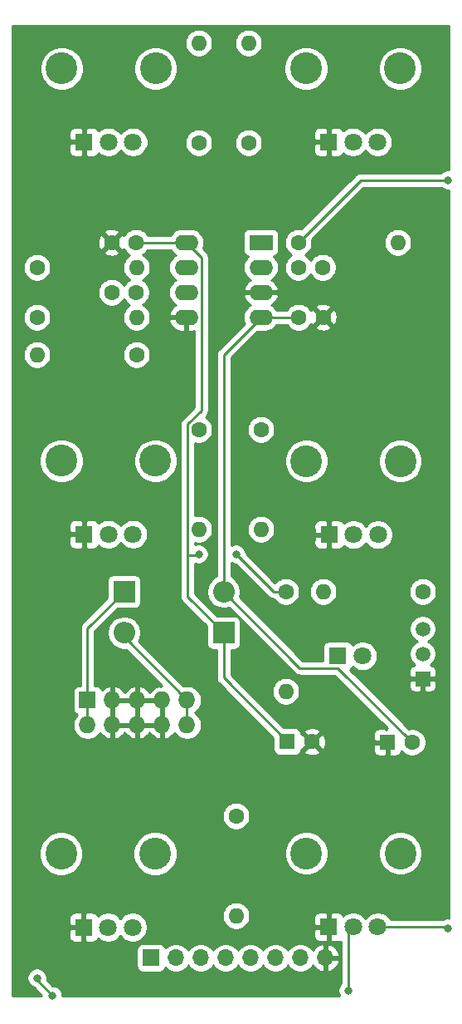
<source format=gbr>
%TF.GenerationSoftware,KiCad,Pcbnew,(5.1.9)-1*%
%TF.CreationDate,2021-08-22T20:59:49+01:00*%
%TF.ProjectId,KOSMOS Simple Mixer,4b4f534d-4f53-4205-9369-6d706c65204d,rev?*%
%TF.SameCoordinates,Original*%
%TF.FileFunction,Copper,L2,Bot*%
%TF.FilePolarity,Positive*%
%FSLAX46Y46*%
G04 Gerber Fmt 4.6, Leading zero omitted, Abs format (unit mm)*
G04 Created by KiCad (PCBNEW (5.1.9)-1) date 2021-08-22 20:59:49*
%MOMM*%
%LPD*%
G01*
G04 APERTURE LIST*
%TA.AperFunction,ComponentPad*%
%ADD10C,1.600000*%
%TD*%
%TA.AperFunction,ComponentPad*%
%ADD11R,1.600000X1.600000*%
%TD*%
%TA.AperFunction,ComponentPad*%
%ADD12R,2.200000X2.200000*%
%TD*%
%TA.AperFunction,ComponentPad*%
%ADD13O,2.200000X2.200000*%
%TD*%
%TA.AperFunction,ComponentPad*%
%ADD14R,1.800000X1.800000*%
%TD*%
%TA.AperFunction,ComponentPad*%
%ADD15C,1.800000*%
%TD*%
%TA.AperFunction,ComponentPad*%
%ADD16R,1.700000X1.700000*%
%TD*%
%TA.AperFunction,ComponentPad*%
%ADD17O,1.700000X1.700000*%
%TD*%
%TA.AperFunction,ComponentPad*%
%ADD18R,1.727200X1.727200*%
%TD*%
%TA.AperFunction,ComponentPad*%
%ADD19O,1.727200X1.727200*%
%TD*%
%TA.AperFunction,ComponentPad*%
%ADD20C,1.500000*%
%TD*%
%TA.AperFunction,ComponentPad*%
%ADD21R,1.500000X1.500000*%
%TD*%
%TA.AperFunction,ComponentPad*%
%ADD22O,1.600000X1.600000*%
%TD*%
%TA.AperFunction,ComponentPad*%
%ADD23C,3.240000*%
%TD*%
%TA.AperFunction,ComponentPad*%
%ADD24R,2.400000X1.600000*%
%TD*%
%TA.AperFunction,ComponentPad*%
%ADD25O,2.400000X1.600000*%
%TD*%
%TA.AperFunction,ViaPad*%
%ADD26C,0.800000*%
%TD*%
%TA.AperFunction,Conductor*%
%ADD27C,0.250000*%
%TD*%
%TA.AperFunction,Conductor*%
%ADD28C,0.254000*%
%TD*%
%TA.AperFunction,Conductor*%
%ADD29C,0.100000*%
%TD*%
G04 APERTURE END LIST*
D10*
%TO.P,C1,2*%
%TO.N,Net-(C1-Pad2)*%
X50760000Y-54610000D03*
%TO.P,C1,1*%
%TO.N,Net-(C1-Pad1)*%
X48260000Y-54610000D03*
%TD*%
%TO.P,C2,2*%
%TO.N,Net-(C2-Pad2)*%
X31710000Y-57150000D03*
%TO.P,C2,1*%
%TO.N,Net-(C2-Pad1)*%
X29210000Y-57150000D03*
%TD*%
D11*
%TO.P,C3,1*%
%TO.N,+12V*%
X47150000Y-102930000D03*
D10*
%TO.P,C3,2*%
%TO.N,GND*%
X49650000Y-102930000D03*
%TD*%
%TO.P,C4,2*%
%TO.N,-12V*%
X59860000Y-102990000D03*
D11*
%TO.P,C4,1*%
%TO.N,GND*%
X57360000Y-102990000D03*
%TD*%
D10*
%TO.P,C5,1*%
%TO.N,GND*%
X29210000Y-52070000D03*
%TO.P,C5,2*%
%TO.N,+12V*%
X31710000Y-52070000D03*
%TD*%
%TO.P,C6,1*%
%TO.N,GND*%
X50800000Y-59690000D03*
%TO.P,C6,2*%
%TO.N,-12V*%
X48300000Y-59690000D03*
%TD*%
D12*
%TO.P,D1,1*%
%TO.N,+12V*%
X40640000Y-91830000D03*
D13*
%TO.P,D1,2*%
%TO.N,Net-(D1-Pad2)*%
X30480000Y-91830000D03*
%TD*%
%TO.P,D2,2*%
%TO.N,-12V*%
X40640000Y-87630000D03*
D12*
%TO.P,D2,1*%
%TO.N,Net-(D2-Pad1)*%
X30480000Y-87630000D03*
%TD*%
D14*
%TO.P,D3,1*%
%TO.N,Net-(D3-Pad1)*%
X52290000Y-94190000D03*
D15*
%TO.P,D3,2*%
%TO.N,Net-(D3-Pad2)*%
X54830000Y-94190000D03*
%TD*%
D16*
%TO.P,J1,1*%
%TO.N,/in1*%
X33230000Y-124947000D03*
D17*
%TO.P,J1,2*%
%TO.N,/in2*%
X35770000Y-124947000D03*
%TO.P,J1,3*%
%TO.N,/in3*%
X38310000Y-124947000D03*
%TO.P,J1,4*%
%TO.N,/in4*%
X40850000Y-124947000D03*
%TO.P,J1,5*%
%TO.N,/in5*%
X43390000Y-124947000D03*
%TO.P,J1,6*%
%TO.N,Net-(J1-Pad6)*%
X45930000Y-124947000D03*
%TO.P,J1,7*%
%TO.N,/out*%
X48470000Y-124947000D03*
%TO.P,J1,8*%
%TO.N,GND*%
X51010000Y-124947000D03*
%TD*%
D18*
%TO.P,J2,1*%
%TO.N,Net-(D2-Pad1)*%
X26750000Y-98690000D03*
D19*
%TO.P,J2,2*%
X26750000Y-101230000D03*
%TO.P,J2,3*%
%TO.N,GND*%
X29290000Y-98690000D03*
%TO.P,J2,4*%
X29290000Y-101230000D03*
%TO.P,J2,5*%
X31830000Y-98690000D03*
%TO.P,J2,6*%
X31830000Y-101230000D03*
%TO.P,J2,7*%
X34370000Y-98690000D03*
%TO.P,J2,8*%
X34370000Y-101230000D03*
%TO.P,J2,9*%
%TO.N,Net-(D1-Pad2)*%
X36910000Y-98690000D03*
%TO.P,J2,10*%
X36910000Y-101230000D03*
%TD*%
D20*
%TO.P,Q1,2*%
%TO.N,Net-(Q1-Pad2)*%
X60960000Y-93980000D03*
%TO.P,Q1,3*%
%TO.N,Net-(D3-Pad1)*%
X60960000Y-91440000D03*
D21*
%TO.P,Q1,1*%
%TO.N,GND*%
X60960000Y-96520000D03*
%TD*%
D22*
%TO.P,R1,2*%
%TO.N,Net-(R1-Pad2)*%
X38100000Y-31750000D03*
D10*
%TO.P,R1,1*%
%TO.N,Net-(C1-Pad2)*%
X38100000Y-41910000D03*
%TD*%
D22*
%TO.P,R2,2*%
%TO.N,Net-(R2-Pad2)*%
X43180000Y-31750000D03*
D10*
%TO.P,R2,1*%
%TO.N,Net-(C1-Pad2)*%
X43180000Y-41910000D03*
%TD*%
%TO.P,R3,1*%
%TO.N,Net-(C1-Pad2)*%
X38100000Y-71120000D03*
D22*
%TO.P,R3,2*%
%TO.N,Net-(R3-Pad2)*%
X38100000Y-81280000D03*
%TD*%
D10*
%TO.P,R4,1*%
%TO.N,Net-(C1-Pad2)*%
X44450000Y-71120000D03*
D22*
%TO.P,R4,2*%
%TO.N,Net-(R4-Pad2)*%
X44450000Y-81280000D03*
%TD*%
%TO.P,R5,2*%
%TO.N,Net-(R5-Pad2)*%
X41910000Y-120650000D03*
D10*
%TO.P,R5,1*%
%TO.N,Net-(C1-Pad2)*%
X41910000Y-110490000D03*
%TD*%
D22*
%TO.P,R6,2*%
%TO.N,/out*%
X50800000Y-87630000D03*
D10*
%TO.P,R6,1*%
%TO.N,Net-(Q1-Pad2)*%
X60960000Y-87630000D03*
%TD*%
%TO.P,R7,1*%
%TO.N,Net-(C1-Pad1)*%
X48260000Y-52070000D03*
D22*
%TO.P,R7,2*%
%TO.N,Net-(C1-Pad2)*%
X58420000Y-52070000D03*
%TD*%
%TO.P,R8,2*%
%TO.N,Net-(R8-Pad2)*%
X21590000Y-63500000D03*
D10*
%TO.P,R8,1*%
%TO.N,Net-(C2-Pad2)*%
X31750000Y-63500000D03*
%TD*%
%TO.P,R9,1*%
%TO.N,Net-(C2-Pad1)*%
X21590000Y-59690000D03*
D22*
%TO.P,R9,2*%
%TO.N,Net-(C2-Pad2)*%
X31750000Y-59690000D03*
%TD*%
%TO.P,R10,2*%
%TO.N,Net-(C2-Pad1)*%
X31750000Y-54610000D03*
D10*
%TO.P,R10,1*%
%TO.N,/out*%
X21590000Y-54610000D03*
%TD*%
%TO.P,R11,1*%
%TO.N,+12V*%
X46990000Y-87630000D03*
D22*
%TO.P,R11,2*%
%TO.N,Net-(D3-Pad2)*%
X46990000Y-97790000D03*
%TD*%
D23*
%TO.P,RV1,*%
%TO.N,*%
X24100000Y-34340000D03*
X33700000Y-34340000D03*
D15*
%TO.P,RV1,3*%
%TO.N,/in1*%
X31400000Y-41840000D03*
%TO.P,RV1,2*%
%TO.N,Net-(R1-Pad2)*%
X28900000Y-41840000D03*
D14*
%TO.P,RV1,1*%
%TO.N,GND*%
X26400000Y-41840000D03*
%TD*%
%TO.P,RV2,1*%
%TO.N,GND*%
X51360000Y-41840000D03*
D15*
%TO.P,RV2,2*%
%TO.N,Net-(R2-Pad2)*%
X53860000Y-41840000D03*
%TO.P,RV2,3*%
%TO.N,/in2*%
X56360000Y-41840000D03*
D23*
%TO.P,RV2,*%
%TO.N,*%
X58660000Y-34340000D03*
X49060000Y-34340000D03*
%TD*%
%TO.P,RV3,*%
%TO.N,*%
X24090000Y-74300000D03*
X33690000Y-74300000D03*
D15*
%TO.P,RV3,3*%
%TO.N,/in3*%
X31390000Y-81800000D03*
%TO.P,RV3,2*%
%TO.N,Net-(R3-Pad2)*%
X28890000Y-81800000D03*
D14*
%TO.P,RV3,1*%
%TO.N,GND*%
X26390000Y-81800000D03*
%TD*%
%TO.P,RV4,1*%
%TO.N,GND*%
X51400000Y-81830000D03*
D15*
%TO.P,RV4,2*%
%TO.N,Net-(R4-Pad2)*%
X53900000Y-81830000D03*
%TO.P,RV4,3*%
%TO.N,/in4*%
X56400000Y-81830000D03*
D23*
%TO.P,RV4,*%
%TO.N,*%
X58700000Y-74330000D03*
X49100000Y-74330000D03*
%TD*%
D14*
%TO.P,RV5,1*%
%TO.N,GND*%
X26360000Y-121830000D03*
D15*
%TO.P,RV5,2*%
%TO.N,Net-(R5-Pad2)*%
X28860000Y-121830000D03*
%TO.P,RV5,3*%
%TO.N,/in5*%
X31360000Y-121830000D03*
D23*
%TO.P,RV5,*%
%TO.N,*%
X33660000Y-114330000D03*
X24060000Y-114330000D03*
%TD*%
%TO.P,RV7,*%
%TO.N,*%
X49080000Y-114310000D03*
X58680000Y-114310000D03*
D15*
%TO.P,RV7,3*%
%TO.N,Net-(C1-Pad1)*%
X56380000Y-121810000D03*
%TO.P,RV7,2*%
%TO.N,Net-(R8-Pad2)*%
X53880000Y-121810000D03*
D14*
%TO.P,RV7,1*%
%TO.N,GND*%
X51380000Y-121810000D03*
%TD*%
D24*
%TO.P,U1,1*%
%TO.N,Net-(C1-Pad1)*%
X44450000Y-52070000D03*
D25*
%TO.P,U1,5*%
%TO.N,GND*%
X36830000Y-59690000D03*
%TO.P,U1,2*%
%TO.N,Net-(C1-Pad2)*%
X44450000Y-54610000D03*
%TO.P,U1,6*%
%TO.N,Net-(C2-Pad2)*%
X36830000Y-57150000D03*
%TO.P,U1,3*%
%TO.N,GND*%
X44450000Y-57150000D03*
%TO.P,U1,7*%
%TO.N,Net-(C2-Pad1)*%
X36830000Y-54610000D03*
%TO.P,U1,4*%
%TO.N,-12V*%
X44450000Y-59690000D03*
%TO.P,U1,8*%
%TO.N,+12V*%
X36830000Y-52070000D03*
%TD*%
D26*
%TO.N,Net-(C1-Pad1)*%
X63500000Y-121920000D03*
X63500000Y-45720000D03*
%TO.N,+12V*%
X41910000Y-83820000D03*
X38100000Y-83820000D03*
%TO.N,Net-(R8-Pad2)*%
X21590000Y-127000000D03*
X23154990Y-128804990D03*
X53340000Y-128270000D03*
%TD*%
D27*
%TO.N,Net-(C1-Pad1)*%
X63390000Y-121810000D02*
X63500000Y-121920000D01*
X56380000Y-121810000D02*
X63390000Y-121810000D01*
X54610000Y-45720000D02*
X48260000Y-52070000D01*
X63500000Y-45720000D02*
X54610000Y-45720000D01*
%TO.N,+12V*%
X40640000Y-96420000D02*
X47150000Y-102930000D01*
X40640000Y-91830000D02*
X40640000Y-96420000D01*
X31710000Y-52070000D02*
X36830000Y-52070000D01*
X36974999Y-88164999D02*
X40640000Y-91830000D01*
X38355010Y-69199988D02*
X36974999Y-70579999D01*
X38355010Y-53595010D02*
X38355010Y-69199988D01*
X36830000Y-52070000D02*
X38355010Y-53595010D01*
X45720000Y-87630000D02*
X41910000Y-83820000D01*
X46990000Y-87630000D02*
X45720000Y-87630000D01*
X37955001Y-83964999D02*
X38100000Y-83820000D01*
X36974999Y-83964999D02*
X37955001Y-83964999D01*
X36974999Y-70579999D02*
X36974999Y-83964999D01*
X36974999Y-83964999D02*
X36974999Y-88164999D01*
%TO.N,-12V*%
X52285001Y-95415001D02*
X59860000Y-102990000D01*
X48425001Y-95415001D02*
X52285001Y-95415001D01*
X40640000Y-87630000D02*
X48425001Y-95415001D01*
X40640000Y-63500000D02*
X44450000Y-59690000D01*
X40640000Y-87630000D02*
X40640000Y-63500000D01*
X44450000Y-59690000D02*
X48300000Y-59690000D01*
%TO.N,Net-(D1-Pad2)*%
X36910000Y-101230000D02*
X36910000Y-98690000D01*
X30480000Y-92260000D02*
X30480000Y-91830000D01*
X36910000Y-98690000D02*
X30480000Y-92260000D01*
%TO.N,Net-(D2-Pad1)*%
X26750000Y-101230000D02*
X26750000Y-98690000D01*
X26750000Y-91360000D02*
X30480000Y-87630000D01*
X26750000Y-98690000D02*
X26750000Y-91360000D01*
%TO.N,Net-(R8-Pad2)*%
X21590000Y-127240000D02*
X23154990Y-128804990D01*
X21590000Y-127000000D02*
X21590000Y-127240000D01*
X53340000Y-122350000D02*
X53880000Y-121810000D01*
X53340000Y-128270000D02*
X53340000Y-122350000D01*
%TD*%
D28*
%TO.N,GND*%
X63634602Y-44691497D02*
X63601939Y-44685000D01*
X63398061Y-44685000D01*
X63198102Y-44724774D01*
X63009744Y-44802795D01*
X62840226Y-44916063D01*
X62796289Y-44960000D01*
X54647322Y-44960000D01*
X54609999Y-44956324D01*
X54572676Y-44960000D01*
X54572667Y-44960000D01*
X54461014Y-44970997D01*
X54317753Y-45014454D01*
X54185723Y-45085026D01*
X54102083Y-45153668D01*
X54069999Y-45179999D01*
X54046201Y-45208997D01*
X48583887Y-50671312D01*
X48401335Y-50635000D01*
X48118665Y-50635000D01*
X47841426Y-50690147D01*
X47580273Y-50798320D01*
X47345241Y-50955363D01*
X47145363Y-51155241D01*
X46988320Y-51390273D01*
X46880147Y-51651426D01*
X46825000Y-51928665D01*
X46825000Y-52211335D01*
X46880147Y-52488574D01*
X46988320Y-52749727D01*
X47145363Y-52984759D01*
X47345241Y-53184637D01*
X47577759Y-53340000D01*
X47345241Y-53495363D01*
X47145363Y-53695241D01*
X46988320Y-53930273D01*
X46880147Y-54191426D01*
X46825000Y-54468665D01*
X46825000Y-54751335D01*
X46880147Y-55028574D01*
X46988320Y-55289727D01*
X47145363Y-55524759D01*
X47345241Y-55724637D01*
X47580273Y-55881680D01*
X47841426Y-55989853D01*
X48118665Y-56045000D01*
X48401335Y-56045000D01*
X48678574Y-55989853D01*
X48939727Y-55881680D01*
X49174759Y-55724637D01*
X49374637Y-55524759D01*
X49510000Y-55322173D01*
X49645363Y-55524759D01*
X49845241Y-55724637D01*
X50080273Y-55881680D01*
X50341426Y-55989853D01*
X50618665Y-56045000D01*
X50901335Y-56045000D01*
X51178574Y-55989853D01*
X51439727Y-55881680D01*
X51674759Y-55724637D01*
X51874637Y-55524759D01*
X52031680Y-55289727D01*
X52139853Y-55028574D01*
X52195000Y-54751335D01*
X52195000Y-54468665D01*
X52139853Y-54191426D01*
X52031680Y-53930273D01*
X51874637Y-53695241D01*
X51674759Y-53495363D01*
X51439727Y-53338320D01*
X51178574Y-53230147D01*
X50901335Y-53175000D01*
X50618665Y-53175000D01*
X50341426Y-53230147D01*
X50080273Y-53338320D01*
X49845241Y-53495363D01*
X49645363Y-53695241D01*
X49510000Y-53897827D01*
X49374637Y-53695241D01*
X49174759Y-53495363D01*
X48942241Y-53340000D01*
X49174759Y-53184637D01*
X49374637Y-52984759D01*
X49531680Y-52749727D01*
X49639853Y-52488574D01*
X49695000Y-52211335D01*
X49695000Y-51928665D01*
X56985000Y-51928665D01*
X56985000Y-52211335D01*
X57040147Y-52488574D01*
X57148320Y-52749727D01*
X57305363Y-52984759D01*
X57505241Y-53184637D01*
X57740273Y-53341680D01*
X58001426Y-53449853D01*
X58278665Y-53505000D01*
X58561335Y-53505000D01*
X58838574Y-53449853D01*
X59099727Y-53341680D01*
X59334759Y-53184637D01*
X59534637Y-52984759D01*
X59691680Y-52749727D01*
X59799853Y-52488574D01*
X59855000Y-52211335D01*
X59855000Y-51928665D01*
X59799853Y-51651426D01*
X59691680Y-51390273D01*
X59534637Y-51155241D01*
X59334759Y-50955363D01*
X59099727Y-50798320D01*
X58838574Y-50690147D01*
X58561335Y-50635000D01*
X58278665Y-50635000D01*
X58001426Y-50690147D01*
X57740273Y-50798320D01*
X57505241Y-50955363D01*
X57305363Y-51155241D01*
X57148320Y-51390273D01*
X57040147Y-51651426D01*
X56985000Y-51928665D01*
X49695000Y-51928665D01*
X49658688Y-51746113D01*
X54924802Y-46480000D01*
X62796289Y-46480000D01*
X62840226Y-46523937D01*
X63009744Y-46637205D01*
X63198102Y-46715226D01*
X63398061Y-46755000D01*
X63601939Y-46755000D01*
X63635218Y-46748380D01*
X63657442Y-120896040D01*
X63601939Y-120885000D01*
X63398061Y-120885000D01*
X63198102Y-120924774D01*
X63009744Y-121002795D01*
X62939097Y-121050000D01*
X57718313Y-121050000D01*
X57572312Y-120831495D01*
X57358505Y-120617688D01*
X57107095Y-120449701D01*
X56827743Y-120333989D01*
X56531184Y-120275000D01*
X56228816Y-120275000D01*
X55932257Y-120333989D01*
X55652905Y-120449701D01*
X55401495Y-120617688D01*
X55187688Y-120831495D01*
X55130000Y-120917831D01*
X55072312Y-120831495D01*
X54858505Y-120617688D01*
X54607095Y-120449701D01*
X54327743Y-120333989D01*
X54031184Y-120275000D01*
X53728816Y-120275000D01*
X53432257Y-120333989D01*
X53152905Y-120449701D01*
X52901495Y-120617688D01*
X52863880Y-120655303D01*
X52810537Y-120555506D01*
X52731185Y-120458815D01*
X52634494Y-120379463D01*
X52524180Y-120320498D01*
X52404482Y-120284188D01*
X52280000Y-120271928D01*
X51665750Y-120275000D01*
X51507000Y-120433750D01*
X51507000Y-121683000D01*
X51527000Y-121683000D01*
X51527000Y-121937000D01*
X51507000Y-121937000D01*
X51507000Y-123186250D01*
X51665750Y-123345000D01*
X52280000Y-123348072D01*
X52404482Y-123335812D01*
X52524180Y-123299502D01*
X52580001Y-123269665D01*
X52580000Y-127566289D01*
X52536063Y-127610226D01*
X52422795Y-127779744D01*
X52344774Y-127968102D01*
X52305000Y-128168061D01*
X52305000Y-128371939D01*
X52344774Y-128571898D01*
X52422795Y-128760256D01*
X52429306Y-128770000D01*
X24189990Y-128770000D01*
X24189990Y-128703051D01*
X24150216Y-128503092D01*
X24072195Y-128314734D01*
X23958927Y-128145216D01*
X23814764Y-128001053D01*
X23645246Y-127887785D01*
X23456888Y-127809764D01*
X23256929Y-127769990D01*
X23194792Y-127769990D01*
X22608698Y-127183896D01*
X22625000Y-127101939D01*
X22625000Y-126898061D01*
X22585226Y-126698102D01*
X22507205Y-126509744D01*
X22393937Y-126340226D01*
X22249774Y-126196063D01*
X22080256Y-126082795D01*
X21891898Y-126004774D01*
X21691939Y-125965000D01*
X21488061Y-125965000D01*
X21288102Y-126004774D01*
X21099744Y-126082795D01*
X20930226Y-126196063D01*
X20786063Y-126340226D01*
X20672795Y-126509744D01*
X20594774Y-126698102D01*
X20555000Y-126898061D01*
X20555000Y-127101939D01*
X20594774Y-127301898D01*
X20672795Y-127490256D01*
X20786063Y-127659774D01*
X20930226Y-127803937D01*
X21099744Y-127917205D01*
X21257925Y-127982726D01*
X22045198Y-128770000D01*
X19089868Y-128770000D01*
X19088935Y-124097000D01*
X31741928Y-124097000D01*
X31741928Y-125797000D01*
X31754188Y-125921482D01*
X31790498Y-126041180D01*
X31849463Y-126151494D01*
X31928815Y-126248185D01*
X32025506Y-126327537D01*
X32135820Y-126386502D01*
X32255518Y-126422812D01*
X32380000Y-126435072D01*
X34080000Y-126435072D01*
X34204482Y-126422812D01*
X34324180Y-126386502D01*
X34434494Y-126327537D01*
X34531185Y-126248185D01*
X34610537Y-126151494D01*
X34669502Y-126041180D01*
X34691513Y-125968620D01*
X34823368Y-126100475D01*
X35066589Y-126262990D01*
X35336842Y-126374932D01*
X35623740Y-126432000D01*
X35916260Y-126432000D01*
X36203158Y-126374932D01*
X36473411Y-126262990D01*
X36716632Y-126100475D01*
X36923475Y-125893632D01*
X37040000Y-125719240D01*
X37156525Y-125893632D01*
X37363368Y-126100475D01*
X37606589Y-126262990D01*
X37876842Y-126374932D01*
X38163740Y-126432000D01*
X38456260Y-126432000D01*
X38743158Y-126374932D01*
X39013411Y-126262990D01*
X39256632Y-126100475D01*
X39463475Y-125893632D01*
X39580000Y-125719240D01*
X39696525Y-125893632D01*
X39903368Y-126100475D01*
X40146589Y-126262990D01*
X40416842Y-126374932D01*
X40703740Y-126432000D01*
X40996260Y-126432000D01*
X41283158Y-126374932D01*
X41553411Y-126262990D01*
X41796632Y-126100475D01*
X42003475Y-125893632D01*
X42120000Y-125719240D01*
X42236525Y-125893632D01*
X42443368Y-126100475D01*
X42686589Y-126262990D01*
X42956842Y-126374932D01*
X43243740Y-126432000D01*
X43536260Y-126432000D01*
X43823158Y-126374932D01*
X44093411Y-126262990D01*
X44336632Y-126100475D01*
X44543475Y-125893632D01*
X44660000Y-125719240D01*
X44776525Y-125893632D01*
X44983368Y-126100475D01*
X45226589Y-126262990D01*
X45496842Y-126374932D01*
X45783740Y-126432000D01*
X46076260Y-126432000D01*
X46363158Y-126374932D01*
X46633411Y-126262990D01*
X46876632Y-126100475D01*
X47083475Y-125893632D01*
X47200000Y-125719240D01*
X47316525Y-125893632D01*
X47523368Y-126100475D01*
X47766589Y-126262990D01*
X48036842Y-126374932D01*
X48323740Y-126432000D01*
X48616260Y-126432000D01*
X48903158Y-126374932D01*
X49173411Y-126262990D01*
X49416632Y-126100475D01*
X49623475Y-125893632D01*
X49745195Y-125711466D01*
X49814822Y-125828355D01*
X50009731Y-126044588D01*
X50243080Y-126218641D01*
X50505901Y-126343825D01*
X50653110Y-126388476D01*
X50883000Y-126267155D01*
X50883000Y-125074000D01*
X51137000Y-125074000D01*
X51137000Y-126267155D01*
X51366890Y-126388476D01*
X51514099Y-126343825D01*
X51776920Y-126218641D01*
X52010269Y-126044588D01*
X52205178Y-125828355D01*
X52354157Y-125578252D01*
X52451481Y-125303891D01*
X52330814Y-125074000D01*
X51137000Y-125074000D01*
X50883000Y-125074000D01*
X50863000Y-125074000D01*
X50863000Y-124820000D01*
X50883000Y-124820000D01*
X50883000Y-123626845D01*
X51137000Y-123626845D01*
X51137000Y-124820000D01*
X52330814Y-124820000D01*
X52451481Y-124590109D01*
X52354157Y-124315748D01*
X52205178Y-124065645D01*
X52010269Y-123849412D01*
X51776920Y-123675359D01*
X51514099Y-123550175D01*
X51366890Y-123505524D01*
X51137000Y-123626845D01*
X50883000Y-123626845D01*
X50653110Y-123505524D01*
X50505901Y-123550175D01*
X50243080Y-123675359D01*
X50009731Y-123849412D01*
X49814822Y-124065645D01*
X49745195Y-124182534D01*
X49623475Y-124000368D01*
X49416632Y-123793525D01*
X49173411Y-123631010D01*
X48903158Y-123519068D01*
X48616260Y-123462000D01*
X48323740Y-123462000D01*
X48036842Y-123519068D01*
X47766589Y-123631010D01*
X47523368Y-123793525D01*
X47316525Y-124000368D01*
X47200000Y-124174760D01*
X47083475Y-124000368D01*
X46876632Y-123793525D01*
X46633411Y-123631010D01*
X46363158Y-123519068D01*
X46076260Y-123462000D01*
X45783740Y-123462000D01*
X45496842Y-123519068D01*
X45226589Y-123631010D01*
X44983368Y-123793525D01*
X44776525Y-124000368D01*
X44660000Y-124174760D01*
X44543475Y-124000368D01*
X44336632Y-123793525D01*
X44093411Y-123631010D01*
X43823158Y-123519068D01*
X43536260Y-123462000D01*
X43243740Y-123462000D01*
X42956842Y-123519068D01*
X42686589Y-123631010D01*
X42443368Y-123793525D01*
X42236525Y-124000368D01*
X42120000Y-124174760D01*
X42003475Y-124000368D01*
X41796632Y-123793525D01*
X41553411Y-123631010D01*
X41283158Y-123519068D01*
X40996260Y-123462000D01*
X40703740Y-123462000D01*
X40416842Y-123519068D01*
X40146589Y-123631010D01*
X39903368Y-123793525D01*
X39696525Y-124000368D01*
X39580000Y-124174760D01*
X39463475Y-124000368D01*
X39256632Y-123793525D01*
X39013411Y-123631010D01*
X38743158Y-123519068D01*
X38456260Y-123462000D01*
X38163740Y-123462000D01*
X37876842Y-123519068D01*
X37606589Y-123631010D01*
X37363368Y-123793525D01*
X37156525Y-124000368D01*
X37040000Y-124174760D01*
X36923475Y-124000368D01*
X36716632Y-123793525D01*
X36473411Y-123631010D01*
X36203158Y-123519068D01*
X35916260Y-123462000D01*
X35623740Y-123462000D01*
X35336842Y-123519068D01*
X35066589Y-123631010D01*
X34823368Y-123793525D01*
X34691513Y-123925380D01*
X34669502Y-123852820D01*
X34610537Y-123742506D01*
X34531185Y-123645815D01*
X34434494Y-123566463D01*
X34324180Y-123507498D01*
X34204482Y-123471188D01*
X34080000Y-123458928D01*
X32380000Y-123458928D01*
X32255518Y-123471188D01*
X32135820Y-123507498D01*
X32025506Y-123566463D01*
X31928815Y-123645815D01*
X31849463Y-123742506D01*
X31790498Y-123852820D01*
X31754188Y-123972518D01*
X31741928Y-124097000D01*
X19088935Y-124097000D01*
X19088661Y-122730000D01*
X24821928Y-122730000D01*
X24834188Y-122854482D01*
X24870498Y-122974180D01*
X24929463Y-123084494D01*
X25008815Y-123181185D01*
X25105506Y-123260537D01*
X25215820Y-123319502D01*
X25335518Y-123355812D01*
X25460000Y-123368072D01*
X26074250Y-123365000D01*
X26233000Y-123206250D01*
X26233000Y-121957000D01*
X24983750Y-121957000D01*
X24825000Y-122115750D01*
X24821928Y-122730000D01*
X19088661Y-122730000D01*
X19088302Y-120930000D01*
X24821928Y-120930000D01*
X24825000Y-121544250D01*
X24983750Y-121703000D01*
X26233000Y-121703000D01*
X26233000Y-120453750D01*
X26487000Y-120453750D01*
X26487000Y-121703000D01*
X26507000Y-121703000D01*
X26507000Y-121957000D01*
X26487000Y-121957000D01*
X26487000Y-123206250D01*
X26645750Y-123365000D01*
X27260000Y-123368072D01*
X27384482Y-123355812D01*
X27504180Y-123319502D01*
X27614494Y-123260537D01*
X27711185Y-123181185D01*
X27790537Y-123084494D01*
X27843880Y-122984697D01*
X27881495Y-123022312D01*
X28132905Y-123190299D01*
X28412257Y-123306011D01*
X28708816Y-123365000D01*
X29011184Y-123365000D01*
X29307743Y-123306011D01*
X29587095Y-123190299D01*
X29838505Y-123022312D01*
X30052312Y-122808505D01*
X30110000Y-122722169D01*
X30167688Y-122808505D01*
X30381495Y-123022312D01*
X30632905Y-123190299D01*
X30912257Y-123306011D01*
X31208816Y-123365000D01*
X31511184Y-123365000D01*
X31807743Y-123306011D01*
X32087095Y-123190299D01*
X32338505Y-123022312D01*
X32552312Y-122808505D01*
X32618131Y-122710000D01*
X49841928Y-122710000D01*
X49854188Y-122834482D01*
X49890498Y-122954180D01*
X49949463Y-123064494D01*
X50028815Y-123161185D01*
X50125506Y-123240537D01*
X50235820Y-123299502D01*
X50355518Y-123335812D01*
X50480000Y-123348072D01*
X51094250Y-123345000D01*
X51253000Y-123186250D01*
X51253000Y-121937000D01*
X50003750Y-121937000D01*
X49845000Y-122095750D01*
X49841928Y-122710000D01*
X32618131Y-122710000D01*
X32720299Y-122557095D01*
X32836011Y-122277743D01*
X32895000Y-121981184D01*
X32895000Y-121678816D01*
X32836011Y-121382257D01*
X32720299Y-121102905D01*
X32552312Y-120851495D01*
X32338505Y-120637688D01*
X32145409Y-120508665D01*
X40475000Y-120508665D01*
X40475000Y-120791335D01*
X40530147Y-121068574D01*
X40638320Y-121329727D01*
X40795363Y-121564759D01*
X40995241Y-121764637D01*
X41230273Y-121921680D01*
X41491426Y-122029853D01*
X41768665Y-122085000D01*
X42051335Y-122085000D01*
X42328574Y-122029853D01*
X42589727Y-121921680D01*
X42824759Y-121764637D01*
X43024637Y-121564759D01*
X43181680Y-121329727D01*
X43289853Y-121068574D01*
X43321395Y-120910000D01*
X49841928Y-120910000D01*
X49845000Y-121524250D01*
X50003750Y-121683000D01*
X51253000Y-121683000D01*
X51253000Y-120433750D01*
X51094250Y-120275000D01*
X50480000Y-120271928D01*
X50355518Y-120284188D01*
X50235820Y-120320498D01*
X50125506Y-120379463D01*
X50028815Y-120458815D01*
X49949463Y-120555506D01*
X49890498Y-120665820D01*
X49854188Y-120785518D01*
X49841928Y-120910000D01*
X43321395Y-120910000D01*
X43345000Y-120791335D01*
X43345000Y-120508665D01*
X43289853Y-120231426D01*
X43181680Y-119970273D01*
X43024637Y-119735241D01*
X42824759Y-119535363D01*
X42589727Y-119378320D01*
X42328574Y-119270147D01*
X42051335Y-119215000D01*
X41768665Y-119215000D01*
X41491426Y-119270147D01*
X41230273Y-119378320D01*
X40995241Y-119535363D01*
X40795363Y-119735241D01*
X40638320Y-119970273D01*
X40530147Y-120231426D01*
X40475000Y-120508665D01*
X32145409Y-120508665D01*
X32087095Y-120469701D01*
X31807743Y-120353989D01*
X31511184Y-120295000D01*
X31208816Y-120295000D01*
X30912257Y-120353989D01*
X30632905Y-120469701D01*
X30381495Y-120637688D01*
X30167688Y-120851495D01*
X30110000Y-120937831D01*
X30052312Y-120851495D01*
X29838505Y-120637688D01*
X29587095Y-120469701D01*
X29307743Y-120353989D01*
X29011184Y-120295000D01*
X28708816Y-120295000D01*
X28412257Y-120353989D01*
X28132905Y-120469701D01*
X27881495Y-120637688D01*
X27843880Y-120675303D01*
X27790537Y-120575506D01*
X27711185Y-120478815D01*
X27614494Y-120399463D01*
X27504180Y-120340498D01*
X27384482Y-120304188D01*
X27260000Y-120291928D01*
X26645750Y-120295000D01*
X26487000Y-120453750D01*
X26233000Y-120453750D01*
X26074250Y-120295000D01*
X25460000Y-120291928D01*
X25335518Y-120304188D01*
X25215820Y-120340498D01*
X25105506Y-120399463D01*
X25008815Y-120478815D01*
X24929463Y-120575506D01*
X24870498Y-120685820D01*
X24834188Y-120805518D01*
X24821928Y-120930000D01*
X19088302Y-120930000D01*
X19086938Y-114107902D01*
X21805000Y-114107902D01*
X21805000Y-114552098D01*
X21891658Y-114987759D01*
X22061645Y-115398143D01*
X22308427Y-115767479D01*
X22622521Y-116081573D01*
X22991857Y-116328355D01*
X23402241Y-116498342D01*
X23837902Y-116585000D01*
X24282098Y-116585000D01*
X24717759Y-116498342D01*
X25128143Y-116328355D01*
X25497479Y-116081573D01*
X25811573Y-115767479D01*
X26058355Y-115398143D01*
X26228342Y-114987759D01*
X26315000Y-114552098D01*
X26315000Y-114107902D01*
X31405000Y-114107902D01*
X31405000Y-114552098D01*
X31491658Y-114987759D01*
X31661645Y-115398143D01*
X31908427Y-115767479D01*
X32222521Y-116081573D01*
X32591857Y-116328355D01*
X33002241Y-116498342D01*
X33437902Y-116585000D01*
X33882098Y-116585000D01*
X34317759Y-116498342D01*
X34728143Y-116328355D01*
X35097479Y-116081573D01*
X35411573Y-115767479D01*
X35658355Y-115398143D01*
X35828342Y-114987759D01*
X35915000Y-114552098D01*
X35915000Y-114107902D01*
X35911022Y-114087902D01*
X46825000Y-114087902D01*
X46825000Y-114532098D01*
X46911658Y-114967759D01*
X47081645Y-115378143D01*
X47328427Y-115747479D01*
X47642521Y-116061573D01*
X48011857Y-116308355D01*
X48422241Y-116478342D01*
X48857902Y-116565000D01*
X49302098Y-116565000D01*
X49737759Y-116478342D01*
X50148143Y-116308355D01*
X50517479Y-116061573D01*
X50831573Y-115747479D01*
X51078355Y-115378143D01*
X51248342Y-114967759D01*
X51335000Y-114532098D01*
X51335000Y-114087902D01*
X56425000Y-114087902D01*
X56425000Y-114532098D01*
X56511658Y-114967759D01*
X56681645Y-115378143D01*
X56928427Y-115747479D01*
X57242521Y-116061573D01*
X57611857Y-116308355D01*
X58022241Y-116478342D01*
X58457902Y-116565000D01*
X58902098Y-116565000D01*
X59337759Y-116478342D01*
X59748143Y-116308355D01*
X60117479Y-116061573D01*
X60431573Y-115747479D01*
X60678355Y-115378143D01*
X60848342Y-114967759D01*
X60935000Y-114532098D01*
X60935000Y-114087902D01*
X60848342Y-113652241D01*
X60678355Y-113241857D01*
X60431573Y-112872521D01*
X60117479Y-112558427D01*
X59748143Y-112311645D01*
X59337759Y-112141658D01*
X58902098Y-112055000D01*
X58457902Y-112055000D01*
X58022241Y-112141658D01*
X57611857Y-112311645D01*
X57242521Y-112558427D01*
X56928427Y-112872521D01*
X56681645Y-113241857D01*
X56511658Y-113652241D01*
X56425000Y-114087902D01*
X51335000Y-114087902D01*
X51248342Y-113652241D01*
X51078355Y-113241857D01*
X50831573Y-112872521D01*
X50517479Y-112558427D01*
X50148143Y-112311645D01*
X49737759Y-112141658D01*
X49302098Y-112055000D01*
X48857902Y-112055000D01*
X48422241Y-112141658D01*
X48011857Y-112311645D01*
X47642521Y-112558427D01*
X47328427Y-112872521D01*
X47081645Y-113241857D01*
X46911658Y-113652241D01*
X46825000Y-114087902D01*
X35911022Y-114087902D01*
X35828342Y-113672241D01*
X35658355Y-113261857D01*
X35411573Y-112892521D01*
X35097479Y-112578427D01*
X34728143Y-112331645D01*
X34317759Y-112161658D01*
X33882098Y-112075000D01*
X33437902Y-112075000D01*
X33002241Y-112161658D01*
X32591857Y-112331645D01*
X32222521Y-112578427D01*
X31908427Y-112892521D01*
X31661645Y-113261857D01*
X31491658Y-113672241D01*
X31405000Y-114107902D01*
X26315000Y-114107902D01*
X26228342Y-113672241D01*
X26058355Y-113261857D01*
X25811573Y-112892521D01*
X25497479Y-112578427D01*
X25128143Y-112331645D01*
X24717759Y-112161658D01*
X24282098Y-112075000D01*
X23837902Y-112075000D01*
X23402241Y-112161658D01*
X22991857Y-112331645D01*
X22622521Y-112578427D01*
X22308427Y-112892521D01*
X22061645Y-113261857D01*
X21891658Y-113672241D01*
X21805000Y-114107902D01*
X19086938Y-114107902D01*
X19086187Y-110348665D01*
X40475000Y-110348665D01*
X40475000Y-110631335D01*
X40530147Y-110908574D01*
X40638320Y-111169727D01*
X40795363Y-111404759D01*
X40995241Y-111604637D01*
X41230273Y-111761680D01*
X41491426Y-111869853D01*
X41768665Y-111925000D01*
X42051335Y-111925000D01*
X42328574Y-111869853D01*
X42589727Y-111761680D01*
X42824759Y-111604637D01*
X43024637Y-111404759D01*
X43181680Y-111169727D01*
X43289853Y-110908574D01*
X43345000Y-110631335D01*
X43345000Y-110348665D01*
X43289853Y-110071426D01*
X43181680Y-109810273D01*
X43024637Y-109575241D01*
X42824759Y-109375363D01*
X42589727Y-109218320D01*
X42328574Y-109110147D01*
X42051335Y-109055000D01*
X41768665Y-109055000D01*
X41491426Y-109110147D01*
X41230273Y-109218320D01*
X40995241Y-109375363D01*
X40795363Y-109575241D01*
X40638320Y-109810273D01*
X40530147Y-110071426D01*
X40475000Y-110348665D01*
X19086187Y-110348665D01*
X19083685Y-97826400D01*
X25248328Y-97826400D01*
X25248328Y-99553600D01*
X25260588Y-99678082D01*
X25296898Y-99797780D01*
X25355863Y-99908094D01*
X25435215Y-100004785D01*
X25531906Y-100084137D01*
X25642220Y-100143102D01*
X25700023Y-100160636D01*
X25585961Y-100274698D01*
X25421958Y-100520147D01*
X25308990Y-100792875D01*
X25251400Y-101082401D01*
X25251400Y-101377599D01*
X25308990Y-101667125D01*
X25421958Y-101939853D01*
X25585961Y-102185302D01*
X25794698Y-102394039D01*
X26040147Y-102558042D01*
X26312875Y-102671010D01*
X26602401Y-102728600D01*
X26897599Y-102728600D01*
X27187125Y-102671010D01*
X27459853Y-102558042D01*
X27705302Y-102394039D01*
X27914039Y-102185302D01*
X28024559Y-102019897D01*
X28083183Y-102118488D01*
X28279707Y-102336854D01*
X28515056Y-102512684D01*
X28780186Y-102639222D01*
X28930974Y-102684958D01*
X29163000Y-102563817D01*
X29163000Y-101357000D01*
X29417000Y-101357000D01*
X29417000Y-102563817D01*
X29649026Y-102684958D01*
X29799814Y-102639222D01*
X30064944Y-102512684D01*
X30300293Y-102336854D01*
X30496817Y-102118488D01*
X30560000Y-102012230D01*
X30623183Y-102118488D01*
X30819707Y-102336854D01*
X31055056Y-102512684D01*
X31320186Y-102639222D01*
X31470974Y-102684958D01*
X31703000Y-102563817D01*
X31703000Y-101357000D01*
X31957000Y-101357000D01*
X31957000Y-102563817D01*
X32189026Y-102684958D01*
X32339814Y-102639222D01*
X32604944Y-102512684D01*
X32840293Y-102336854D01*
X33036817Y-102118488D01*
X33100000Y-102012230D01*
X33163183Y-102118488D01*
X33359707Y-102336854D01*
X33595056Y-102512684D01*
X33860186Y-102639222D01*
X34010974Y-102684958D01*
X34243000Y-102563817D01*
X34243000Y-101357000D01*
X31957000Y-101357000D01*
X31703000Y-101357000D01*
X29417000Y-101357000D01*
X29163000Y-101357000D01*
X29143000Y-101357000D01*
X29143000Y-101103000D01*
X29163000Y-101103000D01*
X29163000Y-98817000D01*
X29417000Y-98817000D01*
X29417000Y-101103000D01*
X31703000Y-101103000D01*
X31703000Y-98817000D01*
X31957000Y-98817000D01*
X31957000Y-101103000D01*
X34243000Y-101103000D01*
X34243000Y-98817000D01*
X31957000Y-98817000D01*
X31703000Y-98817000D01*
X29417000Y-98817000D01*
X29163000Y-98817000D01*
X29143000Y-98817000D01*
X29143000Y-98563000D01*
X29163000Y-98563000D01*
X29163000Y-97356183D01*
X29417000Y-97356183D01*
X29417000Y-98563000D01*
X31703000Y-98563000D01*
X31703000Y-97356183D01*
X31470974Y-97235042D01*
X31320186Y-97280778D01*
X31055056Y-97407316D01*
X30819707Y-97583146D01*
X30623183Y-97801512D01*
X30560000Y-97907770D01*
X30496817Y-97801512D01*
X30300293Y-97583146D01*
X30064944Y-97407316D01*
X29799814Y-97280778D01*
X29649026Y-97235042D01*
X29417000Y-97356183D01*
X29163000Y-97356183D01*
X28930974Y-97235042D01*
X28780186Y-97280778D01*
X28515056Y-97407316D01*
X28279707Y-97583146D01*
X28222624Y-97646574D01*
X28203102Y-97582220D01*
X28144137Y-97471906D01*
X28064785Y-97375215D01*
X27968094Y-97295863D01*
X27857780Y-97236898D01*
X27738082Y-97200588D01*
X27613600Y-97188328D01*
X27510000Y-97188328D01*
X27510000Y-91674801D01*
X27525684Y-91659117D01*
X28745000Y-91659117D01*
X28745000Y-92000883D01*
X28811675Y-92336081D01*
X28942463Y-92651831D01*
X29132337Y-92935998D01*
X29374002Y-93177663D01*
X29658169Y-93367537D01*
X29973919Y-93498325D01*
X30309117Y-93565000D01*
X30650883Y-93565000D01*
X30700358Y-93555159D01*
X34336598Y-97191400D01*
X34242998Y-97191400D01*
X34242998Y-97356182D01*
X34010974Y-97235042D01*
X33860186Y-97280778D01*
X33595056Y-97407316D01*
X33359707Y-97583146D01*
X33163183Y-97801512D01*
X33100000Y-97907770D01*
X33036817Y-97801512D01*
X32840293Y-97583146D01*
X32604944Y-97407316D01*
X32339814Y-97280778D01*
X32189026Y-97235042D01*
X31957000Y-97356183D01*
X31957000Y-98563000D01*
X34243000Y-98563000D01*
X34243000Y-98543000D01*
X34497000Y-98543000D01*
X34497000Y-98563000D01*
X34517000Y-98563000D01*
X34517000Y-98817000D01*
X34497000Y-98817000D01*
X34497000Y-101103000D01*
X34517000Y-101103000D01*
X34517000Y-101357000D01*
X34497000Y-101357000D01*
X34497000Y-102563817D01*
X34729026Y-102684958D01*
X34879814Y-102639222D01*
X35144944Y-102512684D01*
X35380293Y-102336854D01*
X35576817Y-102118488D01*
X35635441Y-102019897D01*
X35745961Y-102185302D01*
X35954698Y-102394039D01*
X36200147Y-102558042D01*
X36472875Y-102671010D01*
X36762401Y-102728600D01*
X37057599Y-102728600D01*
X37347125Y-102671010D01*
X37619853Y-102558042D01*
X37865302Y-102394039D01*
X38074039Y-102185302D01*
X38238042Y-101939853D01*
X38351010Y-101667125D01*
X38408600Y-101377599D01*
X38408600Y-101082401D01*
X38351010Y-100792875D01*
X38238042Y-100520147D01*
X38074039Y-100274698D01*
X37865302Y-100065961D01*
X37706719Y-99960000D01*
X37865302Y-99854039D01*
X38074039Y-99645302D01*
X38238042Y-99399853D01*
X38351010Y-99127125D01*
X38408600Y-98837599D01*
X38408600Y-98542401D01*
X38351010Y-98252875D01*
X38238042Y-97980147D01*
X38074039Y-97734698D01*
X37865302Y-97525961D01*
X37619853Y-97361958D01*
X37347125Y-97248990D01*
X37057599Y-97191400D01*
X36762401Y-97191400D01*
X36532026Y-97237224D01*
X31989137Y-92694335D01*
X32017537Y-92651831D01*
X32148325Y-92336081D01*
X32215000Y-92000883D01*
X32215000Y-91659117D01*
X32148325Y-91323919D01*
X32017537Y-91008169D01*
X31827663Y-90724002D01*
X31585998Y-90482337D01*
X31301831Y-90292463D01*
X30986081Y-90161675D01*
X30650883Y-90095000D01*
X30309117Y-90095000D01*
X29973919Y-90161675D01*
X29658169Y-90292463D01*
X29374002Y-90482337D01*
X29132337Y-90724002D01*
X28942463Y-91008169D01*
X28811675Y-91323919D01*
X28745000Y-91659117D01*
X27525684Y-91659117D01*
X29816730Y-89368072D01*
X31580000Y-89368072D01*
X31704482Y-89355812D01*
X31824180Y-89319502D01*
X31934494Y-89260537D01*
X32031185Y-89181185D01*
X32110537Y-89084494D01*
X32169502Y-88974180D01*
X32205812Y-88854482D01*
X32218072Y-88730000D01*
X32218072Y-86530000D01*
X32205812Y-86405518D01*
X32169502Y-86285820D01*
X32110537Y-86175506D01*
X32031185Y-86078815D01*
X31934494Y-85999463D01*
X31824180Y-85940498D01*
X31704482Y-85904188D01*
X31580000Y-85891928D01*
X29380000Y-85891928D01*
X29255518Y-85904188D01*
X29135820Y-85940498D01*
X29025506Y-85999463D01*
X28928815Y-86078815D01*
X28849463Y-86175506D01*
X28790498Y-86285820D01*
X28754188Y-86405518D01*
X28741928Y-86530000D01*
X28741928Y-88293270D01*
X26238998Y-90796201D01*
X26210000Y-90819999D01*
X26186202Y-90848997D01*
X26186201Y-90848998D01*
X26115026Y-90935724D01*
X26044454Y-91067754D01*
X26027255Y-91124454D01*
X26000998Y-91211014D01*
X25990001Y-91322667D01*
X25986324Y-91360000D01*
X25990001Y-91397332D01*
X25990000Y-97188328D01*
X25886400Y-97188328D01*
X25761918Y-97200588D01*
X25642220Y-97236898D01*
X25531906Y-97295863D01*
X25435215Y-97375215D01*
X25355863Y-97471906D01*
X25296898Y-97582220D01*
X25260588Y-97701918D01*
X25248328Y-97826400D01*
X19083685Y-97826400D01*
X19080662Y-82700000D01*
X24851928Y-82700000D01*
X24864188Y-82824482D01*
X24900498Y-82944180D01*
X24959463Y-83054494D01*
X25038815Y-83151185D01*
X25135506Y-83230537D01*
X25245820Y-83289502D01*
X25365518Y-83325812D01*
X25490000Y-83338072D01*
X26104250Y-83335000D01*
X26263000Y-83176250D01*
X26263000Y-81927000D01*
X25013750Y-81927000D01*
X24855000Y-82085750D01*
X24851928Y-82700000D01*
X19080662Y-82700000D01*
X19080303Y-80900000D01*
X24851928Y-80900000D01*
X24855000Y-81514250D01*
X25013750Y-81673000D01*
X26263000Y-81673000D01*
X26263000Y-80423750D01*
X26517000Y-80423750D01*
X26517000Y-81673000D01*
X26537000Y-81673000D01*
X26537000Y-81927000D01*
X26517000Y-81927000D01*
X26517000Y-83176250D01*
X26675750Y-83335000D01*
X27290000Y-83338072D01*
X27414482Y-83325812D01*
X27534180Y-83289502D01*
X27644494Y-83230537D01*
X27741185Y-83151185D01*
X27820537Y-83054494D01*
X27873880Y-82954697D01*
X27911495Y-82992312D01*
X28162905Y-83160299D01*
X28442257Y-83276011D01*
X28738816Y-83335000D01*
X29041184Y-83335000D01*
X29337743Y-83276011D01*
X29617095Y-83160299D01*
X29868505Y-82992312D01*
X30082312Y-82778505D01*
X30140000Y-82692169D01*
X30197688Y-82778505D01*
X30411495Y-82992312D01*
X30662905Y-83160299D01*
X30942257Y-83276011D01*
X31238816Y-83335000D01*
X31541184Y-83335000D01*
X31837743Y-83276011D01*
X32117095Y-83160299D01*
X32368505Y-82992312D01*
X32582312Y-82778505D01*
X32750299Y-82527095D01*
X32866011Y-82247743D01*
X32925000Y-81951184D01*
X32925000Y-81648816D01*
X32866011Y-81352257D01*
X32750299Y-81072905D01*
X32582312Y-80821495D01*
X32368505Y-80607688D01*
X32117095Y-80439701D01*
X31837743Y-80323989D01*
X31541184Y-80265000D01*
X31238816Y-80265000D01*
X30942257Y-80323989D01*
X30662905Y-80439701D01*
X30411495Y-80607688D01*
X30197688Y-80821495D01*
X30140000Y-80907831D01*
X30082312Y-80821495D01*
X29868505Y-80607688D01*
X29617095Y-80439701D01*
X29337743Y-80323989D01*
X29041184Y-80265000D01*
X28738816Y-80265000D01*
X28442257Y-80323989D01*
X28162905Y-80439701D01*
X27911495Y-80607688D01*
X27873880Y-80645303D01*
X27820537Y-80545506D01*
X27741185Y-80448815D01*
X27644494Y-80369463D01*
X27534180Y-80310498D01*
X27414482Y-80274188D01*
X27290000Y-80261928D01*
X26675750Y-80265000D01*
X26517000Y-80423750D01*
X26263000Y-80423750D01*
X26104250Y-80265000D01*
X25490000Y-80261928D01*
X25365518Y-80274188D01*
X25245820Y-80310498D01*
X25135506Y-80369463D01*
X25038815Y-80448815D01*
X24959463Y-80545506D01*
X24900498Y-80655820D01*
X24864188Y-80775518D01*
X24851928Y-80900000D01*
X19080303Y-80900000D01*
X19078939Y-74077902D01*
X21835000Y-74077902D01*
X21835000Y-74522098D01*
X21921658Y-74957759D01*
X22091645Y-75368143D01*
X22338427Y-75737479D01*
X22652521Y-76051573D01*
X23021857Y-76298355D01*
X23432241Y-76468342D01*
X23867902Y-76555000D01*
X24312098Y-76555000D01*
X24747759Y-76468342D01*
X25158143Y-76298355D01*
X25527479Y-76051573D01*
X25841573Y-75737479D01*
X26088355Y-75368143D01*
X26258342Y-74957759D01*
X26345000Y-74522098D01*
X26345000Y-74077902D01*
X31435000Y-74077902D01*
X31435000Y-74522098D01*
X31521658Y-74957759D01*
X31691645Y-75368143D01*
X31938427Y-75737479D01*
X32252521Y-76051573D01*
X32621857Y-76298355D01*
X33032241Y-76468342D01*
X33467902Y-76555000D01*
X33912098Y-76555000D01*
X34347759Y-76468342D01*
X34758143Y-76298355D01*
X35127479Y-76051573D01*
X35441573Y-75737479D01*
X35688355Y-75368143D01*
X35858342Y-74957759D01*
X35945000Y-74522098D01*
X35945000Y-74077902D01*
X35858342Y-73642241D01*
X35688355Y-73231857D01*
X35441573Y-72862521D01*
X35127479Y-72548427D01*
X34758143Y-72301645D01*
X34347759Y-72131658D01*
X33912098Y-72045000D01*
X33467902Y-72045000D01*
X33032241Y-72131658D01*
X32621857Y-72301645D01*
X32252521Y-72548427D01*
X31938427Y-72862521D01*
X31691645Y-73231857D01*
X31521658Y-73642241D01*
X31435000Y-74077902D01*
X26345000Y-74077902D01*
X26258342Y-73642241D01*
X26088355Y-73231857D01*
X25841573Y-72862521D01*
X25527479Y-72548427D01*
X25158143Y-72301645D01*
X24747759Y-72131658D01*
X24312098Y-72045000D01*
X23867902Y-72045000D01*
X23432241Y-72131658D01*
X23021857Y-72301645D01*
X22652521Y-72548427D01*
X22338427Y-72862521D01*
X22091645Y-73231857D01*
X21921658Y-73642241D01*
X21835000Y-74077902D01*
X19078939Y-74077902D01*
X19076796Y-63358665D01*
X20155000Y-63358665D01*
X20155000Y-63641335D01*
X20210147Y-63918574D01*
X20318320Y-64179727D01*
X20475363Y-64414759D01*
X20675241Y-64614637D01*
X20910273Y-64771680D01*
X21171426Y-64879853D01*
X21448665Y-64935000D01*
X21731335Y-64935000D01*
X22008574Y-64879853D01*
X22269727Y-64771680D01*
X22504759Y-64614637D01*
X22704637Y-64414759D01*
X22861680Y-64179727D01*
X22969853Y-63918574D01*
X23025000Y-63641335D01*
X23025000Y-63358665D01*
X30315000Y-63358665D01*
X30315000Y-63641335D01*
X30370147Y-63918574D01*
X30478320Y-64179727D01*
X30635363Y-64414759D01*
X30835241Y-64614637D01*
X31070273Y-64771680D01*
X31331426Y-64879853D01*
X31608665Y-64935000D01*
X31891335Y-64935000D01*
X32168574Y-64879853D01*
X32429727Y-64771680D01*
X32664759Y-64614637D01*
X32864637Y-64414759D01*
X33021680Y-64179727D01*
X33129853Y-63918574D01*
X33185000Y-63641335D01*
X33185000Y-63358665D01*
X33129853Y-63081426D01*
X33021680Y-62820273D01*
X32864637Y-62585241D01*
X32664759Y-62385363D01*
X32429727Y-62228320D01*
X32168574Y-62120147D01*
X31891335Y-62065000D01*
X31608665Y-62065000D01*
X31331426Y-62120147D01*
X31070273Y-62228320D01*
X30835241Y-62385363D01*
X30635363Y-62585241D01*
X30478320Y-62820273D01*
X30370147Y-63081426D01*
X30315000Y-63358665D01*
X23025000Y-63358665D01*
X22969853Y-63081426D01*
X22861680Y-62820273D01*
X22704637Y-62585241D01*
X22504759Y-62385363D01*
X22269727Y-62228320D01*
X22008574Y-62120147D01*
X21731335Y-62065000D01*
X21448665Y-62065000D01*
X21171426Y-62120147D01*
X20910273Y-62228320D01*
X20675241Y-62385363D01*
X20475363Y-62585241D01*
X20318320Y-62820273D01*
X20210147Y-63081426D01*
X20155000Y-63358665D01*
X19076796Y-63358665D01*
X19076035Y-59548665D01*
X20155000Y-59548665D01*
X20155000Y-59831335D01*
X20210147Y-60108574D01*
X20318320Y-60369727D01*
X20475363Y-60604759D01*
X20675241Y-60804637D01*
X20910273Y-60961680D01*
X21171426Y-61069853D01*
X21448665Y-61125000D01*
X21731335Y-61125000D01*
X22008574Y-61069853D01*
X22269727Y-60961680D01*
X22504759Y-60804637D01*
X22704637Y-60604759D01*
X22861680Y-60369727D01*
X22969853Y-60108574D01*
X23025000Y-59831335D01*
X23025000Y-59548665D01*
X22969853Y-59271426D01*
X22861680Y-59010273D01*
X22704637Y-58775241D01*
X22504759Y-58575363D01*
X22269727Y-58418320D01*
X22008574Y-58310147D01*
X21731335Y-58255000D01*
X21448665Y-58255000D01*
X21171426Y-58310147D01*
X20910273Y-58418320D01*
X20675241Y-58575363D01*
X20475363Y-58775241D01*
X20318320Y-59010273D01*
X20210147Y-59271426D01*
X20155000Y-59548665D01*
X19076035Y-59548665D01*
X19075528Y-57008665D01*
X27775000Y-57008665D01*
X27775000Y-57291335D01*
X27830147Y-57568574D01*
X27938320Y-57829727D01*
X28095363Y-58064759D01*
X28295241Y-58264637D01*
X28530273Y-58421680D01*
X28791426Y-58529853D01*
X29068665Y-58585000D01*
X29351335Y-58585000D01*
X29628574Y-58529853D01*
X29889727Y-58421680D01*
X30124759Y-58264637D01*
X30324637Y-58064759D01*
X30460000Y-57862173D01*
X30595363Y-58064759D01*
X30795241Y-58264637D01*
X31030273Y-58421680D01*
X31051861Y-58430622D01*
X30835241Y-58575363D01*
X30635363Y-58775241D01*
X30478320Y-59010273D01*
X30370147Y-59271426D01*
X30315000Y-59548665D01*
X30315000Y-59831335D01*
X30370147Y-60108574D01*
X30478320Y-60369727D01*
X30635363Y-60604759D01*
X30835241Y-60804637D01*
X31070273Y-60961680D01*
X31331426Y-61069853D01*
X31608665Y-61125000D01*
X31891335Y-61125000D01*
X32168574Y-61069853D01*
X32429727Y-60961680D01*
X32664759Y-60804637D01*
X32864637Y-60604759D01*
X33021680Y-60369727D01*
X33129853Y-60108574D01*
X33143684Y-60039039D01*
X35038096Y-60039039D01*
X35055633Y-60121818D01*
X35166285Y-60381646D01*
X35325500Y-60614895D01*
X35527161Y-60812601D01*
X35763517Y-60967166D01*
X36025486Y-61072650D01*
X36303000Y-61125000D01*
X36703000Y-61125000D01*
X36703000Y-59817000D01*
X35160085Y-59817000D01*
X35038096Y-60039039D01*
X33143684Y-60039039D01*
X33185000Y-59831335D01*
X33185000Y-59548665D01*
X33129853Y-59271426D01*
X33021680Y-59010273D01*
X32864637Y-58775241D01*
X32664759Y-58575363D01*
X32429727Y-58418320D01*
X32408139Y-58409378D01*
X32624759Y-58264637D01*
X32824637Y-58064759D01*
X32981680Y-57829727D01*
X33089853Y-57568574D01*
X33145000Y-57291335D01*
X33145000Y-57008665D01*
X33089853Y-56731426D01*
X32981680Y-56470273D01*
X32824637Y-56235241D01*
X32624759Y-56035363D01*
X32408139Y-55890622D01*
X32429727Y-55881680D01*
X32664759Y-55724637D01*
X32864637Y-55524759D01*
X33021680Y-55289727D01*
X33129853Y-55028574D01*
X33185000Y-54751335D01*
X33185000Y-54468665D01*
X33129853Y-54191426D01*
X33021680Y-53930273D01*
X32864637Y-53695241D01*
X32664759Y-53495363D01*
X32429727Y-53338320D01*
X32408139Y-53329378D01*
X32624759Y-53184637D01*
X32824637Y-52984759D01*
X32928043Y-52830000D01*
X35209099Y-52830000D01*
X35231068Y-52871101D01*
X35410392Y-53089608D01*
X35628899Y-53268932D01*
X35761858Y-53340000D01*
X35628899Y-53411068D01*
X35410392Y-53590392D01*
X35231068Y-53808899D01*
X35097818Y-54058192D01*
X35015764Y-54328691D01*
X34988057Y-54610000D01*
X35015764Y-54891309D01*
X35097818Y-55161808D01*
X35231068Y-55411101D01*
X35410392Y-55629608D01*
X35628899Y-55808932D01*
X35761858Y-55880000D01*
X35628899Y-55951068D01*
X35410392Y-56130392D01*
X35231068Y-56348899D01*
X35097818Y-56598192D01*
X35015764Y-56868691D01*
X34988057Y-57150000D01*
X35015764Y-57431309D01*
X35097818Y-57701808D01*
X35231068Y-57951101D01*
X35410392Y-58169608D01*
X35628899Y-58348932D01*
X35756741Y-58417265D01*
X35527161Y-58567399D01*
X35325500Y-58765105D01*
X35166285Y-58998354D01*
X35055633Y-59258182D01*
X35038096Y-59340961D01*
X35160085Y-59563000D01*
X36703000Y-59563000D01*
X36703000Y-59543000D01*
X36957000Y-59543000D01*
X36957000Y-59563000D01*
X36977000Y-59563000D01*
X36977000Y-59817000D01*
X36957000Y-59817000D01*
X36957000Y-61125000D01*
X37357000Y-61125000D01*
X37595010Y-61080102D01*
X37595011Y-68885185D01*
X36464002Y-70016195D01*
X36434998Y-70039998D01*
X36379870Y-70107173D01*
X36340025Y-70155723D01*
X36313557Y-70205241D01*
X36269453Y-70287753D01*
X36225996Y-70431014D01*
X36214999Y-70542667D01*
X36214999Y-70542677D01*
X36211323Y-70579999D01*
X36214999Y-70617321D01*
X36215000Y-83927656D01*
X36211322Y-83964999D01*
X36214999Y-84002332D01*
X36215000Y-88127667D01*
X36211323Y-88164999D01*
X36225997Y-88313984D01*
X36269453Y-88457245D01*
X36340025Y-88589275D01*
X36411200Y-88676001D01*
X36434999Y-88705000D01*
X36463997Y-88728798D01*
X38901928Y-91166730D01*
X38901928Y-92930000D01*
X38914188Y-93054482D01*
X38950498Y-93174180D01*
X39009463Y-93284494D01*
X39088815Y-93381185D01*
X39185506Y-93460537D01*
X39295820Y-93519502D01*
X39415518Y-93555812D01*
X39540000Y-93568072D01*
X39880000Y-93568072D01*
X39880001Y-96382668D01*
X39876324Y-96420000D01*
X39890998Y-96568985D01*
X39934454Y-96712246D01*
X40005026Y-96844276D01*
X40030439Y-96875241D01*
X40100000Y-96960001D01*
X40128998Y-96983799D01*
X45711928Y-102566730D01*
X45711928Y-103730000D01*
X45724188Y-103854482D01*
X45760498Y-103974180D01*
X45819463Y-104084494D01*
X45898815Y-104181185D01*
X45995506Y-104260537D01*
X46105820Y-104319502D01*
X46225518Y-104355812D01*
X46350000Y-104368072D01*
X47950000Y-104368072D01*
X48074482Y-104355812D01*
X48194180Y-104319502D01*
X48304494Y-104260537D01*
X48401185Y-104181185D01*
X48480537Y-104084494D01*
X48539502Y-103974180D01*
X48555117Y-103922702D01*
X48836903Y-103922702D01*
X48908486Y-104166671D01*
X49163996Y-104287571D01*
X49438184Y-104356300D01*
X49720512Y-104370217D01*
X50000130Y-104328787D01*
X50266292Y-104233603D01*
X50391514Y-104166671D01*
X50463097Y-103922702D01*
X50330395Y-103790000D01*
X55921928Y-103790000D01*
X55934188Y-103914482D01*
X55970498Y-104034180D01*
X56029463Y-104144494D01*
X56108815Y-104241185D01*
X56205506Y-104320537D01*
X56315820Y-104379502D01*
X56435518Y-104415812D01*
X56560000Y-104428072D01*
X57074250Y-104425000D01*
X57233000Y-104266250D01*
X57233000Y-103117000D01*
X56083750Y-103117000D01*
X55925000Y-103275750D01*
X55921928Y-103790000D01*
X50330395Y-103790000D01*
X49650000Y-103109605D01*
X48836903Y-103922702D01*
X48555117Y-103922702D01*
X48575812Y-103854482D01*
X48588072Y-103730000D01*
X48588072Y-103722785D01*
X48657298Y-103743097D01*
X49470395Y-102930000D01*
X49829605Y-102930000D01*
X50642702Y-103743097D01*
X50886671Y-103671514D01*
X51007571Y-103416004D01*
X51076300Y-103141816D01*
X51090217Y-102859488D01*
X51048787Y-102579870D01*
X50953603Y-102313708D01*
X50886671Y-102188486D01*
X50642702Y-102116903D01*
X49829605Y-102930000D01*
X49470395Y-102930000D01*
X48657298Y-102116903D01*
X48588072Y-102137215D01*
X48588072Y-102130000D01*
X48575812Y-102005518D01*
X48555118Y-101937298D01*
X48836903Y-101937298D01*
X49650000Y-102750395D01*
X50463097Y-101937298D01*
X50391514Y-101693329D01*
X50136004Y-101572429D01*
X49861816Y-101503700D01*
X49579488Y-101489783D01*
X49299870Y-101531213D01*
X49033708Y-101626397D01*
X48908486Y-101693329D01*
X48836903Y-101937298D01*
X48555118Y-101937298D01*
X48539502Y-101885820D01*
X48480537Y-101775506D01*
X48401185Y-101678815D01*
X48304494Y-101599463D01*
X48194180Y-101540498D01*
X48074482Y-101504188D01*
X47950000Y-101491928D01*
X46786730Y-101491928D01*
X42943467Y-97648665D01*
X45555000Y-97648665D01*
X45555000Y-97931335D01*
X45610147Y-98208574D01*
X45718320Y-98469727D01*
X45875363Y-98704759D01*
X46075241Y-98904637D01*
X46310273Y-99061680D01*
X46571426Y-99169853D01*
X46848665Y-99225000D01*
X47131335Y-99225000D01*
X47408574Y-99169853D01*
X47669727Y-99061680D01*
X47904759Y-98904637D01*
X48104637Y-98704759D01*
X48261680Y-98469727D01*
X48369853Y-98208574D01*
X48425000Y-97931335D01*
X48425000Y-97648665D01*
X48369853Y-97371426D01*
X48261680Y-97110273D01*
X48104637Y-96875241D01*
X47904759Y-96675363D01*
X47669727Y-96518320D01*
X47408574Y-96410147D01*
X47131335Y-96355000D01*
X46848665Y-96355000D01*
X46571426Y-96410147D01*
X46310273Y-96518320D01*
X46075241Y-96675363D01*
X45875363Y-96875241D01*
X45718320Y-97110273D01*
X45610147Y-97371426D01*
X45555000Y-97648665D01*
X42943467Y-97648665D01*
X41400000Y-96105199D01*
X41400000Y-93568072D01*
X41740000Y-93568072D01*
X41864482Y-93555812D01*
X41984180Y-93519502D01*
X42094494Y-93460537D01*
X42191185Y-93381185D01*
X42270537Y-93284494D01*
X42329502Y-93174180D01*
X42365812Y-93054482D01*
X42378072Y-92930000D01*
X42378072Y-90730000D01*
X42365812Y-90605518D01*
X42329502Y-90485820D01*
X42270537Y-90375506D01*
X42191185Y-90278815D01*
X42094494Y-90199463D01*
X41984180Y-90140498D01*
X41864482Y-90104188D01*
X41740000Y-90091928D01*
X39976730Y-90091928D01*
X37734999Y-87850198D01*
X37734999Y-87459117D01*
X38905000Y-87459117D01*
X38905000Y-87800883D01*
X38971675Y-88136081D01*
X39102463Y-88451831D01*
X39292337Y-88735998D01*
X39534002Y-88977663D01*
X39818169Y-89167537D01*
X40133919Y-89298325D01*
X40469117Y-89365000D01*
X40810883Y-89365000D01*
X41146081Y-89298325D01*
X41207912Y-89272714D01*
X47861201Y-95926003D01*
X47885000Y-95955002D01*
X47913998Y-95978800D01*
X48000724Y-96049975D01*
X48132754Y-96120547D01*
X48276015Y-96164004D01*
X48387668Y-96175001D01*
X48387678Y-96175001D01*
X48425001Y-96178677D01*
X48462323Y-96175001D01*
X51970200Y-96175001D01*
X57350198Y-101555000D01*
X57232998Y-101555000D01*
X57232998Y-101713748D01*
X57074250Y-101555000D01*
X56560000Y-101551928D01*
X56435518Y-101564188D01*
X56315820Y-101600498D01*
X56205506Y-101659463D01*
X56108815Y-101738815D01*
X56029463Y-101835506D01*
X55970498Y-101945820D01*
X55934188Y-102065518D01*
X55921928Y-102190000D01*
X55925000Y-102704250D01*
X56083750Y-102863000D01*
X57233000Y-102863000D01*
X57233000Y-102843000D01*
X57487000Y-102843000D01*
X57487000Y-102863000D01*
X57507000Y-102863000D01*
X57507000Y-103117000D01*
X57487000Y-103117000D01*
X57487000Y-104266250D01*
X57645750Y-104425000D01*
X58160000Y-104428072D01*
X58284482Y-104415812D01*
X58404180Y-104379502D01*
X58514494Y-104320537D01*
X58611185Y-104241185D01*
X58690537Y-104144494D01*
X58749502Y-104034180D01*
X58778661Y-103938057D01*
X58945241Y-104104637D01*
X59180273Y-104261680D01*
X59441426Y-104369853D01*
X59718665Y-104425000D01*
X60001335Y-104425000D01*
X60278574Y-104369853D01*
X60539727Y-104261680D01*
X60774759Y-104104637D01*
X60974637Y-103904759D01*
X61131680Y-103669727D01*
X61239853Y-103408574D01*
X61295000Y-103131335D01*
X61295000Y-102848665D01*
X61239853Y-102571426D01*
X61131680Y-102310273D01*
X60974637Y-102075241D01*
X60774759Y-101875363D01*
X60539727Y-101718320D01*
X60278574Y-101610147D01*
X60001335Y-101555000D01*
X59718665Y-101555000D01*
X59536114Y-101591312D01*
X55214802Y-97270000D01*
X59571928Y-97270000D01*
X59584188Y-97394482D01*
X59620498Y-97514180D01*
X59679463Y-97624494D01*
X59758815Y-97721185D01*
X59855506Y-97800537D01*
X59965820Y-97859502D01*
X60085518Y-97895812D01*
X60210000Y-97908072D01*
X60674250Y-97905000D01*
X60833000Y-97746250D01*
X60833000Y-96647000D01*
X61087000Y-96647000D01*
X61087000Y-97746250D01*
X61245750Y-97905000D01*
X61710000Y-97908072D01*
X61834482Y-97895812D01*
X61954180Y-97859502D01*
X62064494Y-97800537D01*
X62161185Y-97721185D01*
X62240537Y-97624494D01*
X62299502Y-97514180D01*
X62335812Y-97394482D01*
X62348072Y-97270000D01*
X62345000Y-96805750D01*
X62186250Y-96647000D01*
X61087000Y-96647000D01*
X60833000Y-96647000D01*
X59733750Y-96647000D01*
X59575000Y-96805750D01*
X59571928Y-97270000D01*
X55214802Y-97270000D01*
X53714802Y-95770000D01*
X59571928Y-95770000D01*
X59575000Y-96234250D01*
X59733750Y-96393000D01*
X60833000Y-96393000D01*
X60833000Y-96373000D01*
X61087000Y-96373000D01*
X61087000Y-96393000D01*
X62186250Y-96393000D01*
X62345000Y-96234250D01*
X62348072Y-95770000D01*
X62335812Y-95645518D01*
X62299502Y-95525820D01*
X62240537Y-95415506D01*
X62161185Y-95318815D01*
X62064494Y-95239463D01*
X61954180Y-95180498D01*
X61834482Y-95144188D01*
X61726517Y-95133555D01*
X61842886Y-95055799D01*
X62035799Y-94862886D01*
X62187371Y-94636043D01*
X62291775Y-94383989D01*
X62345000Y-94116411D01*
X62345000Y-93843589D01*
X62291775Y-93576011D01*
X62187371Y-93323957D01*
X62035799Y-93097114D01*
X61842886Y-92904201D01*
X61616043Y-92752629D01*
X61513127Y-92710000D01*
X61616043Y-92667371D01*
X61842886Y-92515799D01*
X62035799Y-92322886D01*
X62187371Y-92096043D01*
X62291775Y-91843989D01*
X62345000Y-91576411D01*
X62345000Y-91303589D01*
X62291775Y-91036011D01*
X62187371Y-90783957D01*
X62035799Y-90557114D01*
X61842886Y-90364201D01*
X61616043Y-90212629D01*
X61363989Y-90108225D01*
X61096411Y-90055000D01*
X60823589Y-90055000D01*
X60556011Y-90108225D01*
X60303957Y-90212629D01*
X60077114Y-90364201D01*
X59884201Y-90557114D01*
X59732629Y-90783957D01*
X59628225Y-91036011D01*
X59575000Y-91303589D01*
X59575000Y-91576411D01*
X59628225Y-91843989D01*
X59732629Y-92096043D01*
X59884201Y-92322886D01*
X60077114Y-92515799D01*
X60303957Y-92667371D01*
X60406873Y-92710000D01*
X60303957Y-92752629D01*
X60077114Y-92904201D01*
X59884201Y-93097114D01*
X59732629Y-93323957D01*
X59628225Y-93576011D01*
X59575000Y-93843589D01*
X59575000Y-94116411D01*
X59628225Y-94383989D01*
X59732629Y-94636043D01*
X59884201Y-94862886D01*
X60077114Y-95055799D01*
X60193483Y-95133555D01*
X60085518Y-95144188D01*
X59965820Y-95180498D01*
X59855506Y-95239463D01*
X59758815Y-95318815D01*
X59679463Y-95415506D01*
X59620498Y-95525820D01*
X59584188Y-95645518D01*
X59571928Y-95770000D01*
X53714802Y-95770000D01*
X53555943Y-95611141D01*
X53641185Y-95541185D01*
X53720537Y-95444494D01*
X53779502Y-95334180D01*
X53785056Y-95315873D01*
X53851495Y-95382312D01*
X54102905Y-95550299D01*
X54382257Y-95666011D01*
X54678816Y-95725000D01*
X54981184Y-95725000D01*
X55277743Y-95666011D01*
X55557095Y-95550299D01*
X55808505Y-95382312D01*
X56022312Y-95168505D01*
X56190299Y-94917095D01*
X56306011Y-94637743D01*
X56365000Y-94341184D01*
X56365000Y-94038816D01*
X56306011Y-93742257D01*
X56190299Y-93462905D01*
X56022312Y-93211495D01*
X55808505Y-92997688D01*
X55557095Y-92829701D01*
X55277743Y-92713989D01*
X54981184Y-92655000D01*
X54678816Y-92655000D01*
X54382257Y-92713989D01*
X54102905Y-92829701D01*
X53851495Y-92997688D01*
X53785056Y-93064127D01*
X53779502Y-93045820D01*
X53720537Y-92935506D01*
X53641185Y-92838815D01*
X53544494Y-92759463D01*
X53434180Y-92700498D01*
X53314482Y-92664188D01*
X53190000Y-92651928D01*
X51390000Y-92651928D01*
X51265518Y-92664188D01*
X51145820Y-92700498D01*
X51035506Y-92759463D01*
X50938815Y-92838815D01*
X50859463Y-92935506D01*
X50800498Y-93045820D01*
X50764188Y-93165518D01*
X50751928Y-93290000D01*
X50751928Y-94655001D01*
X48739803Y-94655001D01*
X42282714Y-88197912D01*
X42308325Y-88136081D01*
X42375000Y-87800883D01*
X42375000Y-87459117D01*
X42308325Y-87123919D01*
X42177537Y-86808169D01*
X41987663Y-86524002D01*
X41745998Y-86282337D01*
X41461831Y-86092463D01*
X41400000Y-86066852D01*
X41400000Y-84724013D01*
X41419744Y-84737205D01*
X41608102Y-84815226D01*
X41808061Y-84855000D01*
X41870199Y-84855000D01*
X45156200Y-88141002D01*
X45179999Y-88170001D01*
X45295724Y-88264974D01*
X45427753Y-88335546D01*
X45571014Y-88379003D01*
X45682667Y-88390000D01*
X45682675Y-88390000D01*
X45720000Y-88393676D01*
X45757325Y-88390000D01*
X45771957Y-88390000D01*
X45875363Y-88544759D01*
X46075241Y-88744637D01*
X46310273Y-88901680D01*
X46571426Y-89009853D01*
X46848665Y-89065000D01*
X47131335Y-89065000D01*
X47408574Y-89009853D01*
X47669727Y-88901680D01*
X47904759Y-88744637D01*
X48104637Y-88544759D01*
X48261680Y-88309727D01*
X48369853Y-88048574D01*
X48425000Y-87771335D01*
X48425000Y-87488665D01*
X49365000Y-87488665D01*
X49365000Y-87771335D01*
X49420147Y-88048574D01*
X49528320Y-88309727D01*
X49685363Y-88544759D01*
X49885241Y-88744637D01*
X50120273Y-88901680D01*
X50381426Y-89009853D01*
X50658665Y-89065000D01*
X50941335Y-89065000D01*
X51218574Y-89009853D01*
X51479727Y-88901680D01*
X51714759Y-88744637D01*
X51914637Y-88544759D01*
X52071680Y-88309727D01*
X52179853Y-88048574D01*
X52235000Y-87771335D01*
X52235000Y-87488665D01*
X59525000Y-87488665D01*
X59525000Y-87771335D01*
X59580147Y-88048574D01*
X59688320Y-88309727D01*
X59845363Y-88544759D01*
X60045241Y-88744637D01*
X60280273Y-88901680D01*
X60541426Y-89009853D01*
X60818665Y-89065000D01*
X61101335Y-89065000D01*
X61378574Y-89009853D01*
X61639727Y-88901680D01*
X61874759Y-88744637D01*
X62074637Y-88544759D01*
X62231680Y-88309727D01*
X62339853Y-88048574D01*
X62395000Y-87771335D01*
X62395000Y-87488665D01*
X62339853Y-87211426D01*
X62231680Y-86950273D01*
X62074637Y-86715241D01*
X61874759Y-86515363D01*
X61639727Y-86358320D01*
X61378574Y-86250147D01*
X61101335Y-86195000D01*
X60818665Y-86195000D01*
X60541426Y-86250147D01*
X60280273Y-86358320D01*
X60045241Y-86515363D01*
X59845363Y-86715241D01*
X59688320Y-86950273D01*
X59580147Y-87211426D01*
X59525000Y-87488665D01*
X52235000Y-87488665D01*
X52179853Y-87211426D01*
X52071680Y-86950273D01*
X51914637Y-86715241D01*
X51714759Y-86515363D01*
X51479727Y-86358320D01*
X51218574Y-86250147D01*
X50941335Y-86195000D01*
X50658665Y-86195000D01*
X50381426Y-86250147D01*
X50120273Y-86358320D01*
X49885241Y-86515363D01*
X49685363Y-86715241D01*
X49528320Y-86950273D01*
X49420147Y-87211426D01*
X49365000Y-87488665D01*
X48425000Y-87488665D01*
X48369853Y-87211426D01*
X48261680Y-86950273D01*
X48104637Y-86715241D01*
X47904759Y-86515363D01*
X47669727Y-86358320D01*
X47408574Y-86250147D01*
X47131335Y-86195000D01*
X46848665Y-86195000D01*
X46571426Y-86250147D01*
X46310273Y-86358320D01*
X46075241Y-86515363D01*
X45877703Y-86712901D01*
X42945000Y-83780199D01*
X42945000Y-83718061D01*
X42905226Y-83518102D01*
X42827205Y-83329744D01*
X42713937Y-83160226D01*
X42569774Y-83016063D01*
X42400256Y-82902795D01*
X42211898Y-82824774D01*
X42011939Y-82785000D01*
X41808061Y-82785000D01*
X41608102Y-82824774D01*
X41419744Y-82902795D01*
X41400000Y-82915987D01*
X41400000Y-82730000D01*
X49861928Y-82730000D01*
X49874188Y-82854482D01*
X49910498Y-82974180D01*
X49969463Y-83084494D01*
X50048815Y-83181185D01*
X50145506Y-83260537D01*
X50255820Y-83319502D01*
X50375518Y-83355812D01*
X50500000Y-83368072D01*
X51114250Y-83365000D01*
X51273000Y-83206250D01*
X51273000Y-81957000D01*
X50023750Y-81957000D01*
X49865000Y-82115750D01*
X49861928Y-82730000D01*
X41400000Y-82730000D01*
X41400000Y-81138665D01*
X43015000Y-81138665D01*
X43015000Y-81421335D01*
X43070147Y-81698574D01*
X43178320Y-81959727D01*
X43335363Y-82194759D01*
X43535241Y-82394637D01*
X43770273Y-82551680D01*
X44031426Y-82659853D01*
X44308665Y-82715000D01*
X44591335Y-82715000D01*
X44868574Y-82659853D01*
X45129727Y-82551680D01*
X45364759Y-82394637D01*
X45564637Y-82194759D01*
X45721680Y-81959727D01*
X45829853Y-81698574D01*
X45885000Y-81421335D01*
X45885000Y-81138665D01*
X45843494Y-80930000D01*
X49861928Y-80930000D01*
X49865000Y-81544250D01*
X50023750Y-81703000D01*
X51273000Y-81703000D01*
X51273000Y-80453750D01*
X51527000Y-80453750D01*
X51527000Y-81703000D01*
X51547000Y-81703000D01*
X51547000Y-81957000D01*
X51527000Y-81957000D01*
X51527000Y-83206250D01*
X51685750Y-83365000D01*
X52300000Y-83368072D01*
X52424482Y-83355812D01*
X52544180Y-83319502D01*
X52654494Y-83260537D01*
X52751185Y-83181185D01*
X52830537Y-83084494D01*
X52883880Y-82984697D01*
X52921495Y-83022312D01*
X53172905Y-83190299D01*
X53452257Y-83306011D01*
X53748816Y-83365000D01*
X54051184Y-83365000D01*
X54347743Y-83306011D01*
X54627095Y-83190299D01*
X54878505Y-83022312D01*
X55092312Y-82808505D01*
X55150000Y-82722169D01*
X55207688Y-82808505D01*
X55421495Y-83022312D01*
X55672905Y-83190299D01*
X55952257Y-83306011D01*
X56248816Y-83365000D01*
X56551184Y-83365000D01*
X56847743Y-83306011D01*
X57127095Y-83190299D01*
X57378505Y-83022312D01*
X57592312Y-82808505D01*
X57760299Y-82557095D01*
X57876011Y-82277743D01*
X57935000Y-81981184D01*
X57935000Y-81678816D01*
X57876011Y-81382257D01*
X57760299Y-81102905D01*
X57592312Y-80851495D01*
X57378505Y-80637688D01*
X57127095Y-80469701D01*
X56847743Y-80353989D01*
X56551184Y-80295000D01*
X56248816Y-80295000D01*
X55952257Y-80353989D01*
X55672905Y-80469701D01*
X55421495Y-80637688D01*
X55207688Y-80851495D01*
X55150000Y-80937831D01*
X55092312Y-80851495D01*
X54878505Y-80637688D01*
X54627095Y-80469701D01*
X54347743Y-80353989D01*
X54051184Y-80295000D01*
X53748816Y-80295000D01*
X53452257Y-80353989D01*
X53172905Y-80469701D01*
X52921495Y-80637688D01*
X52883880Y-80675303D01*
X52830537Y-80575506D01*
X52751185Y-80478815D01*
X52654494Y-80399463D01*
X52544180Y-80340498D01*
X52424482Y-80304188D01*
X52300000Y-80291928D01*
X51685750Y-80295000D01*
X51527000Y-80453750D01*
X51273000Y-80453750D01*
X51114250Y-80295000D01*
X50500000Y-80291928D01*
X50375518Y-80304188D01*
X50255820Y-80340498D01*
X50145506Y-80399463D01*
X50048815Y-80478815D01*
X49969463Y-80575506D01*
X49910498Y-80685820D01*
X49874188Y-80805518D01*
X49861928Y-80930000D01*
X45843494Y-80930000D01*
X45829853Y-80861426D01*
X45721680Y-80600273D01*
X45564637Y-80365241D01*
X45364759Y-80165363D01*
X45129727Y-80008320D01*
X44868574Y-79900147D01*
X44591335Y-79845000D01*
X44308665Y-79845000D01*
X44031426Y-79900147D01*
X43770273Y-80008320D01*
X43535241Y-80165363D01*
X43335363Y-80365241D01*
X43178320Y-80600273D01*
X43070147Y-80861426D01*
X43015000Y-81138665D01*
X41400000Y-81138665D01*
X41400000Y-74107902D01*
X46845000Y-74107902D01*
X46845000Y-74552098D01*
X46931658Y-74987759D01*
X47101645Y-75398143D01*
X47348427Y-75767479D01*
X47662521Y-76081573D01*
X48031857Y-76328355D01*
X48442241Y-76498342D01*
X48877902Y-76585000D01*
X49322098Y-76585000D01*
X49757759Y-76498342D01*
X50168143Y-76328355D01*
X50537479Y-76081573D01*
X50851573Y-75767479D01*
X51098355Y-75398143D01*
X51268342Y-74987759D01*
X51355000Y-74552098D01*
X51355000Y-74107902D01*
X56445000Y-74107902D01*
X56445000Y-74552098D01*
X56531658Y-74987759D01*
X56701645Y-75398143D01*
X56948427Y-75767479D01*
X57262521Y-76081573D01*
X57631857Y-76328355D01*
X58042241Y-76498342D01*
X58477902Y-76585000D01*
X58922098Y-76585000D01*
X59357759Y-76498342D01*
X59768143Y-76328355D01*
X60137479Y-76081573D01*
X60451573Y-75767479D01*
X60698355Y-75398143D01*
X60868342Y-74987759D01*
X60955000Y-74552098D01*
X60955000Y-74107902D01*
X60868342Y-73672241D01*
X60698355Y-73261857D01*
X60451573Y-72892521D01*
X60137479Y-72578427D01*
X59768143Y-72331645D01*
X59357759Y-72161658D01*
X58922098Y-72075000D01*
X58477902Y-72075000D01*
X58042241Y-72161658D01*
X57631857Y-72331645D01*
X57262521Y-72578427D01*
X56948427Y-72892521D01*
X56701645Y-73261857D01*
X56531658Y-73672241D01*
X56445000Y-74107902D01*
X51355000Y-74107902D01*
X51268342Y-73672241D01*
X51098355Y-73261857D01*
X50851573Y-72892521D01*
X50537479Y-72578427D01*
X50168143Y-72331645D01*
X49757759Y-72161658D01*
X49322098Y-72075000D01*
X48877902Y-72075000D01*
X48442241Y-72161658D01*
X48031857Y-72331645D01*
X47662521Y-72578427D01*
X47348427Y-72892521D01*
X47101645Y-73261857D01*
X46931658Y-73672241D01*
X46845000Y-74107902D01*
X41400000Y-74107902D01*
X41400000Y-70978665D01*
X43015000Y-70978665D01*
X43015000Y-71261335D01*
X43070147Y-71538574D01*
X43178320Y-71799727D01*
X43335363Y-72034759D01*
X43535241Y-72234637D01*
X43770273Y-72391680D01*
X44031426Y-72499853D01*
X44308665Y-72555000D01*
X44591335Y-72555000D01*
X44868574Y-72499853D01*
X45129727Y-72391680D01*
X45364759Y-72234637D01*
X45564637Y-72034759D01*
X45721680Y-71799727D01*
X45829853Y-71538574D01*
X45885000Y-71261335D01*
X45885000Y-70978665D01*
X45829853Y-70701426D01*
X45721680Y-70440273D01*
X45564637Y-70205241D01*
X45364759Y-70005363D01*
X45129727Y-69848320D01*
X44868574Y-69740147D01*
X44591335Y-69685000D01*
X44308665Y-69685000D01*
X44031426Y-69740147D01*
X43770273Y-69848320D01*
X43535241Y-70005363D01*
X43335363Y-70205241D01*
X43178320Y-70440273D01*
X43070147Y-70701426D01*
X43015000Y-70978665D01*
X41400000Y-70978665D01*
X41400000Y-63814801D01*
X44089802Y-61125000D01*
X44920492Y-61125000D01*
X45131309Y-61104236D01*
X45401808Y-61022182D01*
X45651101Y-60888932D01*
X45869608Y-60709608D01*
X46048932Y-60491101D01*
X46070901Y-60450000D01*
X47081957Y-60450000D01*
X47185363Y-60604759D01*
X47385241Y-60804637D01*
X47620273Y-60961680D01*
X47881426Y-61069853D01*
X48158665Y-61125000D01*
X48441335Y-61125000D01*
X48718574Y-61069853D01*
X48979727Y-60961680D01*
X49214759Y-60804637D01*
X49336694Y-60682702D01*
X49986903Y-60682702D01*
X50058486Y-60926671D01*
X50313996Y-61047571D01*
X50588184Y-61116300D01*
X50870512Y-61130217D01*
X51150130Y-61088787D01*
X51416292Y-60993603D01*
X51541514Y-60926671D01*
X51613097Y-60682702D01*
X50800000Y-59869605D01*
X49986903Y-60682702D01*
X49336694Y-60682702D01*
X49414637Y-60604759D01*
X49548692Y-60404131D01*
X49563329Y-60431514D01*
X49807298Y-60503097D01*
X50620395Y-59690000D01*
X50979605Y-59690000D01*
X51792702Y-60503097D01*
X52036671Y-60431514D01*
X52157571Y-60176004D01*
X52226300Y-59901816D01*
X52240217Y-59619488D01*
X52198787Y-59339870D01*
X52103603Y-59073708D01*
X52036671Y-58948486D01*
X51792702Y-58876903D01*
X50979605Y-59690000D01*
X50620395Y-59690000D01*
X49807298Y-58876903D01*
X49563329Y-58948486D01*
X49549676Y-58977341D01*
X49414637Y-58775241D01*
X49336694Y-58697298D01*
X49986903Y-58697298D01*
X50800000Y-59510395D01*
X51613097Y-58697298D01*
X51541514Y-58453329D01*
X51286004Y-58332429D01*
X51011816Y-58263700D01*
X50729488Y-58249783D01*
X50449870Y-58291213D01*
X50183708Y-58386397D01*
X50058486Y-58453329D01*
X49986903Y-58697298D01*
X49336694Y-58697298D01*
X49214759Y-58575363D01*
X48979727Y-58418320D01*
X48718574Y-58310147D01*
X48441335Y-58255000D01*
X48158665Y-58255000D01*
X47881426Y-58310147D01*
X47620273Y-58418320D01*
X47385241Y-58575363D01*
X47185363Y-58775241D01*
X47081957Y-58930000D01*
X46070901Y-58930000D01*
X46048932Y-58888899D01*
X45869608Y-58670392D01*
X45651101Y-58491068D01*
X45523259Y-58422735D01*
X45752839Y-58272601D01*
X45954500Y-58074895D01*
X46113715Y-57841646D01*
X46224367Y-57581818D01*
X46241904Y-57499039D01*
X46119915Y-57277000D01*
X44577000Y-57277000D01*
X44577000Y-57297000D01*
X44323000Y-57297000D01*
X44323000Y-57277000D01*
X42780085Y-57277000D01*
X42658096Y-57499039D01*
X42675633Y-57581818D01*
X42786285Y-57841646D01*
X42945500Y-58074895D01*
X43147161Y-58272601D01*
X43376741Y-58422735D01*
X43248899Y-58491068D01*
X43030392Y-58670392D01*
X42851068Y-58888899D01*
X42717818Y-59138192D01*
X42635764Y-59408691D01*
X42608057Y-59690000D01*
X42635764Y-59971309D01*
X42717818Y-60241808D01*
X42754592Y-60310607D01*
X40128998Y-62936201D01*
X40100000Y-62959999D01*
X40076202Y-62988997D01*
X40076201Y-62988998D01*
X40005026Y-63075724D01*
X39934454Y-63207754D01*
X39904180Y-63307558D01*
X39890998Y-63351014D01*
X39880001Y-63462667D01*
X39876324Y-63500000D01*
X39880001Y-63537333D01*
X39880000Y-86066852D01*
X39818169Y-86092463D01*
X39534002Y-86282337D01*
X39292337Y-86524002D01*
X39102463Y-86808169D01*
X38971675Y-87123919D01*
X38905000Y-87459117D01*
X37734999Y-87459117D01*
X37734999Y-84789088D01*
X37798102Y-84815226D01*
X37998061Y-84855000D01*
X38201939Y-84855000D01*
X38401898Y-84815226D01*
X38590256Y-84737205D01*
X38759774Y-84623937D01*
X38903937Y-84479774D01*
X39017205Y-84310256D01*
X39095226Y-84121898D01*
X39135000Y-83921939D01*
X39135000Y-83718061D01*
X39095226Y-83518102D01*
X39017205Y-83329744D01*
X38903937Y-83160226D01*
X38759774Y-83016063D01*
X38590256Y-82902795D01*
X38401898Y-82824774D01*
X38201939Y-82785000D01*
X37998061Y-82785000D01*
X37798102Y-82824774D01*
X37734999Y-82850912D01*
X37734999Y-82670509D01*
X37958665Y-82715000D01*
X38241335Y-82715000D01*
X38518574Y-82659853D01*
X38779727Y-82551680D01*
X39014759Y-82394637D01*
X39214637Y-82194759D01*
X39371680Y-81959727D01*
X39479853Y-81698574D01*
X39535000Y-81421335D01*
X39535000Y-81138665D01*
X39479853Y-80861426D01*
X39371680Y-80600273D01*
X39214637Y-80365241D01*
X39014759Y-80165363D01*
X38779727Y-80008320D01*
X38518574Y-79900147D01*
X38241335Y-79845000D01*
X37958665Y-79845000D01*
X37734999Y-79889491D01*
X37734999Y-72510509D01*
X37958665Y-72555000D01*
X38241335Y-72555000D01*
X38518574Y-72499853D01*
X38779727Y-72391680D01*
X39014759Y-72234637D01*
X39214637Y-72034759D01*
X39371680Y-71799727D01*
X39479853Y-71538574D01*
X39535000Y-71261335D01*
X39535000Y-70978665D01*
X39479853Y-70701426D01*
X39371680Y-70440273D01*
X39214637Y-70205241D01*
X39014759Y-70005363D01*
X38780778Y-69849022D01*
X38866013Y-69763787D01*
X38895011Y-69739989D01*
X38989984Y-69624264D01*
X39060556Y-69492235D01*
X39104013Y-69348974D01*
X39115010Y-69237321D01*
X39115010Y-69237312D01*
X39118686Y-69199989D01*
X39115010Y-69162666D01*
X39115010Y-54610000D01*
X42608057Y-54610000D01*
X42635764Y-54891309D01*
X42717818Y-55161808D01*
X42851068Y-55411101D01*
X43030392Y-55629608D01*
X43248899Y-55808932D01*
X43376741Y-55877265D01*
X43147161Y-56027399D01*
X42945500Y-56225105D01*
X42786285Y-56458354D01*
X42675633Y-56718182D01*
X42658096Y-56800961D01*
X42780085Y-57023000D01*
X44323000Y-57023000D01*
X44323000Y-57003000D01*
X44577000Y-57003000D01*
X44577000Y-57023000D01*
X46119915Y-57023000D01*
X46241904Y-56800961D01*
X46224367Y-56718182D01*
X46113715Y-56458354D01*
X45954500Y-56225105D01*
X45752839Y-56027399D01*
X45523259Y-55877265D01*
X45651101Y-55808932D01*
X45869608Y-55629608D01*
X46048932Y-55411101D01*
X46182182Y-55161808D01*
X46264236Y-54891309D01*
X46291943Y-54610000D01*
X46264236Y-54328691D01*
X46182182Y-54058192D01*
X46048932Y-53808899D01*
X45869608Y-53590392D01*
X45756518Y-53497581D01*
X45774482Y-53495812D01*
X45894180Y-53459502D01*
X46004494Y-53400537D01*
X46101185Y-53321185D01*
X46180537Y-53224494D01*
X46239502Y-53114180D01*
X46275812Y-52994482D01*
X46288072Y-52870000D01*
X46288072Y-51270000D01*
X46275812Y-51145518D01*
X46239502Y-51025820D01*
X46180537Y-50915506D01*
X46101185Y-50818815D01*
X46004494Y-50739463D01*
X45894180Y-50680498D01*
X45774482Y-50644188D01*
X45650000Y-50631928D01*
X43250000Y-50631928D01*
X43125518Y-50644188D01*
X43005820Y-50680498D01*
X42895506Y-50739463D01*
X42798815Y-50818815D01*
X42719463Y-50915506D01*
X42660498Y-51025820D01*
X42624188Y-51145518D01*
X42611928Y-51270000D01*
X42611928Y-52870000D01*
X42624188Y-52994482D01*
X42660498Y-53114180D01*
X42719463Y-53224494D01*
X42798815Y-53321185D01*
X42895506Y-53400537D01*
X43005820Y-53459502D01*
X43125518Y-53495812D01*
X43143482Y-53497581D01*
X43030392Y-53590392D01*
X42851068Y-53808899D01*
X42717818Y-54058192D01*
X42635764Y-54328691D01*
X42608057Y-54610000D01*
X39115010Y-54610000D01*
X39115010Y-53632333D01*
X39118686Y-53595010D01*
X39115010Y-53557687D01*
X39115010Y-53557677D01*
X39104013Y-53446024D01*
X39060556Y-53302763D01*
X38989984Y-53170734D01*
X38895011Y-53055009D01*
X38866014Y-53031212D01*
X38525408Y-52690607D01*
X38562182Y-52621808D01*
X38644236Y-52351309D01*
X38671943Y-52070000D01*
X38644236Y-51788691D01*
X38562182Y-51518192D01*
X38428932Y-51268899D01*
X38249608Y-51050392D01*
X38031101Y-50871068D01*
X37781808Y-50737818D01*
X37511309Y-50655764D01*
X37300492Y-50635000D01*
X36359508Y-50635000D01*
X36148691Y-50655764D01*
X35878192Y-50737818D01*
X35628899Y-50871068D01*
X35410392Y-51050392D01*
X35231068Y-51268899D01*
X35209099Y-51310000D01*
X32928043Y-51310000D01*
X32824637Y-51155241D01*
X32624759Y-50955363D01*
X32389727Y-50798320D01*
X32128574Y-50690147D01*
X31851335Y-50635000D01*
X31568665Y-50635000D01*
X31291426Y-50690147D01*
X31030273Y-50798320D01*
X30795241Y-50955363D01*
X30595363Y-51155241D01*
X30461308Y-51355869D01*
X30446671Y-51328486D01*
X30202702Y-51256903D01*
X29389605Y-52070000D01*
X30202702Y-52883097D01*
X30446671Y-52811514D01*
X30460324Y-52782659D01*
X30595363Y-52984759D01*
X30795241Y-53184637D01*
X31030273Y-53341680D01*
X31051861Y-53350622D01*
X30835241Y-53495363D01*
X30635363Y-53695241D01*
X30478320Y-53930273D01*
X30370147Y-54191426D01*
X30315000Y-54468665D01*
X30315000Y-54751335D01*
X30370147Y-55028574D01*
X30478320Y-55289727D01*
X30635363Y-55524759D01*
X30835241Y-55724637D01*
X31051861Y-55869378D01*
X31030273Y-55878320D01*
X30795241Y-56035363D01*
X30595363Y-56235241D01*
X30460000Y-56437827D01*
X30324637Y-56235241D01*
X30124759Y-56035363D01*
X29889727Y-55878320D01*
X29628574Y-55770147D01*
X29351335Y-55715000D01*
X29068665Y-55715000D01*
X28791426Y-55770147D01*
X28530273Y-55878320D01*
X28295241Y-56035363D01*
X28095363Y-56235241D01*
X27938320Y-56470273D01*
X27830147Y-56731426D01*
X27775000Y-57008665D01*
X19075528Y-57008665D01*
X19075020Y-54468665D01*
X20155000Y-54468665D01*
X20155000Y-54751335D01*
X20210147Y-55028574D01*
X20318320Y-55289727D01*
X20475363Y-55524759D01*
X20675241Y-55724637D01*
X20910273Y-55881680D01*
X21171426Y-55989853D01*
X21448665Y-56045000D01*
X21731335Y-56045000D01*
X22008574Y-55989853D01*
X22269727Y-55881680D01*
X22504759Y-55724637D01*
X22704637Y-55524759D01*
X22861680Y-55289727D01*
X22969853Y-55028574D01*
X23025000Y-54751335D01*
X23025000Y-54468665D01*
X22969853Y-54191426D01*
X22861680Y-53930273D01*
X22704637Y-53695241D01*
X22504759Y-53495363D01*
X22269727Y-53338320D01*
X22008574Y-53230147D01*
X21731335Y-53175000D01*
X21448665Y-53175000D01*
X21171426Y-53230147D01*
X20910273Y-53338320D01*
X20675241Y-53495363D01*
X20475363Y-53695241D01*
X20318320Y-53930273D01*
X20210147Y-54191426D01*
X20155000Y-54468665D01*
X19075020Y-54468665D01*
X19074740Y-53062702D01*
X28396903Y-53062702D01*
X28468486Y-53306671D01*
X28723996Y-53427571D01*
X28998184Y-53496300D01*
X29280512Y-53510217D01*
X29560130Y-53468787D01*
X29826292Y-53373603D01*
X29951514Y-53306671D01*
X30023097Y-53062702D01*
X29210000Y-52249605D01*
X28396903Y-53062702D01*
X19074740Y-53062702D01*
X19074555Y-52140512D01*
X27769783Y-52140512D01*
X27811213Y-52420130D01*
X27906397Y-52686292D01*
X27973329Y-52811514D01*
X28217298Y-52883097D01*
X29030395Y-52070000D01*
X28217298Y-51256903D01*
X27973329Y-51328486D01*
X27852429Y-51583996D01*
X27783700Y-51858184D01*
X27769783Y-52140512D01*
X19074555Y-52140512D01*
X19074343Y-51077298D01*
X28396903Y-51077298D01*
X29210000Y-51890395D01*
X30023097Y-51077298D01*
X29951514Y-50833329D01*
X29696004Y-50712429D01*
X29421816Y-50643700D01*
X29139488Y-50629783D01*
X28859870Y-50671213D01*
X28593708Y-50766397D01*
X28468486Y-50833329D01*
X28396903Y-51077298D01*
X19074343Y-51077298D01*
X19072677Y-42740000D01*
X24861928Y-42740000D01*
X24874188Y-42864482D01*
X24910498Y-42984180D01*
X24969463Y-43094494D01*
X25048815Y-43191185D01*
X25145506Y-43270537D01*
X25255820Y-43329502D01*
X25375518Y-43365812D01*
X25500000Y-43378072D01*
X26114250Y-43375000D01*
X26273000Y-43216250D01*
X26273000Y-41967000D01*
X25023750Y-41967000D01*
X24865000Y-42125750D01*
X24861928Y-42740000D01*
X19072677Y-42740000D01*
X19072318Y-40940000D01*
X24861928Y-40940000D01*
X24865000Y-41554250D01*
X25023750Y-41713000D01*
X26273000Y-41713000D01*
X26273000Y-40463750D01*
X26527000Y-40463750D01*
X26527000Y-41713000D01*
X26547000Y-41713000D01*
X26547000Y-41967000D01*
X26527000Y-41967000D01*
X26527000Y-43216250D01*
X26685750Y-43375000D01*
X27300000Y-43378072D01*
X27424482Y-43365812D01*
X27544180Y-43329502D01*
X27654494Y-43270537D01*
X27751185Y-43191185D01*
X27830537Y-43094494D01*
X27883880Y-42994697D01*
X27921495Y-43032312D01*
X28172905Y-43200299D01*
X28452257Y-43316011D01*
X28748816Y-43375000D01*
X29051184Y-43375000D01*
X29347743Y-43316011D01*
X29627095Y-43200299D01*
X29878505Y-43032312D01*
X30092312Y-42818505D01*
X30150000Y-42732169D01*
X30207688Y-42818505D01*
X30421495Y-43032312D01*
X30672905Y-43200299D01*
X30952257Y-43316011D01*
X31248816Y-43375000D01*
X31551184Y-43375000D01*
X31847743Y-43316011D01*
X32127095Y-43200299D01*
X32378505Y-43032312D01*
X32592312Y-42818505D01*
X32760299Y-42567095D01*
X32876011Y-42287743D01*
X32935000Y-41991184D01*
X32935000Y-41768665D01*
X36665000Y-41768665D01*
X36665000Y-42051335D01*
X36720147Y-42328574D01*
X36828320Y-42589727D01*
X36985363Y-42824759D01*
X37185241Y-43024637D01*
X37420273Y-43181680D01*
X37681426Y-43289853D01*
X37958665Y-43345000D01*
X38241335Y-43345000D01*
X38518574Y-43289853D01*
X38779727Y-43181680D01*
X39014759Y-43024637D01*
X39214637Y-42824759D01*
X39371680Y-42589727D01*
X39479853Y-42328574D01*
X39535000Y-42051335D01*
X39535000Y-41768665D01*
X41745000Y-41768665D01*
X41745000Y-42051335D01*
X41800147Y-42328574D01*
X41908320Y-42589727D01*
X42065363Y-42824759D01*
X42265241Y-43024637D01*
X42500273Y-43181680D01*
X42761426Y-43289853D01*
X43038665Y-43345000D01*
X43321335Y-43345000D01*
X43598574Y-43289853D01*
X43859727Y-43181680D01*
X44094759Y-43024637D01*
X44294637Y-42824759D01*
X44351271Y-42740000D01*
X49821928Y-42740000D01*
X49834188Y-42864482D01*
X49870498Y-42984180D01*
X49929463Y-43094494D01*
X50008815Y-43191185D01*
X50105506Y-43270537D01*
X50215820Y-43329502D01*
X50335518Y-43365812D01*
X50460000Y-43378072D01*
X51074250Y-43375000D01*
X51233000Y-43216250D01*
X51233000Y-41967000D01*
X49983750Y-41967000D01*
X49825000Y-42125750D01*
X49821928Y-42740000D01*
X44351271Y-42740000D01*
X44451680Y-42589727D01*
X44559853Y-42328574D01*
X44615000Y-42051335D01*
X44615000Y-41768665D01*
X44559853Y-41491426D01*
X44451680Y-41230273D01*
X44294637Y-40995241D01*
X44239396Y-40940000D01*
X49821928Y-40940000D01*
X49825000Y-41554250D01*
X49983750Y-41713000D01*
X51233000Y-41713000D01*
X51233000Y-40463750D01*
X51487000Y-40463750D01*
X51487000Y-41713000D01*
X51507000Y-41713000D01*
X51507000Y-41967000D01*
X51487000Y-41967000D01*
X51487000Y-43216250D01*
X51645750Y-43375000D01*
X52260000Y-43378072D01*
X52384482Y-43365812D01*
X52504180Y-43329502D01*
X52614494Y-43270537D01*
X52711185Y-43191185D01*
X52790537Y-43094494D01*
X52843880Y-42994697D01*
X52881495Y-43032312D01*
X53132905Y-43200299D01*
X53412257Y-43316011D01*
X53708816Y-43375000D01*
X54011184Y-43375000D01*
X54307743Y-43316011D01*
X54587095Y-43200299D01*
X54838505Y-43032312D01*
X55052312Y-42818505D01*
X55110000Y-42732169D01*
X55167688Y-42818505D01*
X55381495Y-43032312D01*
X55632905Y-43200299D01*
X55912257Y-43316011D01*
X56208816Y-43375000D01*
X56511184Y-43375000D01*
X56807743Y-43316011D01*
X57087095Y-43200299D01*
X57338505Y-43032312D01*
X57552312Y-42818505D01*
X57720299Y-42567095D01*
X57836011Y-42287743D01*
X57895000Y-41991184D01*
X57895000Y-41688816D01*
X57836011Y-41392257D01*
X57720299Y-41112905D01*
X57552312Y-40861495D01*
X57338505Y-40647688D01*
X57087095Y-40479701D01*
X56807743Y-40363989D01*
X56511184Y-40305000D01*
X56208816Y-40305000D01*
X55912257Y-40363989D01*
X55632905Y-40479701D01*
X55381495Y-40647688D01*
X55167688Y-40861495D01*
X55110000Y-40947831D01*
X55052312Y-40861495D01*
X54838505Y-40647688D01*
X54587095Y-40479701D01*
X54307743Y-40363989D01*
X54011184Y-40305000D01*
X53708816Y-40305000D01*
X53412257Y-40363989D01*
X53132905Y-40479701D01*
X52881495Y-40647688D01*
X52843880Y-40685303D01*
X52790537Y-40585506D01*
X52711185Y-40488815D01*
X52614494Y-40409463D01*
X52504180Y-40350498D01*
X52384482Y-40314188D01*
X52260000Y-40301928D01*
X51645750Y-40305000D01*
X51487000Y-40463750D01*
X51233000Y-40463750D01*
X51074250Y-40305000D01*
X50460000Y-40301928D01*
X50335518Y-40314188D01*
X50215820Y-40350498D01*
X50105506Y-40409463D01*
X50008815Y-40488815D01*
X49929463Y-40585506D01*
X49870498Y-40695820D01*
X49834188Y-40815518D01*
X49821928Y-40940000D01*
X44239396Y-40940000D01*
X44094759Y-40795363D01*
X43859727Y-40638320D01*
X43598574Y-40530147D01*
X43321335Y-40475000D01*
X43038665Y-40475000D01*
X42761426Y-40530147D01*
X42500273Y-40638320D01*
X42265241Y-40795363D01*
X42065363Y-40995241D01*
X41908320Y-41230273D01*
X41800147Y-41491426D01*
X41745000Y-41768665D01*
X39535000Y-41768665D01*
X39479853Y-41491426D01*
X39371680Y-41230273D01*
X39214637Y-40995241D01*
X39014759Y-40795363D01*
X38779727Y-40638320D01*
X38518574Y-40530147D01*
X38241335Y-40475000D01*
X37958665Y-40475000D01*
X37681426Y-40530147D01*
X37420273Y-40638320D01*
X37185241Y-40795363D01*
X36985363Y-40995241D01*
X36828320Y-41230273D01*
X36720147Y-41491426D01*
X36665000Y-41768665D01*
X32935000Y-41768665D01*
X32935000Y-41688816D01*
X32876011Y-41392257D01*
X32760299Y-41112905D01*
X32592312Y-40861495D01*
X32378505Y-40647688D01*
X32127095Y-40479701D01*
X31847743Y-40363989D01*
X31551184Y-40305000D01*
X31248816Y-40305000D01*
X30952257Y-40363989D01*
X30672905Y-40479701D01*
X30421495Y-40647688D01*
X30207688Y-40861495D01*
X30150000Y-40947831D01*
X30092312Y-40861495D01*
X29878505Y-40647688D01*
X29627095Y-40479701D01*
X29347743Y-40363989D01*
X29051184Y-40305000D01*
X28748816Y-40305000D01*
X28452257Y-40363989D01*
X28172905Y-40479701D01*
X27921495Y-40647688D01*
X27883880Y-40685303D01*
X27830537Y-40585506D01*
X27751185Y-40488815D01*
X27654494Y-40409463D01*
X27544180Y-40350498D01*
X27424482Y-40314188D01*
X27300000Y-40301928D01*
X26685750Y-40305000D01*
X26527000Y-40463750D01*
X26273000Y-40463750D01*
X26114250Y-40305000D01*
X25500000Y-40301928D01*
X25375518Y-40314188D01*
X25255820Y-40350498D01*
X25145506Y-40409463D01*
X25048815Y-40488815D01*
X24969463Y-40585506D01*
X24910498Y-40695820D01*
X24874188Y-40815518D01*
X24861928Y-40940000D01*
X19072318Y-40940000D01*
X19070953Y-34117902D01*
X21845000Y-34117902D01*
X21845000Y-34562098D01*
X21931658Y-34997759D01*
X22101645Y-35408143D01*
X22348427Y-35777479D01*
X22662521Y-36091573D01*
X23031857Y-36338355D01*
X23442241Y-36508342D01*
X23877902Y-36595000D01*
X24322098Y-36595000D01*
X24757759Y-36508342D01*
X25168143Y-36338355D01*
X25537479Y-36091573D01*
X25851573Y-35777479D01*
X26098355Y-35408143D01*
X26268342Y-34997759D01*
X26355000Y-34562098D01*
X26355000Y-34117902D01*
X31445000Y-34117902D01*
X31445000Y-34562098D01*
X31531658Y-34997759D01*
X31701645Y-35408143D01*
X31948427Y-35777479D01*
X32262521Y-36091573D01*
X32631857Y-36338355D01*
X33042241Y-36508342D01*
X33477902Y-36595000D01*
X33922098Y-36595000D01*
X34357759Y-36508342D01*
X34768143Y-36338355D01*
X35137479Y-36091573D01*
X35451573Y-35777479D01*
X35698355Y-35408143D01*
X35868342Y-34997759D01*
X35955000Y-34562098D01*
X35955000Y-34117902D01*
X46805000Y-34117902D01*
X46805000Y-34562098D01*
X46891658Y-34997759D01*
X47061645Y-35408143D01*
X47308427Y-35777479D01*
X47622521Y-36091573D01*
X47991857Y-36338355D01*
X48402241Y-36508342D01*
X48837902Y-36595000D01*
X49282098Y-36595000D01*
X49717759Y-36508342D01*
X50128143Y-36338355D01*
X50497479Y-36091573D01*
X50811573Y-35777479D01*
X51058355Y-35408143D01*
X51228342Y-34997759D01*
X51315000Y-34562098D01*
X51315000Y-34117902D01*
X56405000Y-34117902D01*
X56405000Y-34562098D01*
X56491658Y-34997759D01*
X56661645Y-35408143D01*
X56908427Y-35777479D01*
X57222521Y-36091573D01*
X57591857Y-36338355D01*
X58002241Y-36508342D01*
X58437902Y-36595000D01*
X58882098Y-36595000D01*
X59317759Y-36508342D01*
X59728143Y-36338355D01*
X60097479Y-36091573D01*
X60411573Y-35777479D01*
X60658355Y-35408143D01*
X60828342Y-34997759D01*
X60915000Y-34562098D01*
X60915000Y-34117902D01*
X60828342Y-33682241D01*
X60658355Y-33271857D01*
X60411573Y-32902521D01*
X60097479Y-32588427D01*
X59728143Y-32341645D01*
X59317759Y-32171658D01*
X58882098Y-32085000D01*
X58437902Y-32085000D01*
X58002241Y-32171658D01*
X57591857Y-32341645D01*
X57222521Y-32588427D01*
X56908427Y-32902521D01*
X56661645Y-33271857D01*
X56491658Y-33682241D01*
X56405000Y-34117902D01*
X51315000Y-34117902D01*
X51228342Y-33682241D01*
X51058355Y-33271857D01*
X50811573Y-32902521D01*
X50497479Y-32588427D01*
X50128143Y-32341645D01*
X49717759Y-32171658D01*
X49282098Y-32085000D01*
X48837902Y-32085000D01*
X48402241Y-32171658D01*
X47991857Y-32341645D01*
X47622521Y-32588427D01*
X47308427Y-32902521D01*
X47061645Y-33271857D01*
X46891658Y-33682241D01*
X46805000Y-34117902D01*
X35955000Y-34117902D01*
X35868342Y-33682241D01*
X35698355Y-33271857D01*
X35451573Y-32902521D01*
X35137479Y-32588427D01*
X34768143Y-32341645D01*
X34357759Y-32171658D01*
X33922098Y-32085000D01*
X33477902Y-32085000D01*
X33042241Y-32171658D01*
X32631857Y-32341645D01*
X32262521Y-32588427D01*
X31948427Y-32902521D01*
X31701645Y-33271857D01*
X31531658Y-33682241D01*
X31445000Y-34117902D01*
X26355000Y-34117902D01*
X26268342Y-33682241D01*
X26098355Y-33271857D01*
X25851573Y-32902521D01*
X25537479Y-32588427D01*
X25168143Y-32341645D01*
X24757759Y-32171658D01*
X24322098Y-32085000D01*
X23877902Y-32085000D01*
X23442241Y-32171658D01*
X23031857Y-32341645D01*
X22662521Y-32588427D01*
X22348427Y-32902521D01*
X22101645Y-33271857D01*
X21931658Y-33682241D01*
X21845000Y-34117902D01*
X19070953Y-34117902D01*
X19070451Y-31608665D01*
X36665000Y-31608665D01*
X36665000Y-31891335D01*
X36720147Y-32168574D01*
X36828320Y-32429727D01*
X36985363Y-32664759D01*
X37185241Y-32864637D01*
X37420273Y-33021680D01*
X37681426Y-33129853D01*
X37958665Y-33185000D01*
X38241335Y-33185000D01*
X38518574Y-33129853D01*
X38779727Y-33021680D01*
X39014759Y-32864637D01*
X39214637Y-32664759D01*
X39371680Y-32429727D01*
X39479853Y-32168574D01*
X39535000Y-31891335D01*
X39535000Y-31608665D01*
X41745000Y-31608665D01*
X41745000Y-31891335D01*
X41800147Y-32168574D01*
X41908320Y-32429727D01*
X42065363Y-32664759D01*
X42265241Y-32864637D01*
X42500273Y-33021680D01*
X42761426Y-33129853D01*
X43038665Y-33185000D01*
X43321335Y-33185000D01*
X43598574Y-33129853D01*
X43859727Y-33021680D01*
X44094759Y-32864637D01*
X44294637Y-32664759D01*
X44451680Y-32429727D01*
X44559853Y-32168574D01*
X44615000Y-31891335D01*
X44615000Y-31608665D01*
X44559853Y-31331426D01*
X44451680Y-31070273D01*
X44294637Y-30835241D01*
X44094759Y-30635363D01*
X43859727Y-30478320D01*
X43598574Y-30370147D01*
X43321335Y-30315000D01*
X43038665Y-30315000D01*
X42761426Y-30370147D01*
X42500273Y-30478320D01*
X42265241Y-30635363D01*
X42065363Y-30835241D01*
X41908320Y-31070273D01*
X41800147Y-31331426D01*
X41745000Y-31608665D01*
X39535000Y-31608665D01*
X39479853Y-31331426D01*
X39371680Y-31070273D01*
X39214637Y-30835241D01*
X39014759Y-30635363D01*
X38779727Y-30478320D01*
X38518574Y-30370147D01*
X38241335Y-30315000D01*
X37958665Y-30315000D01*
X37681426Y-30370147D01*
X37420273Y-30478320D01*
X37185241Y-30635363D01*
X36985363Y-30835241D01*
X36828320Y-31070273D01*
X36720147Y-31331426D01*
X36665000Y-31608665D01*
X19070451Y-31608665D01*
X19070129Y-30000000D01*
X63630198Y-30000000D01*
X63634602Y-44691497D01*
%TA.AperFunction,Conductor*%
D29*
G36*
X63634602Y-44691497D02*
G01*
X63601939Y-44685000D01*
X63398061Y-44685000D01*
X63198102Y-44724774D01*
X63009744Y-44802795D01*
X62840226Y-44916063D01*
X62796289Y-44960000D01*
X54647322Y-44960000D01*
X54609999Y-44956324D01*
X54572676Y-44960000D01*
X54572667Y-44960000D01*
X54461014Y-44970997D01*
X54317753Y-45014454D01*
X54185723Y-45085026D01*
X54102083Y-45153668D01*
X54069999Y-45179999D01*
X54046201Y-45208997D01*
X48583887Y-50671312D01*
X48401335Y-50635000D01*
X48118665Y-50635000D01*
X47841426Y-50690147D01*
X47580273Y-50798320D01*
X47345241Y-50955363D01*
X47145363Y-51155241D01*
X46988320Y-51390273D01*
X46880147Y-51651426D01*
X46825000Y-51928665D01*
X46825000Y-52211335D01*
X46880147Y-52488574D01*
X46988320Y-52749727D01*
X47145363Y-52984759D01*
X47345241Y-53184637D01*
X47577759Y-53340000D01*
X47345241Y-53495363D01*
X47145363Y-53695241D01*
X46988320Y-53930273D01*
X46880147Y-54191426D01*
X46825000Y-54468665D01*
X46825000Y-54751335D01*
X46880147Y-55028574D01*
X46988320Y-55289727D01*
X47145363Y-55524759D01*
X47345241Y-55724637D01*
X47580273Y-55881680D01*
X47841426Y-55989853D01*
X48118665Y-56045000D01*
X48401335Y-56045000D01*
X48678574Y-55989853D01*
X48939727Y-55881680D01*
X49174759Y-55724637D01*
X49374637Y-55524759D01*
X49510000Y-55322173D01*
X49645363Y-55524759D01*
X49845241Y-55724637D01*
X50080273Y-55881680D01*
X50341426Y-55989853D01*
X50618665Y-56045000D01*
X50901335Y-56045000D01*
X51178574Y-55989853D01*
X51439727Y-55881680D01*
X51674759Y-55724637D01*
X51874637Y-55524759D01*
X52031680Y-55289727D01*
X52139853Y-55028574D01*
X52195000Y-54751335D01*
X52195000Y-54468665D01*
X52139853Y-54191426D01*
X52031680Y-53930273D01*
X51874637Y-53695241D01*
X51674759Y-53495363D01*
X51439727Y-53338320D01*
X51178574Y-53230147D01*
X50901335Y-53175000D01*
X50618665Y-53175000D01*
X50341426Y-53230147D01*
X50080273Y-53338320D01*
X49845241Y-53495363D01*
X49645363Y-53695241D01*
X49510000Y-53897827D01*
X49374637Y-53695241D01*
X49174759Y-53495363D01*
X48942241Y-53340000D01*
X49174759Y-53184637D01*
X49374637Y-52984759D01*
X49531680Y-52749727D01*
X49639853Y-52488574D01*
X49695000Y-52211335D01*
X49695000Y-51928665D01*
X56985000Y-51928665D01*
X56985000Y-52211335D01*
X57040147Y-52488574D01*
X57148320Y-52749727D01*
X57305363Y-52984759D01*
X57505241Y-53184637D01*
X57740273Y-53341680D01*
X58001426Y-53449853D01*
X58278665Y-53505000D01*
X58561335Y-53505000D01*
X58838574Y-53449853D01*
X59099727Y-53341680D01*
X59334759Y-53184637D01*
X59534637Y-52984759D01*
X59691680Y-52749727D01*
X59799853Y-52488574D01*
X59855000Y-52211335D01*
X59855000Y-51928665D01*
X59799853Y-51651426D01*
X59691680Y-51390273D01*
X59534637Y-51155241D01*
X59334759Y-50955363D01*
X59099727Y-50798320D01*
X58838574Y-50690147D01*
X58561335Y-50635000D01*
X58278665Y-50635000D01*
X58001426Y-50690147D01*
X57740273Y-50798320D01*
X57505241Y-50955363D01*
X57305363Y-51155241D01*
X57148320Y-51390273D01*
X57040147Y-51651426D01*
X56985000Y-51928665D01*
X49695000Y-51928665D01*
X49658688Y-51746113D01*
X54924802Y-46480000D01*
X62796289Y-46480000D01*
X62840226Y-46523937D01*
X63009744Y-46637205D01*
X63198102Y-46715226D01*
X63398061Y-46755000D01*
X63601939Y-46755000D01*
X63635218Y-46748380D01*
X63657442Y-120896040D01*
X63601939Y-120885000D01*
X63398061Y-120885000D01*
X63198102Y-120924774D01*
X63009744Y-121002795D01*
X62939097Y-121050000D01*
X57718313Y-121050000D01*
X57572312Y-120831495D01*
X57358505Y-120617688D01*
X57107095Y-120449701D01*
X56827743Y-120333989D01*
X56531184Y-120275000D01*
X56228816Y-120275000D01*
X55932257Y-120333989D01*
X55652905Y-120449701D01*
X55401495Y-120617688D01*
X55187688Y-120831495D01*
X55130000Y-120917831D01*
X55072312Y-120831495D01*
X54858505Y-120617688D01*
X54607095Y-120449701D01*
X54327743Y-120333989D01*
X54031184Y-120275000D01*
X53728816Y-120275000D01*
X53432257Y-120333989D01*
X53152905Y-120449701D01*
X52901495Y-120617688D01*
X52863880Y-120655303D01*
X52810537Y-120555506D01*
X52731185Y-120458815D01*
X52634494Y-120379463D01*
X52524180Y-120320498D01*
X52404482Y-120284188D01*
X52280000Y-120271928D01*
X51665750Y-120275000D01*
X51507000Y-120433750D01*
X51507000Y-121683000D01*
X51527000Y-121683000D01*
X51527000Y-121937000D01*
X51507000Y-121937000D01*
X51507000Y-123186250D01*
X51665750Y-123345000D01*
X52280000Y-123348072D01*
X52404482Y-123335812D01*
X52524180Y-123299502D01*
X52580001Y-123269665D01*
X52580000Y-127566289D01*
X52536063Y-127610226D01*
X52422795Y-127779744D01*
X52344774Y-127968102D01*
X52305000Y-128168061D01*
X52305000Y-128371939D01*
X52344774Y-128571898D01*
X52422795Y-128760256D01*
X52429306Y-128770000D01*
X24189990Y-128770000D01*
X24189990Y-128703051D01*
X24150216Y-128503092D01*
X24072195Y-128314734D01*
X23958927Y-128145216D01*
X23814764Y-128001053D01*
X23645246Y-127887785D01*
X23456888Y-127809764D01*
X23256929Y-127769990D01*
X23194792Y-127769990D01*
X22608698Y-127183896D01*
X22625000Y-127101939D01*
X22625000Y-126898061D01*
X22585226Y-126698102D01*
X22507205Y-126509744D01*
X22393937Y-126340226D01*
X22249774Y-126196063D01*
X22080256Y-126082795D01*
X21891898Y-126004774D01*
X21691939Y-125965000D01*
X21488061Y-125965000D01*
X21288102Y-126004774D01*
X21099744Y-126082795D01*
X20930226Y-126196063D01*
X20786063Y-126340226D01*
X20672795Y-126509744D01*
X20594774Y-126698102D01*
X20555000Y-126898061D01*
X20555000Y-127101939D01*
X20594774Y-127301898D01*
X20672795Y-127490256D01*
X20786063Y-127659774D01*
X20930226Y-127803937D01*
X21099744Y-127917205D01*
X21257925Y-127982726D01*
X22045198Y-128770000D01*
X19089868Y-128770000D01*
X19088935Y-124097000D01*
X31741928Y-124097000D01*
X31741928Y-125797000D01*
X31754188Y-125921482D01*
X31790498Y-126041180D01*
X31849463Y-126151494D01*
X31928815Y-126248185D01*
X32025506Y-126327537D01*
X32135820Y-126386502D01*
X32255518Y-126422812D01*
X32380000Y-126435072D01*
X34080000Y-126435072D01*
X34204482Y-126422812D01*
X34324180Y-126386502D01*
X34434494Y-126327537D01*
X34531185Y-126248185D01*
X34610537Y-126151494D01*
X34669502Y-126041180D01*
X34691513Y-125968620D01*
X34823368Y-126100475D01*
X35066589Y-126262990D01*
X35336842Y-126374932D01*
X35623740Y-126432000D01*
X35916260Y-126432000D01*
X36203158Y-126374932D01*
X36473411Y-126262990D01*
X36716632Y-126100475D01*
X36923475Y-125893632D01*
X37040000Y-125719240D01*
X37156525Y-125893632D01*
X37363368Y-126100475D01*
X37606589Y-126262990D01*
X37876842Y-126374932D01*
X38163740Y-126432000D01*
X38456260Y-126432000D01*
X38743158Y-126374932D01*
X39013411Y-126262990D01*
X39256632Y-126100475D01*
X39463475Y-125893632D01*
X39580000Y-125719240D01*
X39696525Y-125893632D01*
X39903368Y-126100475D01*
X40146589Y-126262990D01*
X40416842Y-126374932D01*
X40703740Y-126432000D01*
X40996260Y-126432000D01*
X41283158Y-126374932D01*
X41553411Y-126262990D01*
X41796632Y-126100475D01*
X42003475Y-125893632D01*
X42120000Y-125719240D01*
X42236525Y-125893632D01*
X42443368Y-126100475D01*
X42686589Y-126262990D01*
X42956842Y-126374932D01*
X43243740Y-126432000D01*
X43536260Y-126432000D01*
X43823158Y-126374932D01*
X44093411Y-126262990D01*
X44336632Y-126100475D01*
X44543475Y-125893632D01*
X44660000Y-125719240D01*
X44776525Y-125893632D01*
X44983368Y-126100475D01*
X45226589Y-126262990D01*
X45496842Y-126374932D01*
X45783740Y-126432000D01*
X46076260Y-126432000D01*
X46363158Y-126374932D01*
X46633411Y-126262990D01*
X46876632Y-126100475D01*
X47083475Y-125893632D01*
X47200000Y-125719240D01*
X47316525Y-125893632D01*
X47523368Y-126100475D01*
X47766589Y-126262990D01*
X48036842Y-126374932D01*
X48323740Y-126432000D01*
X48616260Y-126432000D01*
X48903158Y-126374932D01*
X49173411Y-126262990D01*
X49416632Y-126100475D01*
X49623475Y-125893632D01*
X49745195Y-125711466D01*
X49814822Y-125828355D01*
X50009731Y-126044588D01*
X50243080Y-126218641D01*
X50505901Y-126343825D01*
X50653110Y-126388476D01*
X50883000Y-126267155D01*
X50883000Y-125074000D01*
X51137000Y-125074000D01*
X51137000Y-126267155D01*
X51366890Y-126388476D01*
X51514099Y-126343825D01*
X51776920Y-126218641D01*
X52010269Y-126044588D01*
X52205178Y-125828355D01*
X52354157Y-125578252D01*
X52451481Y-125303891D01*
X52330814Y-125074000D01*
X51137000Y-125074000D01*
X50883000Y-125074000D01*
X50863000Y-125074000D01*
X50863000Y-124820000D01*
X50883000Y-124820000D01*
X50883000Y-123626845D01*
X51137000Y-123626845D01*
X51137000Y-124820000D01*
X52330814Y-124820000D01*
X52451481Y-124590109D01*
X52354157Y-124315748D01*
X52205178Y-124065645D01*
X52010269Y-123849412D01*
X51776920Y-123675359D01*
X51514099Y-123550175D01*
X51366890Y-123505524D01*
X51137000Y-123626845D01*
X50883000Y-123626845D01*
X50653110Y-123505524D01*
X50505901Y-123550175D01*
X50243080Y-123675359D01*
X50009731Y-123849412D01*
X49814822Y-124065645D01*
X49745195Y-124182534D01*
X49623475Y-124000368D01*
X49416632Y-123793525D01*
X49173411Y-123631010D01*
X48903158Y-123519068D01*
X48616260Y-123462000D01*
X48323740Y-123462000D01*
X48036842Y-123519068D01*
X47766589Y-123631010D01*
X47523368Y-123793525D01*
X47316525Y-124000368D01*
X47200000Y-124174760D01*
X47083475Y-124000368D01*
X46876632Y-123793525D01*
X46633411Y-123631010D01*
X46363158Y-123519068D01*
X46076260Y-123462000D01*
X45783740Y-123462000D01*
X45496842Y-123519068D01*
X45226589Y-123631010D01*
X44983368Y-123793525D01*
X44776525Y-124000368D01*
X44660000Y-124174760D01*
X44543475Y-124000368D01*
X44336632Y-123793525D01*
X44093411Y-123631010D01*
X43823158Y-123519068D01*
X43536260Y-123462000D01*
X43243740Y-123462000D01*
X42956842Y-123519068D01*
X42686589Y-123631010D01*
X42443368Y-123793525D01*
X42236525Y-124000368D01*
X42120000Y-124174760D01*
X42003475Y-124000368D01*
X41796632Y-123793525D01*
X41553411Y-123631010D01*
X41283158Y-123519068D01*
X40996260Y-123462000D01*
X40703740Y-123462000D01*
X40416842Y-123519068D01*
X40146589Y-123631010D01*
X39903368Y-123793525D01*
X39696525Y-124000368D01*
X39580000Y-124174760D01*
X39463475Y-124000368D01*
X39256632Y-123793525D01*
X39013411Y-123631010D01*
X38743158Y-123519068D01*
X38456260Y-123462000D01*
X38163740Y-123462000D01*
X37876842Y-123519068D01*
X37606589Y-123631010D01*
X37363368Y-123793525D01*
X37156525Y-124000368D01*
X37040000Y-124174760D01*
X36923475Y-124000368D01*
X36716632Y-123793525D01*
X36473411Y-123631010D01*
X36203158Y-123519068D01*
X35916260Y-123462000D01*
X35623740Y-123462000D01*
X35336842Y-123519068D01*
X35066589Y-123631010D01*
X34823368Y-123793525D01*
X34691513Y-123925380D01*
X34669502Y-123852820D01*
X34610537Y-123742506D01*
X34531185Y-123645815D01*
X34434494Y-123566463D01*
X34324180Y-123507498D01*
X34204482Y-123471188D01*
X34080000Y-123458928D01*
X32380000Y-123458928D01*
X32255518Y-123471188D01*
X32135820Y-123507498D01*
X32025506Y-123566463D01*
X31928815Y-123645815D01*
X31849463Y-123742506D01*
X31790498Y-123852820D01*
X31754188Y-123972518D01*
X31741928Y-124097000D01*
X19088935Y-124097000D01*
X19088661Y-122730000D01*
X24821928Y-122730000D01*
X24834188Y-122854482D01*
X24870498Y-122974180D01*
X24929463Y-123084494D01*
X25008815Y-123181185D01*
X25105506Y-123260537D01*
X25215820Y-123319502D01*
X25335518Y-123355812D01*
X25460000Y-123368072D01*
X26074250Y-123365000D01*
X26233000Y-123206250D01*
X26233000Y-121957000D01*
X24983750Y-121957000D01*
X24825000Y-122115750D01*
X24821928Y-122730000D01*
X19088661Y-122730000D01*
X19088302Y-120930000D01*
X24821928Y-120930000D01*
X24825000Y-121544250D01*
X24983750Y-121703000D01*
X26233000Y-121703000D01*
X26233000Y-120453750D01*
X26487000Y-120453750D01*
X26487000Y-121703000D01*
X26507000Y-121703000D01*
X26507000Y-121957000D01*
X26487000Y-121957000D01*
X26487000Y-123206250D01*
X26645750Y-123365000D01*
X27260000Y-123368072D01*
X27384482Y-123355812D01*
X27504180Y-123319502D01*
X27614494Y-123260537D01*
X27711185Y-123181185D01*
X27790537Y-123084494D01*
X27843880Y-122984697D01*
X27881495Y-123022312D01*
X28132905Y-123190299D01*
X28412257Y-123306011D01*
X28708816Y-123365000D01*
X29011184Y-123365000D01*
X29307743Y-123306011D01*
X29587095Y-123190299D01*
X29838505Y-123022312D01*
X30052312Y-122808505D01*
X30110000Y-122722169D01*
X30167688Y-122808505D01*
X30381495Y-123022312D01*
X30632905Y-123190299D01*
X30912257Y-123306011D01*
X31208816Y-123365000D01*
X31511184Y-123365000D01*
X31807743Y-123306011D01*
X32087095Y-123190299D01*
X32338505Y-123022312D01*
X32552312Y-122808505D01*
X32618131Y-122710000D01*
X49841928Y-122710000D01*
X49854188Y-122834482D01*
X49890498Y-122954180D01*
X49949463Y-123064494D01*
X50028815Y-123161185D01*
X50125506Y-123240537D01*
X50235820Y-123299502D01*
X50355518Y-123335812D01*
X50480000Y-123348072D01*
X51094250Y-123345000D01*
X51253000Y-123186250D01*
X51253000Y-121937000D01*
X50003750Y-121937000D01*
X49845000Y-122095750D01*
X49841928Y-122710000D01*
X32618131Y-122710000D01*
X32720299Y-122557095D01*
X32836011Y-122277743D01*
X32895000Y-121981184D01*
X32895000Y-121678816D01*
X32836011Y-121382257D01*
X32720299Y-121102905D01*
X32552312Y-120851495D01*
X32338505Y-120637688D01*
X32145409Y-120508665D01*
X40475000Y-120508665D01*
X40475000Y-120791335D01*
X40530147Y-121068574D01*
X40638320Y-121329727D01*
X40795363Y-121564759D01*
X40995241Y-121764637D01*
X41230273Y-121921680D01*
X41491426Y-122029853D01*
X41768665Y-122085000D01*
X42051335Y-122085000D01*
X42328574Y-122029853D01*
X42589727Y-121921680D01*
X42824759Y-121764637D01*
X43024637Y-121564759D01*
X43181680Y-121329727D01*
X43289853Y-121068574D01*
X43321395Y-120910000D01*
X49841928Y-120910000D01*
X49845000Y-121524250D01*
X50003750Y-121683000D01*
X51253000Y-121683000D01*
X51253000Y-120433750D01*
X51094250Y-120275000D01*
X50480000Y-120271928D01*
X50355518Y-120284188D01*
X50235820Y-120320498D01*
X50125506Y-120379463D01*
X50028815Y-120458815D01*
X49949463Y-120555506D01*
X49890498Y-120665820D01*
X49854188Y-120785518D01*
X49841928Y-120910000D01*
X43321395Y-120910000D01*
X43345000Y-120791335D01*
X43345000Y-120508665D01*
X43289853Y-120231426D01*
X43181680Y-119970273D01*
X43024637Y-119735241D01*
X42824759Y-119535363D01*
X42589727Y-119378320D01*
X42328574Y-119270147D01*
X42051335Y-119215000D01*
X41768665Y-119215000D01*
X41491426Y-119270147D01*
X41230273Y-119378320D01*
X40995241Y-119535363D01*
X40795363Y-119735241D01*
X40638320Y-119970273D01*
X40530147Y-120231426D01*
X40475000Y-120508665D01*
X32145409Y-120508665D01*
X32087095Y-120469701D01*
X31807743Y-120353989D01*
X31511184Y-120295000D01*
X31208816Y-120295000D01*
X30912257Y-120353989D01*
X30632905Y-120469701D01*
X30381495Y-120637688D01*
X30167688Y-120851495D01*
X30110000Y-120937831D01*
X30052312Y-120851495D01*
X29838505Y-120637688D01*
X29587095Y-120469701D01*
X29307743Y-120353989D01*
X29011184Y-120295000D01*
X28708816Y-120295000D01*
X28412257Y-120353989D01*
X28132905Y-120469701D01*
X27881495Y-120637688D01*
X27843880Y-120675303D01*
X27790537Y-120575506D01*
X27711185Y-120478815D01*
X27614494Y-120399463D01*
X27504180Y-120340498D01*
X27384482Y-120304188D01*
X27260000Y-120291928D01*
X26645750Y-120295000D01*
X26487000Y-120453750D01*
X26233000Y-120453750D01*
X26074250Y-120295000D01*
X25460000Y-120291928D01*
X25335518Y-120304188D01*
X25215820Y-120340498D01*
X25105506Y-120399463D01*
X25008815Y-120478815D01*
X24929463Y-120575506D01*
X24870498Y-120685820D01*
X24834188Y-120805518D01*
X24821928Y-120930000D01*
X19088302Y-120930000D01*
X19086938Y-114107902D01*
X21805000Y-114107902D01*
X21805000Y-114552098D01*
X21891658Y-114987759D01*
X22061645Y-115398143D01*
X22308427Y-115767479D01*
X22622521Y-116081573D01*
X22991857Y-116328355D01*
X23402241Y-116498342D01*
X23837902Y-116585000D01*
X24282098Y-116585000D01*
X24717759Y-116498342D01*
X25128143Y-116328355D01*
X25497479Y-116081573D01*
X25811573Y-115767479D01*
X26058355Y-115398143D01*
X26228342Y-114987759D01*
X26315000Y-114552098D01*
X26315000Y-114107902D01*
X31405000Y-114107902D01*
X31405000Y-114552098D01*
X31491658Y-114987759D01*
X31661645Y-115398143D01*
X31908427Y-115767479D01*
X32222521Y-116081573D01*
X32591857Y-116328355D01*
X33002241Y-116498342D01*
X33437902Y-116585000D01*
X33882098Y-116585000D01*
X34317759Y-116498342D01*
X34728143Y-116328355D01*
X35097479Y-116081573D01*
X35411573Y-115767479D01*
X35658355Y-115398143D01*
X35828342Y-114987759D01*
X35915000Y-114552098D01*
X35915000Y-114107902D01*
X35911022Y-114087902D01*
X46825000Y-114087902D01*
X46825000Y-114532098D01*
X46911658Y-114967759D01*
X47081645Y-115378143D01*
X47328427Y-115747479D01*
X47642521Y-116061573D01*
X48011857Y-116308355D01*
X48422241Y-116478342D01*
X48857902Y-116565000D01*
X49302098Y-116565000D01*
X49737759Y-116478342D01*
X50148143Y-116308355D01*
X50517479Y-116061573D01*
X50831573Y-115747479D01*
X51078355Y-115378143D01*
X51248342Y-114967759D01*
X51335000Y-114532098D01*
X51335000Y-114087902D01*
X56425000Y-114087902D01*
X56425000Y-114532098D01*
X56511658Y-114967759D01*
X56681645Y-115378143D01*
X56928427Y-115747479D01*
X57242521Y-116061573D01*
X57611857Y-116308355D01*
X58022241Y-116478342D01*
X58457902Y-116565000D01*
X58902098Y-116565000D01*
X59337759Y-116478342D01*
X59748143Y-116308355D01*
X60117479Y-116061573D01*
X60431573Y-115747479D01*
X60678355Y-115378143D01*
X60848342Y-114967759D01*
X60935000Y-114532098D01*
X60935000Y-114087902D01*
X60848342Y-113652241D01*
X60678355Y-113241857D01*
X60431573Y-112872521D01*
X60117479Y-112558427D01*
X59748143Y-112311645D01*
X59337759Y-112141658D01*
X58902098Y-112055000D01*
X58457902Y-112055000D01*
X58022241Y-112141658D01*
X57611857Y-112311645D01*
X57242521Y-112558427D01*
X56928427Y-112872521D01*
X56681645Y-113241857D01*
X56511658Y-113652241D01*
X56425000Y-114087902D01*
X51335000Y-114087902D01*
X51248342Y-113652241D01*
X51078355Y-113241857D01*
X50831573Y-112872521D01*
X50517479Y-112558427D01*
X50148143Y-112311645D01*
X49737759Y-112141658D01*
X49302098Y-112055000D01*
X48857902Y-112055000D01*
X48422241Y-112141658D01*
X48011857Y-112311645D01*
X47642521Y-112558427D01*
X47328427Y-112872521D01*
X47081645Y-113241857D01*
X46911658Y-113652241D01*
X46825000Y-114087902D01*
X35911022Y-114087902D01*
X35828342Y-113672241D01*
X35658355Y-113261857D01*
X35411573Y-112892521D01*
X35097479Y-112578427D01*
X34728143Y-112331645D01*
X34317759Y-112161658D01*
X33882098Y-112075000D01*
X33437902Y-112075000D01*
X33002241Y-112161658D01*
X32591857Y-112331645D01*
X32222521Y-112578427D01*
X31908427Y-112892521D01*
X31661645Y-113261857D01*
X31491658Y-113672241D01*
X31405000Y-114107902D01*
X26315000Y-114107902D01*
X26228342Y-113672241D01*
X26058355Y-113261857D01*
X25811573Y-112892521D01*
X25497479Y-112578427D01*
X25128143Y-112331645D01*
X24717759Y-112161658D01*
X24282098Y-112075000D01*
X23837902Y-112075000D01*
X23402241Y-112161658D01*
X22991857Y-112331645D01*
X22622521Y-112578427D01*
X22308427Y-112892521D01*
X22061645Y-113261857D01*
X21891658Y-113672241D01*
X21805000Y-114107902D01*
X19086938Y-114107902D01*
X19086187Y-110348665D01*
X40475000Y-110348665D01*
X40475000Y-110631335D01*
X40530147Y-110908574D01*
X40638320Y-111169727D01*
X40795363Y-111404759D01*
X40995241Y-111604637D01*
X41230273Y-111761680D01*
X41491426Y-111869853D01*
X41768665Y-111925000D01*
X42051335Y-111925000D01*
X42328574Y-111869853D01*
X42589727Y-111761680D01*
X42824759Y-111604637D01*
X43024637Y-111404759D01*
X43181680Y-111169727D01*
X43289853Y-110908574D01*
X43345000Y-110631335D01*
X43345000Y-110348665D01*
X43289853Y-110071426D01*
X43181680Y-109810273D01*
X43024637Y-109575241D01*
X42824759Y-109375363D01*
X42589727Y-109218320D01*
X42328574Y-109110147D01*
X42051335Y-109055000D01*
X41768665Y-109055000D01*
X41491426Y-109110147D01*
X41230273Y-109218320D01*
X40995241Y-109375363D01*
X40795363Y-109575241D01*
X40638320Y-109810273D01*
X40530147Y-110071426D01*
X40475000Y-110348665D01*
X19086187Y-110348665D01*
X19083685Y-97826400D01*
X25248328Y-97826400D01*
X25248328Y-99553600D01*
X25260588Y-99678082D01*
X25296898Y-99797780D01*
X25355863Y-99908094D01*
X25435215Y-100004785D01*
X25531906Y-100084137D01*
X25642220Y-100143102D01*
X25700023Y-100160636D01*
X25585961Y-100274698D01*
X25421958Y-100520147D01*
X25308990Y-100792875D01*
X25251400Y-101082401D01*
X25251400Y-101377599D01*
X25308990Y-101667125D01*
X25421958Y-101939853D01*
X25585961Y-102185302D01*
X25794698Y-102394039D01*
X26040147Y-102558042D01*
X26312875Y-102671010D01*
X26602401Y-102728600D01*
X26897599Y-102728600D01*
X27187125Y-102671010D01*
X27459853Y-102558042D01*
X27705302Y-102394039D01*
X27914039Y-102185302D01*
X28024559Y-102019897D01*
X28083183Y-102118488D01*
X28279707Y-102336854D01*
X28515056Y-102512684D01*
X28780186Y-102639222D01*
X28930974Y-102684958D01*
X29163000Y-102563817D01*
X29163000Y-101357000D01*
X29417000Y-101357000D01*
X29417000Y-102563817D01*
X29649026Y-102684958D01*
X29799814Y-102639222D01*
X30064944Y-102512684D01*
X30300293Y-102336854D01*
X30496817Y-102118488D01*
X30560000Y-102012230D01*
X30623183Y-102118488D01*
X30819707Y-102336854D01*
X31055056Y-102512684D01*
X31320186Y-102639222D01*
X31470974Y-102684958D01*
X31703000Y-102563817D01*
X31703000Y-101357000D01*
X31957000Y-101357000D01*
X31957000Y-102563817D01*
X32189026Y-102684958D01*
X32339814Y-102639222D01*
X32604944Y-102512684D01*
X32840293Y-102336854D01*
X33036817Y-102118488D01*
X33100000Y-102012230D01*
X33163183Y-102118488D01*
X33359707Y-102336854D01*
X33595056Y-102512684D01*
X33860186Y-102639222D01*
X34010974Y-102684958D01*
X34243000Y-102563817D01*
X34243000Y-101357000D01*
X31957000Y-101357000D01*
X31703000Y-101357000D01*
X29417000Y-101357000D01*
X29163000Y-101357000D01*
X29143000Y-101357000D01*
X29143000Y-101103000D01*
X29163000Y-101103000D01*
X29163000Y-98817000D01*
X29417000Y-98817000D01*
X29417000Y-101103000D01*
X31703000Y-101103000D01*
X31703000Y-98817000D01*
X31957000Y-98817000D01*
X31957000Y-101103000D01*
X34243000Y-101103000D01*
X34243000Y-98817000D01*
X31957000Y-98817000D01*
X31703000Y-98817000D01*
X29417000Y-98817000D01*
X29163000Y-98817000D01*
X29143000Y-98817000D01*
X29143000Y-98563000D01*
X29163000Y-98563000D01*
X29163000Y-97356183D01*
X29417000Y-97356183D01*
X29417000Y-98563000D01*
X31703000Y-98563000D01*
X31703000Y-97356183D01*
X31470974Y-97235042D01*
X31320186Y-97280778D01*
X31055056Y-97407316D01*
X30819707Y-97583146D01*
X30623183Y-97801512D01*
X30560000Y-97907770D01*
X30496817Y-97801512D01*
X30300293Y-97583146D01*
X30064944Y-97407316D01*
X29799814Y-97280778D01*
X29649026Y-97235042D01*
X29417000Y-97356183D01*
X29163000Y-97356183D01*
X28930974Y-97235042D01*
X28780186Y-97280778D01*
X28515056Y-97407316D01*
X28279707Y-97583146D01*
X28222624Y-97646574D01*
X28203102Y-97582220D01*
X28144137Y-97471906D01*
X28064785Y-97375215D01*
X27968094Y-97295863D01*
X27857780Y-97236898D01*
X27738082Y-97200588D01*
X27613600Y-97188328D01*
X27510000Y-97188328D01*
X27510000Y-91674801D01*
X27525684Y-91659117D01*
X28745000Y-91659117D01*
X28745000Y-92000883D01*
X28811675Y-92336081D01*
X28942463Y-92651831D01*
X29132337Y-92935998D01*
X29374002Y-93177663D01*
X29658169Y-93367537D01*
X29973919Y-93498325D01*
X30309117Y-93565000D01*
X30650883Y-93565000D01*
X30700358Y-93555159D01*
X34336598Y-97191400D01*
X34242998Y-97191400D01*
X34242998Y-97356182D01*
X34010974Y-97235042D01*
X33860186Y-97280778D01*
X33595056Y-97407316D01*
X33359707Y-97583146D01*
X33163183Y-97801512D01*
X33100000Y-97907770D01*
X33036817Y-97801512D01*
X32840293Y-97583146D01*
X32604944Y-97407316D01*
X32339814Y-97280778D01*
X32189026Y-97235042D01*
X31957000Y-97356183D01*
X31957000Y-98563000D01*
X34243000Y-98563000D01*
X34243000Y-98543000D01*
X34497000Y-98543000D01*
X34497000Y-98563000D01*
X34517000Y-98563000D01*
X34517000Y-98817000D01*
X34497000Y-98817000D01*
X34497000Y-101103000D01*
X34517000Y-101103000D01*
X34517000Y-101357000D01*
X34497000Y-101357000D01*
X34497000Y-102563817D01*
X34729026Y-102684958D01*
X34879814Y-102639222D01*
X35144944Y-102512684D01*
X35380293Y-102336854D01*
X35576817Y-102118488D01*
X35635441Y-102019897D01*
X35745961Y-102185302D01*
X35954698Y-102394039D01*
X36200147Y-102558042D01*
X36472875Y-102671010D01*
X36762401Y-102728600D01*
X37057599Y-102728600D01*
X37347125Y-102671010D01*
X37619853Y-102558042D01*
X37865302Y-102394039D01*
X38074039Y-102185302D01*
X38238042Y-101939853D01*
X38351010Y-101667125D01*
X38408600Y-101377599D01*
X38408600Y-101082401D01*
X38351010Y-100792875D01*
X38238042Y-100520147D01*
X38074039Y-100274698D01*
X37865302Y-100065961D01*
X37706719Y-99960000D01*
X37865302Y-99854039D01*
X38074039Y-99645302D01*
X38238042Y-99399853D01*
X38351010Y-99127125D01*
X38408600Y-98837599D01*
X38408600Y-98542401D01*
X38351010Y-98252875D01*
X38238042Y-97980147D01*
X38074039Y-97734698D01*
X37865302Y-97525961D01*
X37619853Y-97361958D01*
X37347125Y-97248990D01*
X37057599Y-97191400D01*
X36762401Y-97191400D01*
X36532026Y-97237224D01*
X31989137Y-92694335D01*
X32017537Y-92651831D01*
X32148325Y-92336081D01*
X32215000Y-92000883D01*
X32215000Y-91659117D01*
X32148325Y-91323919D01*
X32017537Y-91008169D01*
X31827663Y-90724002D01*
X31585998Y-90482337D01*
X31301831Y-90292463D01*
X30986081Y-90161675D01*
X30650883Y-90095000D01*
X30309117Y-90095000D01*
X29973919Y-90161675D01*
X29658169Y-90292463D01*
X29374002Y-90482337D01*
X29132337Y-90724002D01*
X28942463Y-91008169D01*
X28811675Y-91323919D01*
X28745000Y-91659117D01*
X27525684Y-91659117D01*
X29816730Y-89368072D01*
X31580000Y-89368072D01*
X31704482Y-89355812D01*
X31824180Y-89319502D01*
X31934494Y-89260537D01*
X32031185Y-89181185D01*
X32110537Y-89084494D01*
X32169502Y-88974180D01*
X32205812Y-88854482D01*
X32218072Y-88730000D01*
X32218072Y-86530000D01*
X32205812Y-86405518D01*
X32169502Y-86285820D01*
X32110537Y-86175506D01*
X32031185Y-86078815D01*
X31934494Y-85999463D01*
X31824180Y-85940498D01*
X31704482Y-85904188D01*
X31580000Y-85891928D01*
X29380000Y-85891928D01*
X29255518Y-85904188D01*
X29135820Y-85940498D01*
X29025506Y-85999463D01*
X28928815Y-86078815D01*
X28849463Y-86175506D01*
X28790498Y-86285820D01*
X28754188Y-86405518D01*
X28741928Y-86530000D01*
X28741928Y-88293270D01*
X26238998Y-90796201D01*
X26210000Y-90819999D01*
X26186202Y-90848997D01*
X26186201Y-90848998D01*
X26115026Y-90935724D01*
X26044454Y-91067754D01*
X26027255Y-91124454D01*
X26000998Y-91211014D01*
X25990001Y-91322667D01*
X25986324Y-91360000D01*
X25990001Y-91397332D01*
X25990000Y-97188328D01*
X25886400Y-97188328D01*
X25761918Y-97200588D01*
X25642220Y-97236898D01*
X25531906Y-97295863D01*
X25435215Y-97375215D01*
X25355863Y-97471906D01*
X25296898Y-97582220D01*
X25260588Y-97701918D01*
X25248328Y-97826400D01*
X19083685Y-97826400D01*
X19080662Y-82700000D01*
X24851928Y-82700000D01*
X24864188Y-82824482D01*
X24900498Y-82944180D01*
X24959463Y-83054494D01*
X25038815Y-83151185D01*
X25135506Y-83230537D01*
X25245820Y-83289502D01*
X25365518Y-83325812D01*
X25490000Y-83338072D01*
X26104250Y-83335000D01*
X26263000Y-83176250D01*
X26263000Y-81927000D01*
X25013750Y-81927000D01*
X24855000Y-82085750D01*
X24851928Y-82700000D01*
X19080662Y-82700000D01*
X19080303Y-80900000D01*
X24851928Y-80900000D01*
X24855000Y-81514250D01*
X25013750Y-81673000D01*
X26263000Y-81673000D01*
X26263000Y-80423750D01*
X26517000Y-80423750D01*
X26517000Y-81673000D01*
X26537000Y-81673000D01*
X26537000Y-81927000D01*
X26517000Y-81927000D01*
X26517000Y-83176250D01*
X26675750Y-83335000D01*
X27290000Y-83338072D01*
X27414482Y-83325812D01*
X27534180Y-83289502D01*
X27644494Y-83230537D01*
X27741185Y-83151185D01*
X27820537Y-83054494D01*
X27873880Y-82954697D01*
X27911495Y-82992312D01*
X28162905Y-83160299D01*
X28442257Y-83276011D01*
X28738816Y-83335000D01*
X29041184Y-83335000D01*
X29337743Y-83276011D01*
X29617095Y-83160299D01*
X29868505Y-82992312D01*
X30082312Y-82778505D01*
X30140000Y-82692169D01*
X30197688Y-82778505D01*
X30411495Y-82992312D01*
X30662905Y-83160299D01*
X30942257Y-83276011D01*
X31238816Y-83335000D01*
X31541184Y-83335000D01*
X31837743Y-83276011D01*
X32117095Y-83160299D01*
X32368505Y-82992312D01*
X32582312Y-82778505D01*
X32750299Y-82527095D01*
X32866011Y-82247743D01*
X32925000Y-81951184D01*
X32925000Y-81648816D01*
X32866011Y-81352257D01*
X32750299Y-81072905D01*
X32582312Y-80821495D01*
X32368505Y-80607688D01*
X32117095Y-80439701D01*
X31837743Y-80323989D01*
X31541184Y-80265000D01*
X31238816Y-80265000D01*
X30942257Y-80323989D01*
X30662905Y-80439701D01*
X30411495Y-80607688D01*
X30197688Y-80821495D01*
X30140000Y-80907831D01*
X30082312Y-80821495D01*
X29868505Y-80607688D01*
X29617095Y-80439701D01*
X29337743Y-80323989D01*
X29041184Y-80265000D01*
X28738816Y-80265000D01*
X28442257Y-80323989D01*
X28162905Y-80439701D01*
X27911495Y-80607688D01*
X27873880Y-80645303D01*
X27820537Y-80545506D01*
X27741185Y-80448815D01*
X27644494Y-80369463D01*
X27534180Y-80310498D01*
X27414482Y-80274188D01*
X27290000Y-80261928D01*
X26675750Y-80265000D01*
X26517000Y-80423750D01*
X26263000Y-80423750D01*
X26104250Y-80265000D01*
X25490000Y-80261928D01*
X25365518Y-80274188D01*
X25245820Y-80310498D01*
X25135506Y-80369463D01*
X25038815Y-80448815D01*
X24959463Y-80545506D01*
X24900498Y-80655820D01*
X24864188Y-80775518D01*
X24851928Y-80900000D01*
X19080303Y-80900000D01*
X19078939Y-74077902D01*
X21835000Y-74077902D01*
X21835000Y-74522098D01*
X21921658Y-74957759D01*
X22091645Y-75368143D01*
X22338427Y-75737479D01*
X22652521Y-76051573D01*
X23021857Y-76298355D01*
X23432241Y-76468342D01*
X23867902Y-76555000D01*
X24312098Y-76555000D01*
X24747759Y-76468342D01*
X25158143Y-76298355D01*
X25527479Y-76051573D01*
X25841573Y-75737479D01*
X26088355Y-75368143D01*
X26258342Y-74957759D01*
X26345000Y-74522098D01*
X26345000Y-74077902D01*
X31435000Y-74077902D01*
X31435000Y-74522098D01*
X31521658Y-74957759D01*
X31691645Y-75368143D01*
X31938427Y-75737479D01*
X32252521Y-76051573D01*
X32621857Y-76298355D01*
X33032241Y-76468342D01*
X33467902Y-76555000D01*
X33912098Y-76555000D01*
X34347759Y-76468342D01*
X34758143Y-76298355D01*
X35127479Y-76051573D01*
X35441573Y-75737479D01*
X35688355Y-75368143D01*
X35858342Y-74957759D01*
X35945000Y-74522098D01*
X35945000Y-74077902D01*
X35858342Y-73642241D01*
X35688355Y-73231857D01*
X35441573Y-72862521D01*
X35127479Y-72548427D01*
X34758143Y-72301645D01*
X34347759Y-72131658D01*
X33912098Y-72045000D01*
X33467902Y-72045000D01*
X33032241Y-72131658D01*
X32621857Y-72301645D01*
X32252521Y-72548427D01*
X31938427Y-72862521D01*
X31691645Y-73231857D01*
X31521658Y-73642241D01*
X31435000Y-74077902D01*
X26345000Y-74077902D01*
X26258342Y-73642241D01*
X26088355Y-73231857D01*
X25841573Y-72862521D01*
X25527479Y-72548427D01*
X25158143Y-72301645D01*
X24747759Y-72131658D01*
X24312098Y-72045000D01*
X23867902Y-72045000D01*
X23432241Y-72131658D01*
X23021857Y-72301645D01*
X22652521Y-72548427D01*
X22338427Y-72862521D01*
X22091645Y-73231857D01*
X21921658Y-73642241D01*
X21835000Y-74077902D01*
X19078939Y-74077902D01*
X19076796Y-63358665D01*
X20155000Y-63358665D01*
X20155000Y-63641335D01*
X20210147Y-63918574D01*
X20318320Y-64179727D01*
X20475363Y-64414759D01*
X20675241Y-64614637D01*
X20910273Y-64771680D01*
X21171426Y-64879853D01*
X21448665Y-64935000D01*
X21731335Y-64935000D01*
X22008574Y-64879853D01*
X22269727Y-64771680D01*
X22504759Y-64614637D01*
X22704637Y-64414759D01*
X22861680Y-64179727D01*
X22969853Y-63918574D01*
X23025000Y-63641335D01*
X23025000Y-63358665D01*
X30315000Y-63358665D01*
X30315000Y-63641335D01*
X30370147Y-63918574D01*
X30478320Y-64179727D01*
X30635363Y-64414759D01*
X30835241Y-64614637D01*
X31070273Y-64771680D01*
X31331426Y-64879853D01*
X31608665Y-64935000D01*
X31891335Y-64935000D01*
X32168574Y-64879853D01*
X32429727Y-64771680D01*
X32664759Y-64614637D01*
X32864637Y-64414759D01*
X33021680Y-64179727D01*
X33129853Y-63918574D01*
X33185000Y-63641335D01*
X33185000Y-63358665D01*
X33129853Y-63081426D01*
X33021680Y-62820273D01*
X32864637Y-62585241D01*
X32664759Y-62385363D01*
X32429727Y-62228320D01*
X32168574Y-62120147D01*
X31891335Y-62065000D01*
X31608665Y-62065000D01*
X31331426Y-62120147D01*
X31070273Y-62228320D01*
X30835241Y-62385363D01*
X30635363Y-62585241D01*
X30478320Y-62820273D01*
X30370147Y-63081426D01*
X30315000Y-63358665D01*
X23025000Y-63358665D01*
X22969853Y-63081426D01*
X22861680Y-62820273D01*
X22704637Y-62585241D01*
X22504759Y-62385363D01*
X22269727Y-62228320D01*
X22008574Y-62120147D01*
X21731335Y-62065000D01*
X21448665Y-62065000D01*
X21171426Y-62120147D01*
X20910273Y-62228320D01*
X20675241Y-62385363D01*
X20475363Y-62585241D01*
X20318320Y-62820273D01*
X20210147Y-63081426D01*
X20155000Y-63358665D01*
X19076796Y-63358665D01*
X19076035Y-59548665D01*
X20155000Y-59548665D01*
X20155000Y-59831335D01*
X20210147Y-60108574D01*
X20318320Y-60369727D01*
X20475363Y-60604759D01*
X20675241Y-60804637D01*
X20910273Y-60961680D01*
X21171426Y-61069853D01*
X21448665Y-61125000D01*
X21731335Y-61125000D01*
X22008574Y-61069853D01*
X22269727Y-60961680D01*
X22504759Y-60804637D01*
X22704637Y-60604759D01*
X22861680Y-60369727D01*
X22969853Y-60108574D01*
X23025000Y-59831335D01*
X23025000Y-59548665D01*
X22969853Y-59271426D01*
X22861680Y-59010273D01*
X22704637Y-58775241D01*
X22504759Y-58575363D01*
X22269727Y-58418320D01*
X22008574Y-58310147D01*
X21731335Y-58255000D01*
X21448665Y-58255000D01*
X21171426Y-58310147D01*
X20910273Y-58418320D01*
X20675241Y-58575363D01*
X20475363Y-58775241D01*
X20318320Y-59010273D01*
X20210147Y-59271426D01*
X20155000Y-59548665D01*
X19076035Y-59548665D01*
X19075528Y-57008665D01*
X27775000Y-57008665D01*
X27775000Y-57291335D01*
X27830147Y-57568574D01*
X27938320Y-57829727D01*
X28095363Y-58064759D01*
X28295241Y-58264637D01*
X28530273Y-58421680D01*
X28791426Y-58529853D01*
X29068665Y-58585000D01*
X29351335Y-58585000D01*
X29628574Y-58529853D01*
X29889727Y-58421680D01*
X30124759Y-58264637D01*
X30324637Y-58064759D01*
X30460000Y-57862173D01*
X30595363Y-58064759D01*
X30795241Y-58264637D01*
X31030273Y-58421680D01*
X31051861Y-58430622D01*
X30835241Y-58575363D01*
X30635363Y-58775241D01*
X30478320Y-59010273D01*
X30370147Y-59271426D01*
X30315000Y-59548665D01*
X30315000Y-59831335D01*
X30370147Y-60108574D01*
X30478320Y-60369727D01*
X30635363Y-60604759D01*
X30835241Y-60804637D01*
X31070273Y-60961680D01*
X31331426Y-61069853D01*
X31608665Y-61125000D01*
X31891335Y-61125000D01*
X32168574Y-61069853D01*
X32429727Y-60961680D01*
X32664759Y-60804637D01*
X32864637Y-60604759D01*
X33021680Y-60369727D01*
X33129853Y-60108574D01*
X33143684Y-60039039D01*
X35038096Y-60039039D01*
X35055633Y-60121818D01*
X35166285Y-60381646D01*
X35325500Y-60614895D01*
X35527161Y-60812601D01*
X35763517Y-60967166D01*
X36025486Y-61072650D01*
X36303000Y-61125000D01*
X36703000Y-61125000D01*
X36703000Y-59817000D01*
X35160085Y-59817000D01*
X35038096Y-60039039D01*
X33143684Y-60039039D01*
X33185000Y-59831335D01*
X33185000Y-59548665D01*
X33129853Y-59271426D01*
X33021680Y-59010273D01*
X32864637Y-58775241D01*
X32664759Y-58575363D01*
X32429727Y-58418320D01*
X32408139Y-58409378D01*
X32624759Y-58264637D01*
X32824637Y-58064759D01*
X32981680Y-57829727D01*
X33089853Y-57568574D01*
X33145000Y-57291335D01*
X33145000Y-57008665D01*
X33089853Y-56731426D01*
X32981680Y-56470273D01*
X32824637Y-56235241D01*
X32624759Y-56035363D01*
X32408139Y-55890622D01*
X32429727Y-55881680D01*
X32664759Y-55724637D01*
X32864637Y-55524759D01*
X33021680Y-55289727D01*
X33129853Y-55028574D01*
X33185000Y-54751335D01*
X33185000Y-54468665D01*
X33129853Y-54191426D01*
X33021680Y-53930273D01*
X32864637Y-53695241D01*
X32664759Y-53495363D01*
X32429727Y-53338320D01*
X32408139Y-53329378D01*
X32624759Y-53184637D01*
X32824637Y-52984759D01*
X32928043Y-52830000D01*
X35209099Y-52830000D01*
X35231068Y-52871101D01*
X35410392Y-53089608D01*
X35628899Y-53268932D01*
X35761858Y-53340000D01*
X35628899Y-53411068D01*
X35410392Y-53590392D01*
X35231068Y-53808899D01*
X35097818Y-54058192D01*
X35015764Y-54328691D01*
X34988057Y-54610000D01*
X35015764Y-54891309D01*
X35097818Y-55161808D01*
X35231068Y-55411101D01*
X35410392Y-55629608D01*
X35628899Y-55808932D01*
X35761858Y-55880000D01*
X35628899Y-55951068D01*
X35410392Y-56130392D01*
X35231068Y-56348899D01*
X35097818Y-56598192D01*
X35015764Y-56868691D01*
X34988057Y-57150000D01*
X35015764Y-57431309D01*
X35097818Y-57701808D01*
X35231068Y-57951101D01*
X35410392Y-58169608D01*
X35628899Y-58348932D01*
X35756741Y-58417265D01*
X35527161Y-58567399D01*
X35325500Y-58765105D01*
X35166285Y-58998354D01*
X35055633Y-59258182D01*
X35038096Y-59340961D01*
X35160085Y-59563000D01*
X36703000Y-59563000D01*
X36703000Y-59543000D01*
X36957000Y-59543000D01*
X36957000Y-59563000D01*
X36977000Y-59563000D01*
X36977000Y-59817000D01*
X36957000Y-59817000D01*
X36957000Y-61125000D01*
X37357000Y-61125000D01*
X37595010Y-61080102D01*
X37595011Y-68885185D01*
X36464002Y-70016195D01*
X36434998Y-70039998D01*
X36379870Y-70107173D01*
X36340025Y-70155723D01*
X36313557Y-70205241D01*
X36269453Y-70287753D01*
X36225996Y-70431014D01*
X36214999Y-70542667D01*
X36214999Y-70542677D01*
X36211323Y-70579999D01*
X36214999Y-70617321D01*
X36215000Y-83927656D01*
X36211322Y-83964999D01*
X36214999Y-84002332D01*
X36215000Y-88127667D01*
X36211323Y-88164999D01*
X36225997Y-88313984D01*
X36269453Y-88457245D01*
X36340025Y-88589275D01*
X36411200Y-88676001D01*
X36434999Y-88705000D01*
X36463997Y-88728798D01*
X38901928Y-91166730D01*
X38901928Y-92930000D01*
X38914188Y-93054482D01*
X38950498Y-93174180D01*
X39009463Y-93284494D01*
X39088815Y-93381185D01*
X39185506Y-93460537D01*
X39295820Y-93519502D01*
X39415518Y-93555812D01*
X39540000Y-93568072D01*
X39880000Y-93568072D01*
X39880001Y-96382668D01*
X39876324Y-96420000D01*
X39890998Y-96568985D01*
X39934454Y-96712246D01*
X40005026Y-96844276D01*
X40030439Y-96875241D01*
X40100000Y-96960001D01*
X40128998Y-96983799D01*
X45711928Y-102566730D01*
X45711928Y-103730000D01*
X45724188Y-103854482D01*
X45760498Y-103974180D01*
X45819463Y-104084494D01*
X45898815Y-104181185D01*
X45995506Y-104260537D01*
X46105820Y-104319502D01*
X46225518Y-104355812D01*
X46350000Y-104368072D01*
X47950000Y-104368072D01*
X48074482Y-104355812D01*
X48194180Y-104319502D01*
X48304494Y-104260537D01*
X48401185Y-104181185D01*
X48480537Y-104084494D01*
X48539502Y-103974180D01*
X48555117Y-103922702D01*
X48836903Y-103922702D01*
X48908486Y-104166671D01*
X49163996Y-104287571D01*
X49438184Y-104356300D01*
X49720512Y-104370217D01*
X50000130Y-104328787D01*
X50266292Y-104233603D01*
X50391514Y-104166671D01*
X50463097Y-103922702D01*
X50330395Y-103790000D01*
X55921928Y-103790000D01*
X55934188Y-103914482D01*
X55970498Y-104034180D01*
X56029463Y-104144494D01*
X56108815Y-104241185D01*
X56205506Y-104320537D01*
X56315820Y-104379502D01*
X56435518Y-104415812D01*
X56560000Y-104428072D01*
X57074250Y-104425000D01*
X57233000Y-104266250D01*
X57233000Y-103117000D01*
X56083750Y-103117000D01*
X55925000Y-103275750D01*
X55921928Y-103790000D01*
X50330395Y-103790000D01*
X49650000Y-103109605D01*
X48836903Y-103922702D01*
X48555117Y-103922702D01*
X48575812Y-103854482D01*
X48588072Y-103730000D01*
X48588072Y-103722785D01*
X48657298Y-103743097D01*
X49470395Y-102930000D01*
X49829605Y-102930000D01*
X50642702Y-103743097D01*
X50886671Y-103671514D01*
X51007571Y-103416004D01*
X51076300Y-103141816D01*
X51090217Y-102859488D01*
X51048787Y-102579870D01*
X50953603Y-102313708D01*
X50886671Y-102188486D01*
X50642702Y-102116903D01*
X49829605Y-102930000D01*
X49470395Y-102930000D01*
X48657298Y-102116903D01*
X48588072Y-102137215D01*
X48588072Y-102130000D01*
X48575812Y-102005518D01*
X48555118Y-101937298D01*
X48836903Y-101937298D01*
X49650000Y-102750395D01*
X50463097Y-101937298D01*
X50391514Y-101693329D01*
X50136004Y-101572429D01*
X49861816Y-101503700D01*
X49579488Y-101489783D01*
X49299870Y-101531213D01*
X49033708Y-101626397D01*
X48908486Y-101693329D01*
X48836903Y-101937298D01*
X48555118Y-101937298D01*
X48539502Y-101885820D01*
X48480537Y-101775506D01*
X48401185Y-101678815D01*
X48304494Y-101599463D01*
X48194180Y-101540498D01*
X48074482Y-101504188D01*
X47950000Y-101491928D01*
X46786730Y-101491928D01*
X42943467Y-97648665D01*
X45555000Y-97648665D01*
X45555000Y-97931335D01*
X45610147Y-98208574D01*
X45718320Y-98469727D01*
X45875363Y-98704759D01*
X46075241Y-98904637D01*
X46310273Y-99061680D01*
X46571426Y-99169853D01*
X46848665Y-99225000D01*
X47131335Y-99225000D01*
X47408574Y-99169853D01*
X47669727Y-99061680D01*
X47904759Y-98904637D01*
X48104637Y-98704759D01*
X48261680Y-98469727D01*
X48369853Y-98208574D01*
X48425000Y-97931335D01*
X48425000Y-97648665D01*
X48369853Y-97371426D01*
X48261680Y-97110273D01*
X48104637Y-96875241D01*
X47904759Y-96675363D01*
X47669727Y-96518320D01*
X47408574Y-96410147D01*
X47131335Y-96355000D01*
X46848665Y-96355000D01*
X46571426Y-96410147D01*
X46310273Y-96518320D01*
X46075241Y-96675363D01*
X45875363Y-96875241D01*
X45718320Y-97110273D01*
X45610147Y-97371426D01*
X45555000Y-97648665D01*
X42943467Y-97648665D01*
X41400000Y-96105199D01*
X41400000Y-93568072D01*
X41740000Y-93568072D01*
X41864482Y-93555812D01*
X41984180Y-93519502D01*
X42094494Y-93460537D01*
X42191185Y-93381185D01*
X42270537Y-93284494D01*
X42329502Y-93174180D01*
X42365812Y-93054482D01*
X42378072Y-92930000D01*
X42378072Y-90730000D01*
X42365812Y-90605518D01*
X42329502Y-90485820D01*
X42270537Y-90375506D01*
X42191185Y-90278815D01*
X42094494Y-90199463D01*
X41984180Y-90140498D01*
X41864482Y-90104188D01*
X41740000Y-90091928D01*
X39976730Y-90091928D01*
X37734999Y-87850198D01*
X37734999Y-87459117D01*
X38905000Y-87459117D01*
X38905000Y-87800883D01*
X38971675Y-88136081D01*
X39102463Y-88451831D01*
X39292337Y-88735998D01*
X39534002Y-88977663D01*
X39818169Y-89167537D01*
X40133919Y-89298325D01*
X40469117Y-89365000D01*
X40810883Y-89365000D01*
X41146081Y-89298325D01*
X41207912Y-89272714D01*
X47861201Y-95926003D01*
X47885000Y-95955002D01*
X47913998Y-95978800D01*
X48000724Y-96049975D01*
X48132754Y-96120547D01*
X48276015Y-96164004D01*
X48387668Y-96175001D01*
X48387678Y-96175001D01*
X48425001Y-96178677D01*
X48462323Y-96175001D01*
X51970200Y-96175001D01*
X57350198Y-101555000D01*
X57232998Y-101555000D01*
X57232998Y-101713748D01*
X57074250Y-101555000D01*
X56560000Y-101551928D01*
X56435518Y-101564188D01*
X56315820Y-101600498D01*
X56205506Y-101659463D01*
X56108815Y-101738815D01*
X56029463Y-101835506D01*
X55970498Y-101945820D01*
X55934188Y-102065518D01*
X55921928Y-102190000D01*
X55925000Y-102704250D01*
X56083750Y-102863000D01*
X57233000Y-102863000D01*
X57233000Y-102843000D01*
X57487000Y-102843000D01*
X57487000Y-102863000D01*
X57507000Y-102863000D01*
X57507000Y-103117000D01*
X57487000Y-103117000D01*
X57487000Y-104266250D01*
X57645750Y-104425000D01*
X58160000Y-104428072D01*
X58284482Y-104415812D01*
X58404180Y-104379502D01*
X58514494Y-104320537D01*
X58611185Y-104241185D01*
X58690537Y-104144494D01*
X58749502Y-104034180D01*
X58778661Y-103938057D01*
X58945241Y-104104637D01*
X59180273Y-104261680D01*
X59441426Y-104369853D01*
X59718665Y-104425000D01*
X60001335Y-104425000D01*
X60278574Y-104369853D01*
X60539727Y-104261680D01*
X60774759Y-104104637D01*
X60974637Y-103904759D01*
X61131680Y-103669727D01*
X61239853Y-103408574D01*
X61295000Y-103131335D01*
X61295000Y-102848665D01*
X61239853Y-102571426D01*
X61131680Y-102310273D01*
X60974637Y-102075241D01*
X60774759Y-101875363D01*
X60539727Y-101718320D01*
X60278574Y-101610147D01*
X60001335Y-101555000D01*
X59718665Y-101555000D01*
X59536114Y-101591312D01*
X55214802Y-97270000D01*
X59571928Y-97270000D01*
X59584188Y-97394482D01*
X59620498Y-97514180D01*
X59679463Y-97624494D01*
X59758815Y-97721185D01*
X59855506Y-97800537D01*
X59965820Y-97859502D01*
X60085518Y-97895812D01*
X60210000Y-97908072D01*
X60674250Y-97905000D01*
X60833000Y-97746250D01*
X60833000Y-96647000D01*
X61087000Y-96647000D01*
X61087000Y-97746250D01*
X61245750Y-97905000D01*
X61710000Y-97908072D01*
X61834482Y-97895812D01*
X61954180Y-97859502D01*
X62064494Y-97800537D01*
X62161185Y-97721185D01*
X62240537Y-97624494D01*
X62299502Y-97514180D01*
X62335812Y-97394482D01*
X62348072Y-97270000D01*
X62345000Y-96805750D01*
X62186250Y-96647000D01*
X61087000Y-96647000D01*
X60833000Y-96647000D01*
X59733750Y-96647000D01*
X59575000Y-96805750D01*
X59571928Y-97270000D01*
X55214802Y-97270000D01*
X53714802Y-95770000D01*
X59571928Y-95770000D01*
X59575000Y-96234250D01*
X59733750Y-96393000D01*
X60833000Y-96393000D01*
X60833000Y-96373000D01*
X61087000Y-96373000D01*
X61087000Y-96393000D01*
X62186250Y-96393000D01*
X62345000Y-96234250D01*
X62348072Y-95770000D01*
X62335812Y-95645518D01*
X62299502Y-95525820D01*
X62240537Y-95415506D01*
X62161185Y-95318815D01*
X62064494Y-95239463D01*
X61954180Y-95180498D01*
X61834482Y-95144188D01*
X61726517Y-95133555D01*
X61842886Y-95055799D01*
X62035799Y-94862886D01*
X62187371Y-94636043D01*
X62291775Y-94383989D01*
X62345000Y-94116411D01*
X62345000Y-93843589D01*
X62291775Y-93576011D01*
X62187371Y-93323957D01*
X62035799Y-93097114D01*
X61842886Y-92904201D01*
X61616043Y-92752629D01*
X61513127Y-92710000D01*
X61616043Y-92667371D01*
X61842886Y-92515799D01*
X62035799Y-92322886D01*
X62187371Y-92096043D01*
X62291775Y-91843989D01*
X62345000Y-91576411D01*
X62345000Y-91303589D01*
X62291775Y-91036011D01*
X62187371Y-90783957D01*
X62035799Y-90557114D01*
X61842886Y-90364201D01*
X61616043Y-90212629D01*
X61363989Y-90108225D01*
X61096411Y-90055000D01*
X60823589Y-90055000D01*
X60556011Y-90108225D01*
X60303957Y-90212629D01*
X60077114Y-90364201D01*
X59884201Y-90557114D01*
X59732629Y-90783957D01*
X59628225Y-91036011D01*
X59575000Y-91303589D01*
X59575000Y-91576411D01*
X59628225Y-91843989D01*
X59732629Y-92096043D01*
X59884201Y-92322886D01*
X60077114Y-92515799D01*
X60303957Y-92667371D01*
X60406873Y-92710000D01*
X60303957Y-92752629D01*
X60077114Y-92904201D01*
X59884201Y-93097114D01*
X59732629Y-93323957D01*
X59628225Y-93576011D01*
X59575000Y-93843589D01*
X59575000Y-94116411D01*
X59628225Y-94383989D01*
X59732629Y-94636043D01*
X59884201Y-94862886D01*
X60077114Y-95055799D01*
X60193483Y-95133555D01*
X60085518Y-95144188D01*
X59965820Y-95180498D01*
X59855506Y-95239463D01*
X59758815Y-95318815D01*
X59679463Y-95415506D01*
X59620498Y-95525820D01*
X59584188Y-95645518D01*
X59571928Y-95770000D01*
X53714802Y-95770000D01*
X53555943Y-95611141D01*
X53641185Y-95541185D01*
X53720537Y-95444494D01*
X53779502Y-95334180D01*
X53785056Y-95315873D01*
X53851495Y-95382312D01*
X54102905Y-95550299D01*
X54382257Y-95666011D01*
X54678816Y-95725000D01*
X54981184Y-95725000D01*
X55277743Y-95666011D01*
X55557095Y-95550299D01*
X55808505Y-95382312D01*
X56022312Y-95168505D01*
X56190299Y-94917095D01*
X56306011Y-94637743D01*
X56365000Y-94341184D01*
X56365000Y-94038816D01*
X56306011Y-93742257D01*
X56190299Y-93462905D01*
X56022312Y-93211495D01*
X55808505Y-92997688D01*
X55557095Y-92829701D01*
X55277743Y-92713989D01*
X54981184Y-92655000D01*
X54678816Y-92655000D01*
X54382257Y-92713989D01*
X54102905Y-92829701D01*
X53851495Y-92997688D01*
X53785056Y-93064127D01*
X53779502Y-93045820D01*
X53720537Y-92935506D01*
X53641185Y-92838815D01*
X53544494Y-92759463D01*
X53434180Y-92700498D01*
X53314482Y-92664188D01*
X53190000Y-92651928D01*
X51390000Y-92651928D01*
X51265518Y-92664188D01*
X51145820Y-92700498D01*
X51035506Y-92759463D01*
X50938815Y-92838815D01*
X50859463Y-92935506D01*
X50800498Y-93045820D01*
X50764188Y-93165518D01*
X50751928Y-93290000D01*
X50751928Y-94655001D01*
X48739803Y-94655001D01*
X42282714Y-88197912D01*
X42308325Y-88136081D01*
X42375000Y-87800883D01*
X42375000Y-87459117D01*
X42308325Y-87123919D01*
X42177537Y-86808169D01*
X41987663Y-86524002D01*
X41745998Y-86282337D01*
X41461831Y-86092463D01*
X41400000Y-86066852D01*
X41400000Y-84724013D01*
X41419744Y-84737205D01*
X41608102Y-84815226D01*
X41808061Y-84855000D01*
X41870199Y-84855000D01*
X45156200Y-88141002D01*
X45179999Y-88170001D01*
X45295724Y-88264974D01*
X45427753Y-88335546D01*
X45571014Y-88379003D01*
X45682667Y-88390000D01*
X45682675Y-88390000D01*
X45720000Y-88393676D01*
X45757325Y-88390000D01*
X45771957Y-88390000D01*
X45875363Y-88544759D01*
X46075241Y-88744637D01*
X46310273Y-88901680D01*
X46571426Y-89009853D01*
X46848665Y-89065000D01*
X47131335Y-89065000D01*
X47408574Y-89009853D01*
X47669727Y-88901680D01*
X47904759Y-88744637D01*
X48104637Y-88544759D01*
X48261680Y-88309727D01*
X48369853Y-88048574D01*
X48425000Y-87771335D01*
X48425000Y-87488665D01*
X49365000Y-87488665D01*
X49365000Y-87771335D01*
X49420147Y-88048574D01*
X49528320Y-88309727D01*
X49685363Y-88544759D01*
X49885241Y-88744637D01*
X50120273Y-88901680D01*
X50381426Y-89009853D01*
X50658665Y-89065000D01*
X50941335Y-89065000D01*
X51218574Y-89009853D01*
X51479727Y-88901680D01*
X51714759Y-88744637D01*
X51914637Y-88544759D01*
X52071680Y-88309727D01*
X52179853Y-88048574D01*
X52235000Y-87771335D01*
X52235000Y-87488665D01*
X59525000Y-87488665D01*
X59525000Y-87771335D01*
X59580147Y-88048574D01*
X59688320Y-88309727D01*
X59845363Y-88544759D01*
X60045241Y-88744637D01*
X60280273Y-88901680D01*
X60541426Y-89009853D01*
X60818665Y-89065000D01*
X61101335Y-89065000D01*
X61378574Y-89009853D01*
X61639727Y-88901680D01*
X61874759Y-88744637D01*
X62074637Y-88544759D01*
X62231680Y-88309727D01*
X62339853Y-88048574D01*
X62395000Y-87771335D01*
X62395000Y-87488665D01*
X62339853Y-87211426D01*
X62231680Y-86950273D01*
X62074637Y-86715241D01*
X61874759Y-86515363D01*
X61639727Y-86358320D01*
X61378574Y-86250147D01*
X61101335Y-86195000D01*
X60818665Y-86195000D01*
X60541426Y-86250147D01*
X60280273Y-86358320D01*
X60045241Y-86515363D01*
X59845363Y-86715241D01*
X59688320Y-86950273D01*
X59580147Y-87211426D01*
X59525000Y-87488665D01*
X52235000Y-87488665D01*
X52179853Y-87211426D01*
X52071680Y-86950273D01*
X51914637Y-86715241D01*
X51714759Y-86515363D01*
X51479727Y-86358320D01*
X51218574Y-86250147D01*
X50941335Y-86195000D01*
X50658665Y-86195000D01*
X50381426Y-86250147D01*
X50120273Y-86358320D01*
X49885241Y-86515363D01*
X49685363Y-86715241D01*
X49528320Y-86950273D01*
X49420147Y-87211426D01*
X49365000Y-87488665D01*
X48425000Y-87488665D01*
X48369853Y-87211426D01*
X48261680Y-86950273D01*
X48104637Y-86715241D01*
X47904759Y-86515363D01*
X47669727Y-86358320D01*
X47408574Y-86250147D01*
X47131335Y-86195000D01*
X46848665Y-86195000D01*
X46571426Y-86250147D01*
X46310273Y-86358320D01*
X46075241Y-86515363D01*
X45877703Y-86712901D01*
X42945000Y-83780199D01*
X42945000Y-83718061D01*
X42905226Y-83518102D01*
X42827205Y-83329744D01*
X42713937Y-83160226D01*
X42569774Y-83016063D01*
X42400256Y-82902795D01*
X42211898Y-82824774D01*
X42011939Y-82785000D01*
X41808061Y-82785000D01*
X41608102Y-82824774D01*
X41419744Y-82902795D01*
X41400000Y-82915987D01*
X41400000Y-82730000D01*
X49861928Y-82730000D01*
X49874188Y-82854482D01*
X49910498Y-82974180D01*
X49969463Y-83084494D01*
X50048815Y-83181185D01*
X50145506Y-83260537D01*
X50255820Y-83319502D01*
X50375518Y-83355812D01*
X50500000Y-83368072D01*
X51114250Y-83365000D01*
X51273000Y-83206250D01*
X51273000Y-81957000D01*
X50023750Y-81957000D01*
X49865000Y-82115750D01*
X49861928Y-82730000D01*
X41400000Y-82730000D01*
X41400000Y-81138665D01*
X43015000Y-81138665D01*
X43015000Y-81421335D01*
X43070147Y-81698574D01*
X43178320Y-81959727D01*
X43335363Y-82194759D01*
X43535241Y-82394637D01*
X43770273Y-82551680D01*
X44031426Y-82659853D01*
X44308665Y-82715000D01*
X44591335Y-82715000D01*
X44868574Y-82659853D01*
X45129727Y-82551680D01*
X45364759Y-82394637D01*
X45564637Y-82194759D01*
X45721680Y-81959727D01*
X45829853Y-81698574D01*
X45885000Y-81421335D01*
X45885000Y-81138665D01*
X45843494Y-80930000D01*
X49861928Y-80930000D01*
X49865000Y-81544250D01*
X50023750Y-81703000D01*
X51273000Y-81703000D01*
X51273000Y-80453750D01*
X51527000Y-80453750D01*
X51527000Y-81703000D01*
X51547000Y-81703000D01*
X51547000Y-81957000D01*
X51527000Y-81957000D01*
X51527000Y-83206250D01*
X51685750Y-83365000D01*
X52300000Y-83368072D01*
X52424482Y-83355812D01*
X52544180Y-83319502D01*
X52654494Y-83260537D01*
X52751185Y-83181185D01*
X52830537Y-83084494D01*
X52883880Y-82984697D01*
X52921495Y-83022312D01*
X53172905Y-83190299D01*
X53452257Y-83306011D01*
X53748816Y-83365000D01*
X54051184Y-83365000D01*
X54347743Y-83306011D01*
X54627095Y-83190299D01*
X54878505Y-83022312D01*
X55092312Y-82808505D01*
X55150000Y-82722169D01*
X55207688Y-82808505D01*
X55421495Y-83022312D01*
X55672905Y-83190299D01*
X55952257Y-83306011D01*
X56248816Y-83365000D01*
X56551184Y-83365000D01*
X56847743Y-83306011D01*
X57127095Y-83190299D01*
X57378505Y-83022312D01*
X57592312Y-82808505D01*
X57760299Y-82557095D01*
X57876011Y-82277743D01*
X57935000Y-81981184D01*
X57935000Y-81678816D01*
X57876011Y-81382257D01*
X57760299Y-81102905D01*
X57592312Y-80851495D01*
X57378505Y-80637688D01*
X57127095Y-80469701D01*
X56847743Y-80353989D01*
X56551184Y-80295000D01*
X56248816Y-80295000D01*
X55952257Y-80353989D01*
X55672905Y-80469701D01*
X55421495Y-80637688D01*
X55207688Y-80851495D01*
X55150000Y-80937831D01*
X55092312Y-80851495D01*
X54878505Y-80637688D01*
X54627095Y-80469701D01*
X54347743Y-80353989D01*
X54051184Y-80295000D01*
X53748816Y-80295000D01*
X53452257Y-80353989D01*
X53172905Y-80469701D01*
X52921495Y-80637688D01*
X52883880Y-80675303D01*
X52830537Y-80575506D01*
X52751185Y-80478815D01*
X52654494Y-80399463D01*
X52544180Y-80340498D01*
X52424482Y-80304188D01*
X52300000Y-80291928D01*
X51685750Y-80295000D01*
X51527000Y-80453750D01*
X51273000Y-80453750D01*
X51114250Y-80295000D01*
X50500000Y-80291928D01*
X50375518Y-80304188D01*
X50255820Y-80340498D01*
X50145506Y-80399463D01*
X50048815Y-80478815D01*
X49969463Y-80575506D01*
X49910498Y-80685820D01*
X49874188Y-80805518D01*
X49861928Y-80930000D01*
X45843494Y-80930000D01*
X45829853Y-80861426D01*
X45721680Y-80600273D01*
X45564637Y-80365241D01*
X45364759Y-80165363D01*
X45129727Y-80008320D01*
X44868574Y-79900147D01*
X44591335Y-79845000D01*
X44308665Y-79845000D01*
X44031426Y-79900147D01*
X43770273Y-80008320D01*
X43535241Y-80165363D01*
X43335363Y-80365241D01*
X43178320Y-80600273D01*
X43070147Y-80861426D01*
X43015000Y-81138665D01*
X41400000Y-81138665D01*
X41400000Y-74107902D01*
X46845000Y-74107902D01*
X46845000Y-74552098D01*
X46931658Y-74987759D01*
X47101645Y-75398143D01*
X47348427Y-75767479D01*
X47662521Y-76081573D01*
X48031857Y-76328355D01*
X48442241Y-76498342D01*
X48877902Y-76585000D01*
X49322098Y-76585000D01*
X49757759Y-76498342D01*
X50168143Y-76328355D01*
X50537479Y-76081573D01*
X50851573Y-75767479D01*
X51098355Y-75398143D01*
X51268342Y-74987759D01*
X51355000Y-74552098D01*
X51355000Y-74107902D01*
X56445000Y-74107902D01*
X56445000Y-74552098D01*
X56531658Y-74987759D01*
X56701645Y-75398143D01*
X56948427Y-75767479D01*
X57262521Y-76081573D01*
X57631857Y-76328355D01*
X58042241Y-76498342D01*
X58477902Y-76585000D01*
X58922098Y-76585000D01*
X59357759Y-76498342D01*
X59768143Y-76328355D01*
X60137479Y-76081573D01*
X60451573Y-75767479D01*
X60698355Y-75398143D01*
X60868342Y-74987759D01*
X60955000Y-74552098D01*
X60955000Y-74107902D01*
X60868342Y-73672241D01*
X60698355Y-73261857D01*
X60451573Y-72892521D01*
X60137479Y-72578427D01*
X59768143Y-72331645D01*
X59357759Y-72161658D01*
X58922098Y-72075000D01*
X58477902Y-72075000D01*
X58042241Y-72161658D01*
X57631857Y-72331645D01*
X57262521Y-72578427D01*
X56948427Y-72892521D01*
X56701645Y-73261857D01*
X56531658Y-73672241D01*
X56445000Y-74107902D01*
X51355000Y-74107902D01*
X51268342Y-73672241D01*
X51098355Y-73261857D01*
X50851573Y-72892521D01*
X50537479Y-72578427D01*
X50168143Y-72331645D01*
X49757759Y-72161658D01*
X49322098Y-72075000D01*
X48877902Y-72075000D01*
X48442241Y-72161658D01*
X48031857Y-72331645D01*
X47662521Y-72578427D01*
X47348427Y-72892521D01*
X47101645Y-73261857D01*
X46931658Y-73672241D01*
X46845000Y-74107902D01*
X41400000Y-74107902D01*
X41400000Y-70978665D01*
X43015000Y-70978665D01*
X43015000Y-71261335D01*
X43070147Y-71538574D01*
X43178320Y-71799727D01*
X43335363Y-72034759D01*
X43535241Y-72234637D01*
X43770273Y-72391680D01*
X44031426Y-72499853D01*
X44308665Y-72555000D01*
X44591335Y-72555000D01*
X44868574Y-72499853D01*
X45129727Y-72391680D01*
X45364759Y-72234637D01*
X45564637Y-72034759D01*
X45721680Y-71799727D01*
X45829853Y-71538574D01*
X45885000Y-71261335D01*
X45885000Y-70978665D01*
X45829853Y-70701426D01*
X45721680Y-70440273D01*
X45564637Y-70205241D01*
X45364759Y-70005363D01*
X45129727Y-69848320D01*
X44868574Y-69740147D01*
X44591335Y-69685000D01*
X44308665Y-69685000D01*
X44031426Y-69740147D01*
X43770273Y-69848320D01*
X43535241Y-70005363D01*
X43335363Y-70205241D01*
X43178320Y-70440273D01*
X43070147Y-70701426D01*
X43015000Y-70978665D01*
X41400000Y-70978665D01*
X41400000Y-63814801D01*
X44089802Y-61125000D01*
X44920492Y-61125000D01*
X45131309Y-61104236D01*
X45401808Y-61022182D01*
X45651101Y-60888932D01*
X45869608Y-60709608D01*
X46048932Y-60491101D01*
X46070901Y-60450000D01*
X47081957Y-60450000D01*
X47185363Y-60604759D01*
X47385241Y-60804637D01*
X47620273Y-60961680D01*
X47881426Y-61069853D01*
X48158665Y-61125000D01*
X48441335Y-61125000D01*
X48718574Y-61069853D01*
X48979727Y-60961680D01*
X49214759Y-60804637D01*
X49336694Y-60682702D01*
X49986903Y-60682702D01*
X50058486Y-60926671D01*
X50313996Y-61047571D01*
X50588184Y-61116300D01*
X50870512Y-61130217D01*
X51150130Y-61088787D01*
X51416292Y-60993603D01*
X51541514Y-60926671D01*
X51613097Y-60682702D01*
X50800000Y-59869605D01*
X49986903Y-60682702D01*
X49336694Y-60682702D01*
X49414637Y-60604759D01*
X49548692Y-60404131D01*
X49563329Y-60431514D01*
X49807298Y-60503097D01*
X50620395Y-59690000D01*
X50979605Y-59690000D01*
X51792702Y-60503097D01*
X52036671Y-60431514D01*
X52157571Y-60176004D01*
X52226300Y-59901816D01*
X52240217Y-59619488D01*
X52198787Y-59339870D01*
X52103603Y-59073708D01*
X52036671Y-58948486D01*
X51792702Y-58876903D01*
X50979605Y-59690000D01*
X50620395Y-59690000D01*
X49807298Y-58876903D01*
X49563329Y-58948486D01*
X49549676Y-58977341D01*
X49414637Y-58775241D01*
X49336694Y-58697298D01*
X49986903Y-58697298D01*
X50800000Y-59510395D01*
X51613097Y-58697298D01*
X51541514Y-58453329D01*
X51286004Y-58332429D01*
X51011816Y-58263700D01*
X50729488Y-58249783D01*
X50449870Y-58291213D01*
X50183708Y-58386397D01*
X50058486Y-58453329D01*
X49986903Y-58697298D01*
X49336694Y-58697298D01*
X49214759Y-58575363D01*
X48979727Y-58418320D01*
X48718574Y-58310147D01*
X48441335Y-58255000D01*
X48158665Y-58255000D01*
X47881426Y-58310147D01*
X47620273Y-58418320D01*
X47385241Y-58575363D01*
X47185363Y-58775241D01*
X47081957Y-58930000D01*
X46070901Y-58930000D01*
X46048932Y-58888899D01*
X45869608Y-58670392D01*
X45651101Y-58491068D01*
X45523259Y-58422735D01*
X45752839Y-58272601D01*
X45954500Y-58074895D01*
X46113715Y-57841646D01*
X46224367Y-57581818D01*
X46241904Y-57499039D01*
X46119915Y-57277000D01*
X44577000Y-57277000D01*
X44577000Y-57297000D01*
X44323000Y-57297000D01*
X44323000Y-57277000D01*
X42780085Y-57277000D01*
X42658096Y-57499039D01*
X42675633Y-57581818D01*
X42786285Y-57841646D01*
X42945500Y-58074895D01*
X43147161Y-58272601D01*
X43376741Y-58422735D01*
X43248899Y-58491068D01*
X43030392Y-58670392D01*
X42851068Y-58888899D01*
X42717818Y-59138192D01*
X42635764Y-59408691D01*
X42608057Y-59690000D01*
X42635764Y-59971309D01*
X42717818Y-60241808D01*
X42754592Y-60310607D01*
X40128998Y-62936201D01*
X40100000Y-62959999D01*
X40076202Y-62988997D01*
X40076201Y-62988998D01*
X40005026Y-63075724D01*
X39934454Y-63207754D01*
X39904180Y-63307558D01*
X39890998Y-63351014D01*
X39880001Y-63462667D01*
X39876324Y-63500000D01*
X39880001Y-63537333D01*
X39880000Y-86066852D01*
X39818169Y-86092463D01*
X39534002Y-86282337D01*
X39292337Y-86524002D01*
X39102463Y-86808169D01*
X38971675Y-87123919D01*
X38905000Y-87459117D01*
X37734999Y-87459117D01*
X37734999Y-84789088D01*
X37798102Y-84815226D01*
X37998061Y-84855000D01*
X38201939Y-84855000D01*
X38401898Y-84815226D01*
X38590256Y-84737205D01*
X38759774Y-84623937D01*
X38903937Y-84479774D01*
X39017205Y-84310256D01*
X39095226Y-84121898D01*
X39135000Y-83921939D01*
X39135000Y-83718061D01*
X39095226Y-83518102D01*
X39017205Y-83329744D01*
X38903937Y-83160226D01*
X38759774Y-83016063D01*
X38590256Y-82902795D01*
X38401898Y-82824774D01*
X38201939Y-82785000D01*
X37998061Y-82785000D01*
X37798102Y-82824774D01*
X37734999Y-82850912D01*
X37734999Y-82670509D01*
X37958665Y-82715000D01*
X38241335Y-82715000D01*
X38518574Y-82659853D01*
X38779727Y-82551680D01*
X39014759Y-82394637D01*
X39214637Y-82194759D01*
X39371680Y-81959727D01*
X39479853Y-81698574D01*
X39535000Y-81421335D01*
X39535000Y-81138665D01*
X39479853Y-80861426D01*
X39371680Y-80600273D01*
X39214637Y-80365241D01*
X39014759Y-80165363D01*
X38779727Y-80008320D01*
X38518574Y-79900147D01*
X38241335Y-79845000D01*
X37958665Y-79845000D01*
X37734999Y-79889491D01*
X37734999Y-72510509D01*
X37958665Y-72555000D01*
X38241335Y-72555000D01*
X38518574Y-72499853D01*
X38779727Y-72391680D01*
X39014759Y-72234637D01*
X39214637Y-72034759D01*
X39371680Y-71799727D01*
X39479853Y-71538574D01*
X39535000Y-71261335D01*
X39535000Y-70978665D01*
X39479853Y-70701426D01*
X39371680Y-70440273D01*
X39214637Y-70205241D01*
X39014759Y-70005363D01*
X38780778Y-69849022D01*
X38866013Y-69763787D01*
X38895011Y-69739989D01*
X38989984Y-69624264D01*
X39060556Y-69492235D01*
X39104013Y-69348974D01*
X39115010Y-69237321D01*
X39115010Y-69237312D01*
X39118686Y-69199989D01*
X39115010Y-69162666D01*
X39115010Y-54610000D01*
X42608057Y-54610000D01*
X42635764Y-54891309D01*
X42717818Y-55161808D01*
X42851068Y-55411101D01*
X43030392Y-55629608D01*
X43248899Y-55808932D01*
X43376741Y-55877265D01*
X43147161Y-56027399D01*
X42945500Y-56225105D01*
X42786285Y-56458354D01*
X42675633Y-56718182D01*
X42658096Y-56800961D01*
X42780085Y-57023000D01*
X44323000Y-57023000D01*
X44323000Y-57003000D01*
X44577000Y-57003000D01*
X44577000Y-57023000D01*
X46119915Y-57023000D01*
X46241904Y-56800961D01*
X46224367Y-56718182D01*
X46113715Y-56458354D01*
X45954500Y-56225105D01*
X45752839Y-56027399D01*
X45523259Y-55877265D01*
X45651101Y-55808932D01*
X45869608Y-55629608D01*
X46048932Y-55411101D01*
X46182182Y-55161808D01*
X46264236Y-54891309D01*
X46291943Y-54610000D01*
X46264236Y-54328691D01*
X46182182Y-54058192D01*
X46048932Y-53808899D01*
X45869608Y-53590392D01*
X45756518Y-53497581D01*
X45774482Y-53495812D01*
X45894180Y-53459502D01*
X46004494Y-53400537D01*
X46101185Y-53321185D01*
X46180537Y-53224494D01*
X46239502Y-53114180D01*
X46275812Y-52994482D01*
X46288072Y-52870000D01*
X46288072Y-51270000D01*
X46275812Y-51145518D01*
X46239502Y-51025820D01*
X46180537Y-50915506D01*
X46101185Y-50818815D01*
X46004494Y-50739463D01*
X45894180Y-50680498D01*
X45774482Y-50644188D01*
X45650000Y-50631928D01*
X43250000Y-50631928D01*
X43125518Y-50644188D01*
X43005820Y-50680498D01*
X42895506Y-50739463D01*
X42798815Y-50818815D01*
X42719463Y-50915506D01*
X42660498Y-51025820D01*
X42624188Y-51145518D01*
X42611928Y-51270000D01*
X42611928Y-52870000D01*
X42624188Y-52994482D01*
X42660498Y-53114180D01*
X42719463Y-53224494D01*
X42798815Y-53321185D01*
X42895506Y-53400537D01*
X43005820Y-53459502D01*
X43125518Y-53495812D01*
X43143482Y-53497581D01*
X43030392Y-53590392D01*
X42851068Y-53808899D01*
X42717818Y-54058192D01*
X42635764Y-54328691D01*
X42608057Y-54610000D01*
X39115010Y-54610000D01*
X39115010Y-53632333D01*
X39118686Y-53595010D01*
X39115010Y-53557687D01*
X39115010Y-53557677D01*
X39104013Y-53446024D01*
X39060556Y-53302763D01*
X38989984Y-53170734D01*
X38895011Y-53055009D01*
X38866014Y-53031212D01*
X38525408Y-52690607D01*
X38562182Y-52621808D01*
X38644236Y-52351309D01*
X38671943Y-52070000D01*
X38644236Y-51788691D01*
X38562182Y-51518192D01*
X38428932Y-51268899D01*
X38249608Y-51050392D01*
X38031101Y-50871068D01*
X37781808Y-50737818D01*
X37511309Y-50655764D01*
X37300492Y-50635000D01*
X36359508Y-50635000D01*
X36148691Y-50655764D01*
X35878192Y-50737818D01*
X35628899Y-50871068D01*
X35410392Y-51050392D01*
X35231068Y-51268899D01*
X35209099Y-51310000D01*
X32928043Y-51310000D01*
X32824637Y-51155241D01*
X32624759Y-50955363D01*
X32389727Y-50798320D01*
X32128574Y-50690147D01*
X31851335Y-50635000D01*
X31568665Y-50635000D01*
X31291426Y-50690147D01*
X31030273Y-50798320D01*
X30795241Y-50955363D01*
X30595363Y-51155241D01*
X30461308Y-51355869D01*
X30446671Y-51328486D01*
X30202702Y-51256903D01*
X29389605Y-52070000D01*
X30202702Y-52883097D01*
X30446671Y-52811514D01*
X30460324Y-52782659D01*
X30595363Y-52984759D01*
X30795241Y-53184637D01*
X31030273Y-53341680D01*
X31051861Y-53350622D01*
X30835241Y-53495363D01*
X30635363Y-53695241D01*
X30478320Y-53930273D01*
X30370147Y-54191426D01*
X30315000Y-54468665D01*
X30315000Y-54751335D01*
X30370147Y-55028574D01*
X30478320Y-55289727D01*
X30635363Y-55524759D01*
X30835241Y-55724637D01*
X31051861Y-55869378D01*
X31030273Y-55878320D01*
X30795241Y-56035363D01*
X30595363Y-56235241D01*
X30460000Y-56437827D01*
X30324637Y-56235241D01*
X30124759Y-56035363D01*
X29889727Y-55878320D01*
X29628574Y-55770147D01*
X29351335Y-55715000D01*
X29068665Y-55715000D01*
X28791426Y-55770147D01*
X28530273Y-55878320D01*
X28295241Y-56035363D01*
X28095363Y-56235241D01*
X27938320Y-56470273D01*
X27830147Y-56731426D01*
X27775000Y-57008665D01*
X19075528Y-57008665D01*
X19075020Y-54468665D01*
X20155000Y-54468665D01*
X20155000Y-54751335D01*
X20210147Y-55028574D01*
X20318320Y-55289727D01*
X20475363Y-55524759D01*
X20675241Y-55724637D01*
X20910273Y-55881680D01*
X21171426Y-55989853D01*
X21448665Y-56045000D01*
X21731335Y-56045000D01*
X22008574Y-55989853D01*
X22269727Y-55881680D01*
X22504759Y-55724637D01*
X22704637Y-55524759D01*
X22861680Y-55289727D01*
X22969853Y-55028574D01*
X23025000Y-54751335D01*
X23025000Y-54468665D01*
X22969853Y-54191426D01*
X22861680Y-53930273D01*
X22704637Y-53695241D01*
X22504759Y-53495363D01*
X22269727Y-53338320D01*
X22008574Y-53230147D01*
X21731335Y-53175000D01*
X21448665Y-53175000D01*
X21171426Y-53230147D01*
X20910273Y-53338320D01*
X20675241Y-53495363D01*
X20475363Y-53695241D01*
X20318320Y-53930273D01*
X20210147Y-54191426D01*
X20155000Y-54468665D01*
X19075020Y-54468665D01*
X19074740Y-53062702D01*
X28396903Y-53062702D01*
X28468486Y-53306671D01*
X28723996Y-53427571D01*
X28998184Y-53496300D01*
X29280512Y-53510217D01*
X29560130Y-53468787D01*
X29826292Y-53373603D01*
X29951514Y-53306671D01*
X30023097Y-53062702D01*
X29210000Y-52249605D01*
X28396903Y-53062702D01*
X19074740Y-53062702D01*
X19074555Y-52140512D01*
X27769783Y-52140512D01*
X27811213Y-52420130D01*
X27906397Y-52686292D01*
X27973329Y-52811514D01*
X28217298Y-52883097D01*
X29030395Y-52070000D01*
X28217298Y-51256903D01*
X27973329Y-51328486D01*
X27852429Y-51583996D01*
X27783700Y-51858184D01*
X27769783Y-52140512D01*
X19074555Y-52140512D01*
X19074343Y-51077298D01*
X28396903Y-51077298D01*
X29210000Y-51890395D01*
X30023097Y-51077298D01*
X29951514Y-50833329D01*
X29696004Y-50712429D01*
X29421816Y-50643700D01*
X29139488Y-50629783D01*
X28859870Y-50671213D01*
X28593708Y-50766397D01*
X28468486Y-50833329D01*
X28396903Y-51077298D01*
X19074343Y-51077298D01*
X19072677Y-42740000D01*
X24861928Y-42740000D01*
X24874188Y-42864482D01*
X24910498Y-42984180D01*
X24969463Y-43094494D01*
X25048815Y-43191185D01*
X25145506Y-43270537D01*
X25255820Y-43329502D01*
X25375518Y-43365812D01*
X25500000Y-43378072D01*
X26114250Y-43375000D01*
X26273000Y-43216250D01*
X26273000Y-41967000D01*
X25023750Y-41967000D01*
X24865000Y-42125750D01*
X24861928Y-42740000D01*
X19072677Y-42740000D01*
X19072318Y-40940000D01*
X24861928Y-40940000D01*
X24865000Y-41554250D01*
X25023750Y-41713000D01*
X26273000Y-41713000D01*
X26273000Y-40463750D01*
X26527000Y-40463750D01*
X26527000Y-41713000D01*
X26547000Y-41713000D01*
X26547000Y-41967000D01*
X26527000Y-41967000D01*
X26527000Y-43216250D01*
X26685750Y-43375000D01*
X27300000Y-43378072D01*
X27424482Y-43365812D01*
X27544180Y-43329502D01*
X27654494Y-43270537D01*
X27751185Y-43191185D01*
X27830537Y-43094494D01*
X27883880Y-42994697D01*
X27921495Y-43032312D01*
X28172905Y-43200299D01*
X28452257Y-43316011D01*
X28748816Y-43375000D01*
X29051184Y-43375000D01*
X29347743Y-43316011D01*
X29627095Y-43200299D01*
X29878505Y-43032312D01*
X30092312Y-42818505D01*
X30150000Y-42732169D01*
X30207688Y-42818505D01*
X30421495Y-43032312D01*
X30672905Y-43200299D01*
X30952257Y-43316011D01*
X31248816Y-43375000D01*
X31551184Y-43375000D01*
X31847743Y-43316011D01*
X32127095Y-43200299D01*
X32378505Y-43032312D01*
X32592312Y-42818505D01*
X32760299Y-42567095D01*
X32876011Y-42287743D01*
X32935000Y-41991184D01*
X32935000Y-41768665D01*
X36665000Y-41768665D01*
X36665000Y-42051335D01*
X36720147Y-42328574D01*
X36828320Y-42589727D01*
X36985363Y-42824759D01*
X37185241Y-43024637D01*
X37420273Y-43181680D01*
X37681426Y-43289853D01*
X37958665Y-43345000D01*
X38241335Y-43345000D01*
X38518574Y-43289853D01*
X38779727Y-43181680D01*
X39014759Y-43024637D01*
X39214637Y-42824759D01*
X39371680Y-42589727D01*
X39479853Y-42328574D01*
X39535000Y-42051335D01*
X39535000Y-41768665D01*
X41745000Y-41768665D01*
X41745000Y-42051335D01*
X41800147Y-42328574D01*
X41908320Y-42589727D01*
X42065363Y-42824759D01*
X42265241Y-43024637D01*
X42500273Y-43181680D01*
X42761426Y-43289853D01*
X43038665Y-43345000D01*
X43321335Y-43345000D01*
X43598574Y-43289853D01*
X43859727Y-43181680D01*
X44094759Y-43024637D01*
X44294637Y-42824759D01*
X44351271Y-42740000D01*
X49821928Y-42740000D01*
X49834188Y-42864482D01*
X49870498Y-42984180D01*
X49929463Y-43094494D01*
X50008815Y-43191185D01*
X50105506Y-43270537D01*
X50215820Y-43329502D01*
X50335518Y-43365812D01*
X50460000Y-43378072D01*
X51074250Y-43375000D01*
X51233000Y-43216250D01*
X51233000Y-41967000D01*
X49983750Y-41967000D01*
X49825000Y-42125750D01*
X49821928Y-42740000D01*
X44351271Y-42740000D01*
X44451680Y-42589727D01*
X44559853Y-42328574D01*
X44615000Y-42051335D01*
X44615000Y-41768665D01*
X44559853Y-41491426D01*
X44451680Y-41230273D01*
X44294637Y-40995241D01*
X44239396Y-40940000D01*
X49821928Y-40940000D01*
X49825000Y-41554250D01*
X49983750Y-41713000D01*
X51233000Y-41713000D01*
X51233000Y-40463750D01*
X51487000Y-40463750D01*
X51487000Y-41713000D01*
X51507000Y-41713000D01*
X51507000Y-41967000D01*
X51487000Y-41967000D01*
X51487000Y-43216250D01*
X51645750Y-43375000D01*
X52260000Y-43378072D01*
X52384482Y-43365812D01*
X52504180Y-43329502D01*
X52614494Y-43270537D01*
X52711185Y-43191185D01*
X52790537Y-43094494D01*
X52843880Y-42994697D01*
X52881495Y-43032312D01*
X53132905Y-43200299D01*
X53412257Y-43316011D01*
X53708816Y-43375000D01*
X54011184Y-43375000D01*
X54307743Y-43316011D01*
X54587095Y-43200299D01*
X54838505Y-43032312D01*
X55052312Y-42818505D01*
X55110000Y-42732169D01*
X55167688Y-42818505D01*
X55381495Y-43032312D01*
X55632905Y-43200299D01*
X55912257Y-43316011D01*
X56208816Y-43375000D01*
X56511184Y-43375000D01*
X56807743Y-43316011D01*
X57087095Y-43200299D01*
X57338505Y-43032312D01*
X57552312Y-42818505D01*
X57720299Y-42567095D01*
X57836011Y-42287743D01*
X57895000Y-41991184D01*
X57895000Y-41688816D01*
X57836011Y-41392257D01*
X57720299Y-41112905D01*
X57552312Y-40861495D01*
X57338505Y-40647688D01*
X57087095Y-40479701D01*
X56807743Y-40363989D01*
X56511184Y-40305000D01*
X56208816Y-40305000D01*
X55912257Y-40363989D01*
X55632905Y-40479701D01*
X55381495Y-40647688D01*
X55167688Y-40861495D01*
X55110000Y-40947831D01*
X55052312Y-40861495D01*
X54838505Y-40647688D01*
X54587095Y-40479701D01*
X54307743Y-40363989D01*
X54011184Y-40305000D01*
X53708816Y-40305000D01*
X53412257Y-40363989D01*
X53132905Y-40479701D01*
X52881495Y-40647688D01*
X52843880Y-40685303D01*
X52790537Y-40585506D01*
X52711185Y-40488815D01*
X52614494Y-40409463D01*
X52504180Y-40350498D01*
X52384482Y-40314188D01*
X52260000Y-40301928D01*
X51645750Y-40305000D01*
X51487000Y-40463750D01*
X51233000Y-40463750D01*
X51074250Y-40305000D01*
X50460000Y-40301928D01*
X50335518Y-40314188D01*
X50215820Y-40350498D01*
X50105506Y-40409463D01*
X50008815Y-40488815D01*
X49929463Y-40585506D01*
X49870498Y-40695820D01*
X49834188Y-40815518D01*
X49821928Y-40940000D01*
X44239396Y-40940000D01*
X44094759Y-40795363D01*
X43859727Y-40638320D01*
X43598574Y-40530147D01*
X43321335Y-40475000D01*
X43038665Y-40475000D01*
X42761426Y-40530147D01*
X42500273Y-40638320D01*
X42265241Y-40795363D01*
X42065363Y-40995241D01*
X41908320Y-41230273D01*
X41800147Y-41491426D01*
X41745000Y-41768665D01*
X39535000Y-41768665D01*
X39479853Y-41491426D01*
X39371680Y-41230273D01*
X39214637Y-40995241D01*
X39014759Y-40795363D01*
X38779727Y-40638320D01*
X38518574Y-40530147D01*
X38241335Y-40475000D01*
X37958665Y-40475000D01*
X37681426Y-40530147D01*
X37420273Y-40638320D01*
X37185241Y-40795363D01*
X36985363Y-40995241D01*
X36828320Y-41230273D01*
X36720147Y-41491426D01*
X36665000Y-41768665D01*
X32935000Y-41768665D01*
X32935000Y-41688816D01*
X32876011Y-41392257D01*
X32760299Y-41112905D01*
X32592312Y-40861495D01*
X32378505Y-40647688D01*
X32127095Y-40479701D01*
X31847743Y-40363989D01*
X31551184Y-40305000D01*
X31248816Y-40305000D01*
X30952257Y-40363989D01*
X30672905Y-40479701D01*
X30421495Y-40647688D01*
X30207688Y-40861495D01*
X30150000Y-40947831D01*
X30092312Y-40861495D01*
X29878505Y-40647688D01*
X29627095Y-40479701D01*
X29347743Y-40363989D01*
X29051184Y-40305000D01*
X28748816Y-40305000D01*
X28452257Y-40363989D01*
X28172905Y-40479701D01*
X27921495Y-40647688D01*
X27883880Y-40685303D01*
X27830537Y-40585506D01*
X27751185Y-40488815D01*
X27654494Y-40409463D01*
X27544180Y-40350498D01*
X27424482Y-40314188D01*
X27300000Y-40301928D01*
X26685750Y-40305000D01*
X26527000Y-40463750D01*
X26273000Y-40463750D01*
X26114250Y-40305000D01*
X25500000Y-40301928D01*
X25375518Y-40314188D01*
X25255820Y-40350498D01*
X25145506Y-40409463D01*
X25048815Y-40488815D01*
X24969463Y-40585506D01*
X24910498Y-40695820D01*
X24874188Y-40815518D01*
X24861928Y-40940000D01*
X19072318Y-40940000D01*
X19070953Y-34117902D01*
X21845000Y-34117902D01*
X21845000Y-34562098D01*
X21931658Y-34997759D01*
X22101645Y-35408143D01*
X22348427Y-35777479D01*
X22662521Y-36091573D01*
X23031857Y-36338355D01*
X23442241Y-36508342D01*
X23877902Y-36595000D01*
X24322098Y-36595000D01*
X24757759Y-36508342D01*
X25168143Y-36338355D01*
X25537479Y-36091573D01*
X25851573Y-35777479D01*
X26098355Y-35408143D01*
X26268342Y-34997759D01*
X26355000Y-34562098D01*
X26355000Y-34117902D01*
X31445000Y-34117902D01*
X31445000Y-34562098D01*
X31531658Y-34997759D01*
X31701645Y-35408143D01*
X31948427Y-35777479D01*
X32262521Y-36091573D01*
X32631857Y-36338355D01*
X33042241Y-36508342D01*
X33477902Y-36595000D01*
X33922098Y-36595000D01*
X34357759Y-36508342D01*
X34768143Y-36338355D01*
X35137479Y-36091573D01*
X35451573Y-35777479D01*
X35698355Y-35408143D01*
X35868342Y-34997759D01*
X35955000Y-34562098D01*
X35955000Y-34117902D01*
X46805000Y-34117902D01*
X46805000Y-34562098D01*
X46891658Y-34997759D01*
X47061645Y-35408143D01*
X47308427Y-35777479D01*
X47622521Y-36091573D01*
X47991857Y-36338355D01*
X48402241Y-36508342D01*
X48837902Y-36595000D01*
X49282098Y-36595000D01*
X49717759Y-36508342D01*
X50128143Y-36338355D01*
X50497479Y-36091573D01*
X50811573Y-35777479D01*
X51058355Y-35408143D01*
X51228342Y-34997759D01*
X51315000Y-34562098D01*
X51315000Y-34117902D01*
X56405000Y-34117902D01*
X56405000Y-34562098D01*
X56491658Y-34997759D01*
X56661645Y-35408143D01*
X56908427Y-35777479D01*
X57222521Y-36091573D01*
X57591857Y-36338355D01*
X58002241Y-36508342D01*
X58437902Y-36595000D01*
X58882098Y-36595000D01*
X59317759Y-36508342D01*
X59728143Y-36338355D01*
X60097479Y-36091573D01*
X60411573Y-35777479D01*
X60658355Y-35408143D01*
X60828342Y-34997759D01*
X60915000Y-34562098D01*
X60915000Y-34117902D01*
X60828342Y-33682241D01*
X60658355Y-33271857D01*
X60411573Y-32902521D01*
X60097479Y-32588427D01*
X59728143Y-32341645D01*
X59317759Y-32171658D01*
X58882098Y-32085000D01*
X58437902Y-32085000D01*
X58002241Y-32171658D01*
X57591857Y-32341645D01*
X57222521Y-32588427D01*
X56908427Y-32902521D01*
X56661645Y-33271857D01*
X56491658Y-33682241D01*
X56405000Y-34117902D01*
X51315000Y-34117902D01*
X51228342Y-33682241D01*
X51058355Y-33271857D01*
X50811573Y-32902521D01*
X50497479Y-32588427D01*
X50128143Y-32341645D01*
X49717759Y-32171658D01*
X49282098Y-32085000D01*
X48837902Y-32085000D01*
X48402241Y-32171658D01*
X47991857Y-32341645D01*
X47622521Y-32588427D01*
X47308427Y-32902521D01*
X47061645Y-33271857D01*
X46891658Y-33682241D01*
X46805000Y-34117902D01*
X35955000Y-34117902D01*
X35868342Y-33682241D01*
X35698355Y-33271857D01*
X35451573Y-32902521D01*
X35137479Y-32588427D01*
X34768143Y-32341645D01*
X34357759Y-32171658D01*
X33922098Y-32085000D01*
X33477902Y-32085000D01*
X33042241Y-32171658D01*
X32631857Y-32341645D01*
X32262521Y-32588427D01*
X31948427Y-32902521D01*
X31701645Y-33271857D01*
X31531658Y-33682241D01*
X31445000Y-34117902D01*
X26355000Y-34117902D01*
X26268342Y-33682241D01*
X26098355Y-33271857D01*
X25851573Y-32902521D01*
X25537479Y-32588427D01*
X25168143Y-32341645D01*
X24757759Y-32171658D01*
X24322098Y-32085000D01*
X23877902Y-32085000D01*
X23442241Y-32171658D01*
X23031857Y-32341645D01*
X22662521Y-32588427D01*
X22348427Y-32902521D01*
X22101645Y-33271857D01*
X21931658Y-33682241D01*
X21845000Y-34117902D01*
X19070953Y-34117902D01*
X19070451Y-31608665D01*
X36665000Y-31608665D01*
X36665000Y-31891335D01*
X36720147Y-32168574D01*
X36828320Y-32429727D01*
X36985363Y-32664759D01*
X37185241Y-32864637D01*
X37420273Y-33021680D01*
X37681426Y-33129853D01*
X37958665Y-33185000D01*
X38241335Y-33185000D01*
X38518574Y-33129853D01*
X38779727Y-33021680D01*
X39014759Y-32864637D01*
X39214637Y-32664759D01*
X39371680Y-32429727D01*
X39479853Y-32168574D01*
X39535000Y-31891335D01*
X39535000Y-31608665D01*
X41745000Y-31608665D01*
X41745000Y-31891335D01*
X41800147Y-32168574D01*
X41908320Y-32429727D01*
X42065363Y-32664759D01*
X42265241Y-32864637D01*
X42500273Y-33021680D01*
X42761426Y-33129853D01*
X43038665Y-33185000D01*
X43321335Y-33185000D01*
X43598574Y-33129853D01*
X43859727Y-33021680D01*
X44094759Y-32864637D01*
X44294637Y-32664759D01*
X44451680Y-32429727D01*
X44559853Y-32168574D01*
X44615000Y-31891335D01*
X44615000Y-31608665D01*
X44559853Y-31331426D01*
X44451680Y-31070273D01*
X44294637Y-30835241D01*
X44094759Y-30635363D01*
X43859727Y-30478320D01*
X43598574Y-30370147D01*
X43321335Y-30315000D01*
X43038665Y-30315000D01*
X42761426Y-30370147D01*
X42500273Y-30478320D01*
X42265241Y-30635363D01*
X42065363Y-30835241D01*
X41908320Y-31070273D01*
X41800147Y-31331426D01*
X41745000Y-31608665D01*
X39535000Y-31608665D01*
X39479853Y-31331426D01*
X39371680Y-31070273D01*
X39214637Y-30835241D01*
X39014759Y-30635363D01*
X38779727Y-30478320D01*
X38518574Y-30370147D01*
X38241335Y-30315000D01*
X37958665Y-30315000D01*
X37681426Y-30370147D01*
X37420273Y-30478320D01*
X37185241Y-30635363D01*
X36985363Y-30835241D01*
X36828320Y-31070273D01*
X36720147Y-31331426D01*
X36665000Y-31608665D01*
X19070451Y-31608665D01*
X19070129Y-30000000D01*
X63630198Y-30000000D01*
X63634602Y-44691497D01*
G37*
%TD.AperFunction*%
%TD*%
M02*

</source>
